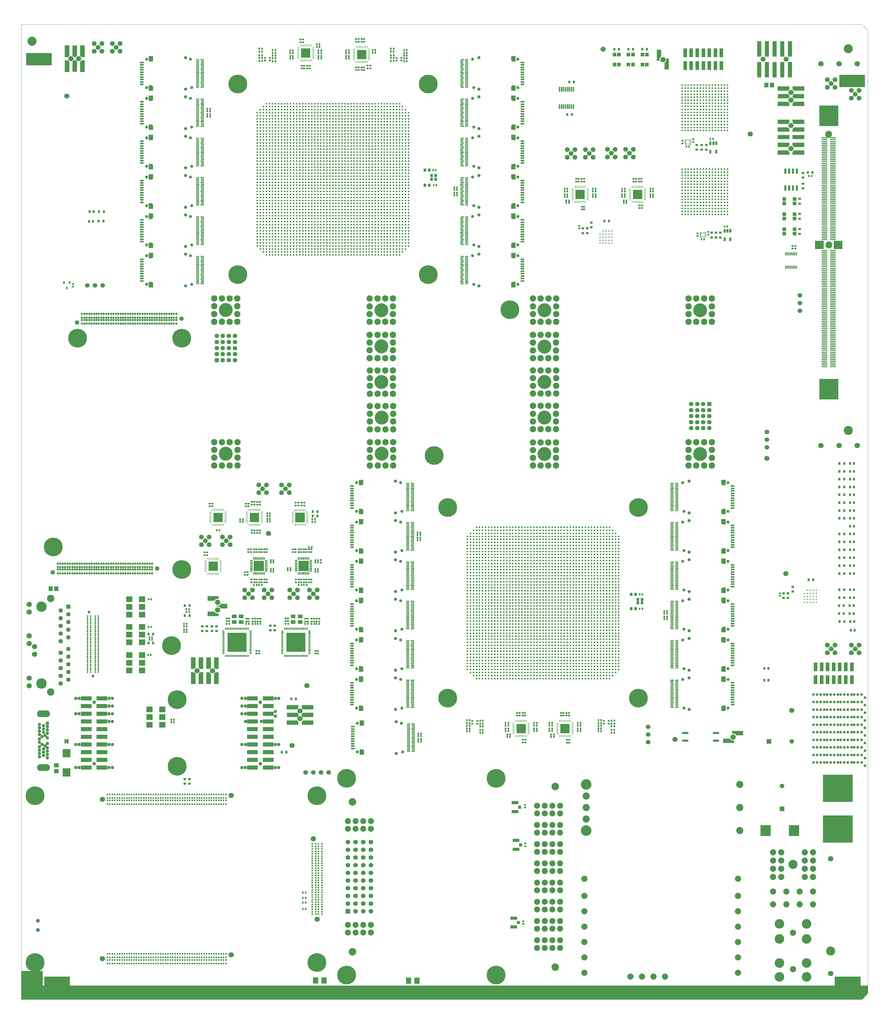
<source format=gbr>
G04 Created by GerbView*
%FSLAX35Y35*%
%MOMM*%
G75*
%ADD10C,0.0254*%
%ADD11C,0.5588*%
%ADD12R,0.2997X0.7976*%
%ADD13R,3.6297X1.4681*%
%ADD14R,0.4978X0.6985*%
%ADD15C,0.5994*%
%ADD16R,0.7620X0.8128*%
%ADD17C,1.4580*%
%ADD18R,1.2446X0.6096*%
%ADD19R,0.6985X0.8992*%
%ADD20C,0.5385*%
%ADD21R,0.8128X0.7620*%
%ADD22R,0.7976X1.1989*%
%ADD23R,0.6985X0.4978*%
%ADD24R,0.2286X0.8001*%
%ADD25R,0.9500X0.4496*%
%ADD26R,0.4496X0.9500*%
%ADD27R,0.8001X0.2286*%
%ADD28R,2.0980X1.8999*%
%ADD29R,0.6553X0.2540*%
%ADD30R,1.0008X0.4013*%
%ADD31C,0.7595*%
%ADD32C,0.5537*%
%ADD33C,0.4496*%
%ADD34R,1.1989X1.1989*%
%ADD35R,1.2014X0.4013*%
%ADD36R,0.7976X0.2997*%
%ADD37R,1.4986X1.1989*%
%ADD38C,1.5240*%
%ADD39R,1.1989X2.9489*%
%ADD40R,1.4453X1.4453*%
%ADD41C,1.4453*%
%ADD42C,2.4435*%
%ADD43R,1.3995X1.5977*%
%ADD44C,1.0998*%
%ADD45R,0.5588X0.8890*%
%ADD46R,0.2540X0.6553*%
%ADD47C,1.5291*%
%ADD48R,1.8491X0.3480*%
%ADD49C,1.1278*%
%ADD50C,1.7297*%
%ADD51R,1.5977X1.3995*%
%ADD52R,1.1278X1.1278*%
%ADD53R,2.0726X2.2733*%
%ADD54C,2.2733*%
%ADD55R,0.5182X0.2997*%
%ADD56R,2.4994X2.6975*%
%ADD57C,1.5977*%
%ADD58R,0.2489X0.5791*%
%ADD59C,2.0320*%
%ADD60C,1.9787*%
%ADD61R,0.6299X0.3480*%
%ADD62R,1.0490X0.9982*%
%ADD63R,0.2997X0.5791*%
%ADD64C,0.8890*%
%ADD65R,1.5291X1.5291*%
%ADD66R,0.5486X0.2997*%
%ADD67R,0.9144X1.0160*%
%ADD68R,1.3691X5.1791*%
%ADD69R,3.9294X1.4681*%
%ADD70C,1.7983*%
%ADD71C,2.9997*%
%ADD72C,2.3622*%
%ADD73R,1.4986X1.4986*%
%ADD74R,3.4976X3.6779*%
%ADD75R,9.7993X8.9992*%
%ADD76R,2.0320X0.7620*%
%ADD77C,1.4986*%
%ADD78R,1.4580X1.4580*%
%ADD79C,2.0980*%
%ADD80R,0.4039X1.0135*%
%ADD81C,3.1750*%
%ADD82R,1.7983X1.9990*%
%ADD83C,2.7991*%
%ADD84R,0.7620X1.6510*%
%ADD85C,3.4976*%
%ADD86C,1.6993*%
%ADD87R,3.2004X3.2004*%
%ADD88C,1.0414*%
%ADD89R,3.0988X3.0988*%
%ADD90R,3.4290X3.4290*%
%ADD91C,1.4122*%
%ADD92R,6.3500X6.3500*%
%ADD93R,2.1996X1.0490*%
%ADD94C,1.2979*%
%ADD95R,2.8981X2.7991*%
%ADD96R,6.2992X6.7996*%
%ADD97C,2.2987*%
%ADD98C,4.5999*%
%ADD99C,0.0991*%
%ADD100C,1.7780*%
%ADD101C,1.6739*%
%ADD102C,1.1887*%
%ADD103C,1.7475*%
%ADD104C,1.4478*%
%ADD105C,0.9881*%
%ADD106C,3.4493*%
%ADD107C,0.9500*%
%ADD108C,2.4892*%
%ADD109C,1.6281*%
%ADD110C,6.1976*%
%LNEXPORT*%
D02*
D10*
D11*
X22600000Y28962500D03*
D10*
D11*
X22400000Y29562500D03*
D10*
G36*
X25541500Y29113250D02*
X25199500D01*
X25153500Y29067250D01*
Y28966250D01*
X25541500D01*
Y29113250D01*
G37*
D11*
X22500000Y29662500D03*
D10*
G36*
X25535000Y29367250D02*
X25193000D01*
X25147000Y29321250D01*
Y29266250D01*
X25193000Y29220250D01*
X25535000D01*
Y29367250D01*
G37*
D11*
X22800000Y28962500D03*
D10*
G36*
X25541500Y29621250D02*
X25153500D01*
Y29520250D01*
X25199500Y29474250D01*
X25541500D01*
Y29621250D01*
G37*
D11*
X22900000Y28962500D03*
D10*
G36*
X25046500Y29067250D02*
X25000500Y29113250D01*
X24658500D01*
Y28966250D01*
X25046500D01*
Y29067250D01*
G37*
D11*
X22500000Y29262500D03*
D10*
G36*
X25053000Y29321250D02*
X25007000Y29367250D01*
X24665000D01*
Y29220250D01*
X25007000D01*
X25053000Y29266250D01*
Y29321250D01*
G37*
D11*
X22400000Y29662500D03*
D10*
G36*
X25046500Y29621250D02*
X24658500D01*
Y29474250D01*
X25000500D01*
X25046500Y29520250D01*
Y29621250D01*
G37*
D11*
X22300000Y29462500D03*
D10*
G36*
X5258000Y10259000D02*
Y9871000D01*
X5405000D01*
Y10203000D01*
X5349000Y10259000D01*
X5258000D01*
G37*
D12*
X8850000Y11700000D03*
D10*
G36*
X5258000Y10754000D02*
Y10366000D01*
X5349000D01*
X5405000Y10422000D01*
Y10754000D01*
X5258000D01*
G37*
D12*
X6900000Y11700000D03*
D10*
D13*
X1789500Y9139000D03*
D10*
D13*
X2310500Y7615000D03*
D10*
D13*
X1789500Y8631000D03*
D10*
D14*
X9045000Y2650000D03*
D10*
D13*
X1789500Y8377000D03*
D10*
D13*
X1789500Y8123000D03*
D10*
D15*
X9387510Y2663480D03*
D10*
D14*
X9045000Y2981250D03*
D10*
D13*
X7810500Y8377000D03*
D10*
D13*
X7810500Y8123000D03*
D10*
D15*
X9267370Y3063530D03*
D10*
D14*
X8955000Y2437500D03*
D10*
D13*
X2310500Y8377000D03*
D10*
D13*
X2310500Y8123000D03*
D10*
D15*
X9587410Y2423450D03*
D10*
D14*
X9045000Y2800000D03*
D10*
D13*
X7289500Y8377000D03*
D10*
D15*
X9587410Y2743490D03*
D10*
D13*
X7289500Y8123000D03*
D10*
D16*
X8260030Y7615000D03*
D10*
D13*
X7810500Y7615000D03*
D10*
D13*
X7810500Y9139000D03*
D10*
D16*
X8572530Y9375000D03*
D10*
D17*
X22197000Y18724000D03*
D10*
D17*
X21797000Y18724000D03*
D10*
D17*
X6306000Y20973000D03*
D10*
D17*
X6706000Y20973000D03*
D10*
D11*
X22400000Y29462500D03*
D10*
D18*
X23171000Y9510000D03*
D10*
D11*
X22500000Y29362500D03*
D10*
D11*
X22500000Y29562500D03*
D10*
D18*
X23171000Y10810000D03*
D10*
D11*
X22600000Y29462500D03*
D10*
D11*
X22500000Y29462500D03*
D10*
D11*
X22700000Y29662500D03*
D10*
D18*
X23171000Y12190000D03*
D10*
D19*
X24352500Y10000000D03*
D10*
D20*
X16400000Y10950000D03*
D10*
D19*
X24352500Y10387500D03*
D10*
D20*
X16500000Y11150000D03*
D10*
D16*
X2354710Y25168750D03*
D10*
D20*
X9450000Y24950000D03*
D10*
D16*
X2199770Y25168750D03*
D10*
D19*
X1885000Y25162500D03*
D10*
D16*
X2371220Y25481250D03*
D10*
D20*
X9550000Y25150000D03*
D10*
D16*
X2216280Y25481250D03*
D10*
D19*
X1903750Y25481250D03*
D10*
D11*
X21600000Y29062500D03*
D10*
D11*
X21800000Y29062500D03*
D10*
D11*
X22200000Y29662500D03*
D10*
D11*
X22300000Y29362500D03*
D10*
D11*
X22300000Y29562500D03*
D10*
D19*
X24222500Y10000000D03*
D10*
D19*
X24222500Y10387500D03*
D10*
D19*
X2015000Y25162500D03*
D10*
D19*
X2033750Y25481250D03*
D10*
D20*
X16400000Y10850000D03*
D10*
D19*
X27060000Y11938900D03*
D10*
D19*
X27041250Y12193750D03*
D10*
D19*
X27041250Y12456250D03*
D10*
D19*
X27053750Y12718750D03*
D10*
D19*
X27053750Y12981250D03*
D10*
D16*
X26864970Y11938900D03*
D10*
D19*
X27190000Y11938900D03*
D10*
D16*
X26846220Y12193750D03*
D10*
D19*
X27171250Y12193750D03*
D10*
D16*
X26846220Y12456250D03*
D10*
D19*
X27171250Y12456250D03*
D10*
D16*
X26858720Y12718750D03*
D10*
D19*
X27183750Y12718750D03*
D10*
D16*
X26858720Y12981250D03*
D10*
D19*
X27183750Y12981250D03*
D10*
D19*
X27053750Y17156250D03*
D10*
D19*
X27053750Y16900000D03*
D10*
D19*
X27053750Y16643750D03*
D10*
D19*
X27053750Y16125000D03*
D10*
D19*
X27053750Y15862500D03*
D10*
D19*
X27053750Y15600000D03*
D10*
D19*
X27183750Y17156250D03*
D10*
D16*
X26858720Y17156250D03*
D10*
D16*
X26858720Y16900000D03*
D10*
D19*
X27183750Y16900000D03*
D10*
D19*
X27183750Y16643750D03*
D10*
D19*
X27183750Y16125000D03*
D10*
D19*
X27183750Y15862500D03*
D10*
D19*
X27183750Y15600000D03*
D10*
D16*
X26858720Y16643750D03*
D10*
D16*
X26858720Y16125000D03*
D10*
D16*
X26858720Y15862500D03*
D10*
D16*
X26858720Y15600000D03*
D10*
D19*
X27053750Y15343750D03*
D10*
D19*
X27053750Y16381250D03*
D10*
D19*
X27053750Y13518750D03*
D10*
D19*
X27053750Y14306250D03*
D10*
D19*
X27053750Y14568750D03*
D10*
D19*
X27053750Y14831250D03*
D10*
D19*
X27053750Y14043750D03*
D10*
D19*
X27053750Y13781250D03*
D10*
D16*
X26858720Y15343750D03*
D10*
D19*
X27183750Y15343750D03*
D10*
D16*
X26858720Y16381250D03*
D10*
D19*
X27183750Y16381250D03*
D10*
D16*
X26858720Y13518750D03*
D10*
D19*
X27183750Y13518750D03*
D10*
D16*
X26858720Y14306250D03*
D10*
D19*
X27183750Y14306250D03*
D10*
D16*
X26858720Y14568750D03*
D10*
D19*
X27183750Y14568750D03*
D10*
D16*
X26858720Y14831250D03*
D10*
D19*
X27183750Y14831250D03*
D10*
D16*
X26858720Y14043750D03*
D10*
D19*
X27183750Y14043750D03*
D10*
D16*
X26858720Y13781250D03*
D10*
D19*
X27183750Y13781250D03*
D10*
D21*
X22618750Y24628780D03*
D10*
D22*
X22905000Y24566250D03*
D10*
D21*
X22762500Y24628780D03*
D10*
D21*
X22143750Y27528780D03*
D10*
D22*
X22436250Y27466250D03*
D10*
D21*
X22300000Y27528780D03*
D10*
D23*
X5875000Y15742500D03*
D10*
D24*
X6025000Y15625000D03*
D10*
D23*
X5956250Y15742500D03*
D10*
D25*
X8730000Y13750000D03*
D10*
D25*
X8730000Y13800000D03*
D10*
D25*
X7255000Y13750000D03*
D10*
D25*
X7255000Y13800000D03*
D10*
D21*
X22762500Y24783720D03*
D10*
D14*
X22995000Y24987500D03*
D10*
D22*
X23000000Y24846250D03*
D10*
D14*
X22526250Y27887500D03*
D10*
D22*
X22531250Y27746250D03*
D10*
D21*
X22300000Y27683720D03*
D10*
D23*
X8725000Y13320000D03*
D10*
D26*
X8850000Y13530000D03*
D10*
D14*
X17757500Y25775000D03*
D10*
D27*
X17875000Y25925000D03*
D10*
D14*
X17757500Y25850000D03*
D10*
D23*
X7250000Y13320000D03*
D10*
D26*
X7375000Y13530000D03*
D10*
D26*
X7375000Y14020000D03*
D10*
D23*
X7150000Y14230000D03*
D10*
D23*
X7231250Y14230000D03*
D10*
D26*
X8850000Y14020000D03*
D10*
D23*
X8625000Y14230000D03*
D10*
D23*
X8706250Y14230000D03*
D10*
D25*
X8730000Y13900000D03*
D10*
D25*
X8730000Y13650000D03*
D10*
D25*
X7255000Y13900000D03*
D10*
D25*
X7255000Y13650000D03*
D10*
D16*
X5053780Y12131250D03*
D10*
D14*
X5105000Y12250000D03*
D10*
D28*
X3635000Y12164750D03*
D10*
D14*
X4598750Y8606250D03*
D10*
D28*
X4303750Y8521000D03*
D10*
D24*
X7375000Y15125000D03*
D10*
D23*
X7350000Y14951250D03*
D10*
D27*
X18375000Y26075000D03*
D10*
D14*
X18548750Y26050000D03*
D10*
D24*
X10875000Y30925000D03*
D10*
D23*
X10900000Y31098750D03*
D10*
D24*
X7475000Y15125000D03*
D10*
D23*
X7531250Y14951250D03*
D10*
D27*
X18375000Y26175000D03*
D10*
D14*
X18548750Y26231250D03*
D10*
D24*
X10775000Y30925000D03*
D10*
D23*
X10718750Y31098750D03*
D10*
D27*
X7600000Y15350000D03*
D10*
D14*
X7773750Y15325000D03*
D10*
D24*
X18150000Y26300000D03*
D10*
D23*
X18175000Y26473750D03*
D10*
D27*
X10650000Y30700000D03*
D10*
D14*
X10476250Y30725000D03*
D10*
D27*
X7600000Y15450000D03*
D10*
D14*
X7773750Y15506250D03*
D10*
D24*
X18050000Y26300000D03*
D10*
D23*
X17993750Y26473750D03*
D10*
D27*
X10650000Y30600000D03*
D10*
D14*
X10476250Y30543750D03*
D10*
D24*
X7425000Y15625000D03*
D10*
D23*
X7450000Y15798750D03*
D10*
D27*
X17875000Y26125000D03*
D10*
D14*
X17701250Y26150000D03*
D10*
D24*
X10825000Y30425000D03*
D10*
D23*
X10800000Y30251250D03*
D10*
D24*
X7325000Y15625000D03*
D10*
D23*
X7268750Y15798750D03*
D10*
D27*
X17875000Y26025000D03*
D10*
D14*
X17701250Y25968750D03*
D10*
D24*
X10925000Y30425000D03*
D10*
D23*
X10981250Y30251250D03*
D10*
D14*
X5105000Y12337500D03*
D10*
D16*
X5053780Y12462500D03*
D10*
D28*
X3635000Y12418750D03*
D10*
D14*
X4598750Y8693750D03*
D10*
D28*
X4303750Y8775000D03*
D10*
D24*
X7325000Y15125000D03*
D10*
D23*
X7268750Y14951250D03*
D10*
D27*
X18375000Y26025000D03*
D10*
D14*
X18548750Y25968750D03*
D10*
D24*
X10925000Y30925000D03*
D10*
D23*
X10981250Y31098750D03*
D10*
D24*
X7425000Y15125000D03*
D10*
D23*
X7450000Y14951250D03*
D10*
D27*
X18375000Y26125000D03*
D10*
D14*
X18548750Y26150000D03*
D10*
D24*
X10825000Y30925000D03*
D10*
D23*
X10800000Y31098750D03*
D10*
D27*
X7600000Y15300000D03*
D10*
D14*
X7773750Y15243750D03*
D10*
D24*
X18200000Y26300000D03*
D10*
D23*
X18256250Y26473750D03*
D10*
D27*
X10650000Y30750000D03*
D10*
D14*
X10476250Y30806250D03*
D10*
D27*
X7600000Y15400000D03*
D10*
D14*
X7773750Y15425000D03*
D10*
D24*
X18100000Y26300000D03*
D10*
D23*
X18075000Y26473750D03*
D10*
D27*
X10650000Y30650000D03*
D10*
D14*
X10476250Y30625000D03*
D10*
D24*
X7475000Y15625000D03*
D10*
D23*
X7531250Y15798750D03*
D10*
D27*
X17875000Y26175000D03*
D10*
D14*
X17701250Y26231250D03*
D10*
D24*
X10775000Y30425000D03*
D10*
D23*
X10718750Y30251250D03*
D10*
D24*
X7375000Y15625000D03*
D10*
D23*
X7350000Y15798750D03*
D10*
D27*
X17875000Y26075000D03*
D10*
D14*
X17701250Y26050000D03*
D10*
D24*
X10875000Y30425000D03*
D10*
D23*
X10900000Y30251250D03*
D10*
D23*
X7418750Y13320000D03*
D10*
D26*
X7475000Y13530000D03*
D10*
D23*
X8893750Y13320000D03*
D10*
D26*
X8950000Y13530000D03*
D10*
D23*
X7343750Y13320000D03*
D10*
D26*
X7425000Y13530000D03*
D10*
D23*
X8818750Y13320000D03*
D10*
D26*
X8900000Y13530000D03*
D10*
D23*
X7587500Y13320000D03*
D10*
D26*
X7575000Y13530000D03*
D10*
D23*
X9062500Y13320000D03*
D10*
D26*
X9050000Y13530000D03*
D10*
D23*
X7512500Y13320000D03*
D10*
D26*
X7525000Y13530000D03*
D10*
D23*
X8987500Y13320000D03*
D10*
D26*
X9000000Y13530000D03*
D10*
D23*
X7756250Y13320000D03*
D10*
D26*
X7675000Y13530000D03*
D10*
D23*
X9231250Y13320000D03*
D10*
D26*
X9150000Y13530000D03*
D10*
D23*
X7681250Y13320000D03*
D10*
D26*
X7625000Y13530000D03*
D10*
D23*
X9156250Y13320000D03*
D10*
D26*
X9100000Y13530000D03*
D10*
D25*
X7745000Y13650000D03*
D10*
D14*
X7892500Y13662500D03*
D10*
D25*
X9220000Y13650000D03*
D10*
D14*
X9367500Y13662500D03*
D10*
D14*
X7892500Y13587500D03*
D10*
D25*
X7745000Y13600000D03*
D10*
D14*
X9367500Y13587500D03*
D10*
D25*
X9220000Y13600000D03*
D10*
D25*
X7745000Y13950000D03*
D10*
D14*
X7892500Y13962500D03*
D10*
D25*
X9220000Y13950000D03*
D10*
D14*
X9367500Y13962500D03*
D10*
D14*
X7892500Y13887500D03*
D10*
D25*
X7745000Y13900000D03*
D10*
D14*
X9367500Y13887500D03*
D10*
D25*
X9220000Y13900000D03*
D10*
D23*
X7681250Y14230000D03*
D10*
D26*
X7625000Y14020000D03*
D10*
D23*
X9156250Y14230000D03*
D10*
D26*
X9100000Y14020000D03*
D10*
D23*
X7756250Y14230000D03*
D10*
D26*
X7675000Y14020000D03*
D10*
D23*
X9231250Y14230000D03*
D10*
D26*
X9150000Y14020000D03*
D10*
D23*
X7512500Y14230000D03*
D10*
D26*
X7525000Y14020000D03*
D10*
D23*
X8987500Y14230000D03*
D10*
D26*
X9000000Y14020000D03*
D10*
D23*
X7587500Y14230000D03*
D10*
D26*
X7575000Y14020000D03*
D10*
D23*
X9062500Y14230000D03*
D10*
D26*
X9050000Y14020000D03*
D10*
D23*
X7343750Y14230000D03*
D10*
D26*
X7425000Y14020000D03*
D10*
D23*
X8818750Y14230000D03*
D10*
D26*
X8900000Y14020000D03*
D10*
D23*
X7418750Y14230000D03*
D10*
D26*
X7475000Y14020000D03*
D10*
D23*
X8893750Y14230000D03*
D10*
D26*
X8950000Y14020000D03*
D10*
D23*
X10718750Y31188750D03*
D10*
D23*
X10800000Y31188750D03*
D10*
D29*
X9099830Y15400000D03*
D10*
D16*
X9285030Y15425000D03*
D10*
D29*
X9099830Y15550000D03*
D10*
D16*
X9285030Y15568750D03*
D10*
D20*
X17300000Y14850000D03*
D10*
D20*
X10350000Y28850000D03*
D10*
D20*
X10250000Y28850000D03*
D10*
D20*
X17200000Y14850000D03*
D10*
D30*
X21325000Y11950000D03*
D10*
D20*
X18600000Y12550000D03*
D10*
D30*
X21165000Y11950000D03*
D10*
D20*
X18800000Y12450000D03*
D10*
D30*
X21325000Y11800000D03*
D10*
D20*
X18800000Y12250000D03*
D10*
D30*
X21165000Y11800000D03*
D10*
D20*
X18600000Y12350000D03*
D10*
D30*
X21325000Y11900000D03*
D10*
D20*
X18700000Y12550000D03*
D10*
D30*
X21165000Y11900000D03*
D10*
D20*
X18900000Y12450000D03*
D10*
D30*
X21325000Y11750000D03*
D10*
D20*
X18900000Y12250000D03*
D10*
D30*
X21165000Y11750000D03*
D10*
D20*
X18700000Y12350000D03*
D10*
D30*
X21165000Y12350000D03*
D10*
D20*
X19100000Y12350000D03*
D10*
D30*
X21325000Y12350000D03*
D10*
D20*
X19300000Y12250000D03*
D10*
D30*
X21165000Y12500000D03*
D10*
D20*
X19100000Y12550000D03*
D10*
D30*
X21325000Y12500000D03*
D10*
D20*
X19300000Y12450000D03*
D10*
D30*
X21165000Y12400000D03*
D10*
D20*
X19200000Y12350000D03*
D10*
D30*
X21325000Y12400000D03*
D10*
D20*
X19400000Y12250000D03*
D10*
D30*
X21165000Y12550000D03*
D10*
D20*
X19200000Y12550000D03*
D10*
D30*
X21325000Y12550000D03*
D10*
D20*
X19400000Y12450000D03*
D10*
D20*
X14900000Y13850000D03*
D10*
D30*
X12425000Y14950000D03*
D10*
D20*
X15100000Y13950000D03*
D10*
D30*
X12585000Y14950000D03*
D10*
D30*
X12425000Y15100000D03*
D10*
D20*
X14900000Y14050000D03*
D10*
D20*
X15100000Y14150000D03*
D10*
D30*
X12585000Y15100000D03*
D10*
D20*
X15000000Y13850000D03*
D10*
D30*
X12425000Y15000000D03*
D10*
D20*
X15200000Y13950000D03*
D10*
D30*
X12585000Y15000000D03*
D10*
D30*
X12425000Y15150000D03*
D10*
D20*
X15000000Y14050000D03*
D10*
D20*
X15200000Y14150000D03*
D10*
D30*
X12585000Y15150000D03*
D10*
D20*
X14500000Y14050000D03*
D10*
D30*
X12585000Y14550000D03*
D10*
D20*
X14700000Y14150000D03*
D10*
D30*
X12425000Y14550000D03*
D10*
D20*
X14700000Y13950000D03*
D10*
D30*
X12585000Y14400000D03*
D10*
D30*
X12425000Y14400000D03*
D10*
D20*
X14500000Y13850000D03*
D10*
D20*
X14400000Y14050000D03*
D10*
D30*
X12585000Y14500000D03*
D10*
D20*
X14600000Y14150000D03*
D10*
D30*
X12425000Y14500000D03*
D10*
D20*
X14600000Y13950000D03*
D10*
D30*
X12585000Y14350000D03*
D10*
D30*
X12425000Y14350000D03*
D10*
D20*
X14400000Y13850000D03*
D10*
D23*
X7075000Y15742500D03*
D10*
D24*
X7225000Y15625000D03*
D10*
D23*
X7156250Y15742500D03*
D10*
D11*
X22700000Y28962500D03*
D10*
D11*
X23000000Y28962500D03*
D10*
G36*
X17786750Y29026400D02*
Y28879600D01*
X17786730Y28879155D01*
X17786672Y28878714D01*
X17786576Y28878280D01*
X17786442Y28877855D01*
X17786272Y28877444D01*
X17786066Y28877050D01*
X17785827Y28876674D01*
X17785556Y28876321D01*
X17785256Y28875993D01*
X17784928Y28875693D01*
X17784575Y28875422D01*
X17784200Y28875183D01*
X17783805Y28874977D01*
X17783394Y28874807D01*
X17782969Y28874673D01*
X17782535Y28874577D01*
X17782094Y28874519D01*
X17781650Y28874500D01*
X17750850D01*
X17750405Y28874519D01*
X17749964Y28874577D01*
X17749530Y28874673D01*
X17749105Y28874807D01*
X17748694Y28874977D01*
X17748300Y28875183D01*
X17747924Y28875422D01*
X17747571Y28875693D01*
X17747243Y28875993D01*
X17746943Y28876321D01*
X17746672Y28876674D01*
X17746433Y28877050D01*
X17746227Y28877444D01*
X17746057Y28877855D01*
X17745923Y28878280D01*
X17745827Y28878714D01*
X17745769Y28879155D01*
X17745750Y28879600D01*
Y29026400D01*
X17745769Y29026844D01*
X17745827Y29027285D01*
X17745923Y29027719D01*
X17746057Y29028144D01*
X17746227Y29028555D01*
X17746433Y29028950D01*
X17746672Y29029325D01*
X17746943Y29029678D01*
X17747243Y29030006D01*
X17747571Y29030306D01*
X17747924Y29030577D01*
X17748300Y29030816D01*
X17748694Y29031022D01*
X17749105Y29031192D01*
X17749530Y29031326D01*
X17749964Y29031422D01*
X17750405Y29031480D01*
X17750850Y29031500D01*
X17781650D01*
X17782094Y29031480D01*
X17782535Y29031422D01*
X17782969Y29031326D01*
X17783394Y29031192D01*
X17783805Y29031022D01*
X17784200Y29030816D01*
X17784575Y29030577D01*
X17784928Y29030306D01*
X17785256Y29030006D01*
X17785556Y29029678D01*
X17785827Y29029325D01*
X17786066Y29028950D01*
X17786272Y29028555D01*
X17786442Y29028144D01*
X17786576Y29027719D01*
X17786672Y29027285D01*
X17786730Y29026844D01*
X17786750Y29026400D01*
G37*
D31*
X2130000Y13650000D03*
D10*
G36*
X17851750Y29026400D02*
Y28879600D01*
X17851730Y28879155D01*
X17851672Y28878714D01*
X17851576Y28878280D01*
X17851442Y28877855D01*
X17851272Y28877444D01*
X17851066Y28877050D01*
X17850827Y28876674D01*
X17850556Y28876321D01*
X17850256Y28875993D01*
X17849928Y28875693D01*
X17849575Y28875422D01*
X17849200Y28875183D01*
X17848805Y28874977D01*
X17848394Y28874807D01*
X17847969Y28874673D01*
X17847535Y28874577D01*
X17847094Y28874519D01*
X17846650Y28874500D01*
X17815850D01*
X17815405Y28874519D01*
X17814964Y28874577D01*
X17814530Y28874673D01*
X17814105Y28874807D01*
X17813694Y28874977D01*
X17813300Y28875183D01*
X17812924Y28875422D01*
X17812571Y28875693D01*
X17812243Y28875993D01*
X17811943Y28876321D01*
X17811672Y28876674D01*
X17811433Y28877050D01*
X17811227Y28877444D01*
X17811057Y28877855D01*
X17810923Y28878280D01*
X17810827Y28878714D01*
X17810769Y28879155D01*
X17810750Y28879600D01*
Y29026400D01*
X17810769Y29026844D01*
X17810827Y29027285D01*
X17810923Y29027719D01*
X17811057Y29028144D01*
X17811227Y29028555D01*
X17811433Y29028950D01*
X17811672Y29029325D01*
X17811943Y29029678D01*
X17812243Y29030006D01*
X17812571Y29030306D01*
X17812924Y29030577D01*
X17813300Y29030816D01*
X17813694Y29031022D01*
X17814105Y29031192D01*
X17814530Y29031326D01*
X17814964Y29031422D01*
X17815405Y29031480D01*
X17815850Y29031500D01*
X17846650D01*
X17847094Y29031480D01*
X17847535Y29031422D01*
X17847969Y29031326D01*
X17848394Y29031192D01*
X17848805Y29031022D01*
X17849200Y29030816D01*
X17849575Y29030577D01*
X17849928Y29030306D01*
X17850256Y29030006D01*
X17850556Y29029678D01*
X17850827Y29029325D01*
X17851066Y29028950D01*
X17851272Y29028555D01*
X17851442Y29028144D01*
X17851576Y29027719D01*
X17851672Y29027285D01*
X17851730Y29026844D01*
X17851750Y29026400D01*
G37*
D31*
X2050000Y13650000D03*
D10*
D20*
X15700000Y12450000D03*
D10*
D20*
X8750000Y26450000D03*
D10*
G36*
X17721750Y29026400D02*
Y28879600D01*
X17721730Y28879155D01*
X17721672Y28878714D01*
X17721576Y28878280D01*
X17721442Y28877855D01*
X17721272Y28877444D01*
X17721066Y28877050D01*
X17720827Y28876674D01*
X17720556Y28876321D01*
X17720256Y28875993D01*
X17719928Y28875693D01*
X17719575Y28875422D01*
X17719200Y28875183D01*
X17718805Y28874977D01*
X17718394Y28874807D01*
X17717969Y28874673D01*
X17717535Y28874577D01*
X17717094Y28874519D01*
X17716650Y28874500D01*
X17685850D01*
X17685405Y28874519D01*
X17684964Y28874577D01*
X17684530Y28874673D01*
X17684105Y28874807D01*
X17683694Y28874977D01*
X17683300Y28875183D01*
X17682924Y28875422D01*
X17682571Y28875693D01*
X17682243Y28875993D01*
X17681943Y28876321D01*
X17681672Y28876674D01*
X17681433Y28877050D01*
X17681227Y28877444D01*
X17681057Y28877855D01*
X17680923Y28878280D01*
X17680827Y28878714D01*
X17680769Y28879155D01*
X17680750Y28879600D01*
Y29026400D01*
X17680769Y29026844D01*
X17680827Y29027285D01*
X17680923Y29027719D01*
X17681057Y29028144D01*
X17681227Y29028555D01*
X17681433Y29028950D01*
X17681672Y29029325D01*
X17681943Y29029678D01*
X17682243Y29030006D01*
X17682571Y29030306D01*
X17682924Y29030577D01*
X17683300Y29030816D01*
X17683694Y29031022D01*
X17684105Y29031192D01*
X17684530Y29031326D01*
X17684964Y29031422D01*
X17685405Y29031480D01*
X17685850Y29031500D01*
X17716650D01*
X17717094Y29031480D01*
X17717535Y29031422D01*
X17717969Y29031326D01*
X17718394Y29031192D01*
X17718805Y29031022D01*
X17719200Y29030816D01*
X17719575Y29030577D01*
X17719928Y29030306D01*
X17720256Y29030006D01*
X17720556Y29029678D01*
X17720827Y29029325D01*
X17721066Y29028950D01*
X17721272Y29028555D01*
X17721442Y29028144D01*
X17721576Y29027719D01*
X17721672Y29027285D01*
X17721730Y29026844D01*
X17721750Y29026400D01*
G37*
D16*
X17701250Y28687500D03*
D10*
G36*
X17786750Y29600400D02*
Y29453600D01*
X17786730Y29453155D01*
X17786672Y29452714D01*
X17786576Y29452280D01*
X17786442Y29451855D01*
X17786272Y29451444D01*
X17786066Y29451050D01*
X17785827Y29450674D01*
X17785556Y29450321D01*
X17785256Y29449993D01*
X17784928Y29449693D01*
X17784575Y29449422D01*
X17784200Y29449183D01*
X17783805Y29448977D01*
X17783394Y29448807D01*
X17782969Y29448673D01*
X17782535Y29448577D01*
X17782094Y29448519D01*
X17781650Y29448500D01*
X17750850D01*
X17750405Y29448519D01*
X17749964Y29448577D01*
X17749530Y29448673D01*
X17749105Y29448807D01*
X17748694Y29448977D01*
X17748300Y29449183D01*
X17747924Y29449422D01*
X17747571Y29449693D01*
X17747243Y29449993D01*
X17746943Y29450321D01*
X17746672Y29450674D01*
X17746433Y29451050D01*
X17746227Y29451444D01*
X17746057Y29451855D01*
X17745923Y29452280D01*
X17745827Y29452714D01*
X17745769Y29453155D01*
X17745750Y29453600D01*
Y29600400D01*
X17745769Y29600844D01*
X17745827Y29601285D01*
X17745923Y29601719D01*
X17746057Y29602144D01*
X17746227Y29602555D01*
X17746433Y29602950D01*
X17746672Y29603325D01*
X17746943Y29603678D01*
X17747243Y29604006D01*
X17747571Y29604306D01*
X17747924Y29604577D01*
X17748300Y29604816D01*
X17748694Y29605022D01*
X17749105Y29605192D01*
X17749530Y29605326D01*
X17749964Y29605422D01*
X17750405Y29605480D01*
X17750850Y29605500D01*
X17781650D01*
X17782094Y29605480D01*
X17782535Y29605422D01*
X17782969Y29605326D01*
X17783394Y29605192D01*
X17783805Y29605022D01*
X17784200Y29604816D01*
X17784575Y29604577D01*
X17784928Y29604306D01*
X17785256Y29604006D01*
X17785556Y29603678D01*
X17785827Y29603325D01*
X17786066Y29602950D01*
X17786272Y29602555D01*
X17786442Y29602144D01*
X17786576Y29601719D01*
X17786672Y29601285D01*
X17786730Y29600844D01*
X17786750Y29600400D01*
G37*
D16*
X17766250Y29762500D03*
D10*
G36*
X17656750Y29026400D02*
Y28879600D01*
X17656730Y28879155D01*
X17656672Y28878714D01*
X17656576Y28878280D01*
X17656442Y28877855D01*
X17656272Y28877444D01*
X17656066Y28877050D01*
X17655827Y28876674D01*
X17655556Y28876321D01*
X17655256Y28875993D01*
X17654928Y28875693D01*
X17654575Y28875422D01*
X17654200Y28875183D01*
X17653805Y28874977D01*
X17653394Y28874807D01*
X17652969Y28874673D01*
X17652535Y28874577D01*
X17652094Y28874519D01*
X17651650Y28874500D01*
X17620850D01*
X17620405Y28874519D01*
X17619964Y28874577D01*
X17619530Y28874673D01*
X17619105Y28874807D01*
X17618694Y28874977D01*
X17618300Y28875183D01*
X17617924Y28875422D01*
X17617571Y28875693D01*
X17617243Y28875993D01*
X17616943Y28876321D01*
X17616672Y28876674D01*
X17616433Y28877050D01*
X17616227Y28877444D01*
X17616057Y28877855D01*
X17615923Y28878280D01*
X17615827Y28878714D01*
X17615769Y28879155D01*
X17615750Y28879600D01*
Y29026400D01*
X17615769Y29026844D01*
X17615827Y29027285D01*
X17615923Y29027719D01*
X17616057Y29028144D01*
X17616227Y29028555D01*
X17616433Y29028950D01*
X17616672Y29029325D01*
X17616943Y29029678D01*
X17617243Y29030006D01*
X17617571Y29030306D01*
X17617924Y29030577D01*
X17618300Y29030816D01*
X17618694Y29031022D01*
X17619105Y29031192D01*
X17619530Y29031326D01*
X17619964Y29031422D01*
X17620405Y29031480D01*
X17620850Y29031500D01*
X17651650D01*
X17652094Y29031480D01*
X17652535Y29031422D01*
X17652969Y29031326D01*
X17653394Y29031192D01*
X17653805Y29031022D01*
X17654200Y29030816D01*
X17654575Y29030577D01*
X17654928Y29030306D01*
X17655256Y29030006D01*
X17655556Y29029678D01*
X17655827Y29029325D01*
X17656066Y29028950D01*
X17656272Y29028555D01*
X17656442Y29028144D01*
X17656576Y29027719D01*
X17656672Y29027285D01*
X17656730Y29026844D01*
X17656750Y29026400D01*
G37*
D11*
X22000000Y28162500D03*
D10*
D11*
X22000000Y28562500D03*
D10*
G36*
X17591750Y29026400D02*
Y28879600D01*
X17591730Y28879155D01*
X17591672Y28878714D01*
X17591576Y28878280D01*
X17591442Y28877855D01*
X17591272Y28877444D01*
X17591066Y28877050D01*
X17590827Y28876674D01*
X17590556Y28876321D01*
X17590256Y28875993D01*
X17589928Y28875693D01*
X17589575Y28875422D01*
X17589200Y28875183D01*
X17588805Y28874977D01*
X17588394Y28874807D01*
X17587969Y28874673D01*
X17587535Y28874577D01*
X17587094Y28874519D01*
X17586650Y28874500D01*
X17555850D01*
X17555405Y28874519D01*
X17554964Y28874577D01*
X17554530Y28874673D01*
X17554105Y28874807D01*
X17553694Y28874977D01*
X17553300Y28875183D01*
X17552924Y28875422D01*
X17552571Y28875693D01*
X17552243Y28875993D01*
X17551943Y28876321D01*
X17551672Y28876674D01*
X17551433Y28877050D01*
X17551227Y28877444D01*
X17551057Y28877855D01*
X17550923Y28878280D01*
X17550827Y28878714D01*
X17550769Y28879155D01*
X17550750Y28879600D01*
Y29026400D01*
X17550769Y29026844D01*
X17550827Y29027285D01*
X17550923Y29027719D01*
X17551057Y29028144D01*
X17551227Y29028555D01*
X17551433Y29028950D01*
X17551672Y29029325D01*
X17551943Y29029678D01*
X17552243Y29030006D01*
X17552571Y29030306D01*
X17552924Y29030577D01*
X17553300Y29030816D01*
X17553694Y29031022D01*
X17554105Y29031192D01*
X17554530Y29031326D01*
X17554964Y29031422D01*
X17555405Y29031480D01*
X17555850Y29031500D01*
X17586650D01*
X17587094Y29031480D01*
X17587535Y29031422D01*
X17587969Y29031326D01*
X17588394Y29031192D01*
X17588805Y29031022D01*
X17589200Y29030816D01*
X17589575Y29030577D01*
X17589928Y29030306D01*
X17590256Y29030006D01*
X17590556Y29029678D01*
X17590827Y29029325D01*
X17591066Y29028950D01*
X17591272Y29028555D01*
X17591442Y29028144D01*
X17591576Y29027719D01*
X17591672Y29027285D01*
X17591730Y29026844D01*
X17591750Y29026400D01*
G37*
G36*
X17461750Y29026400D02*
Y28879600D01*
X17461730Y28879155D01*
X17461672Y28878714D01*
X17461576Y28878280D01*
X17461442Y28877855D01*
X17461272Y28877444D01*
X17461066Y28877050D01*
X17460827Y28876674D01*
X17460556Y28876321D01*
X17460256Y28875993D01*
X17459928Y28875693D01*
X17459575Y28875422D01*
X17459200Y28875183D01*
X17458805Y28874977D01*
X17458394Y28874807D01*
X17457969Y28874673D01*
X17457535Y28874577D01*
X17457094Y28874519D01*
X17456650Y28874500D01*
X17425850D01*
X17425405Y28874519D01*
X17424964Y28874577D01*
X17424530Y28874673D01*
X17424105Y28874807D01*
X17423694Y28874977D01*
X17423300Y28875183D01*
X17422924Y28875422D01*
X17422571Y28875693D01*
X17422243Y28875993D01*
X17421943Y28876321D01*
X17421672Y28876674D01*
X17421433Y28877050D01*
X17421227Y28877444D01*
X17421057Y28877855D01*
X17420923Y28878280D01*
X17420827Y28878714D01*
X17420769Y28879155D01*
X17420750Y28879600D01*
Y29026400D01*
X17420769Y29026844D01*
X17420827Y29027285D01*
X17420923Y29027719D01*
X17421057Y29028144D01*
X17421227Y29028555D01*
X17421433Y29028950D01*
X17421672Y29029325D01*
X17421943Y29029678D01*
X17422243Y29030006D01*
X17422571Y29030306D01*
X17422924Y29030577D01*
X17423300Y29030816D01*
X17423694Y29031022D01*
X17424105Y29031192D01*
X17424530Y29031326D01*
X17424964Y29031422D01*
X17425405Y29031480D01*
X17425850Y29031500D01*
X17456650D01*
X17457094Y29031480D01*
X17457535Y29031422D01*
X17457969Y29031326D01*
X17458394Y29031192D01*
X17458805Y29031022D01*
X17459200Y29030816D01*
X17459575Y29030577D01*
X17459928Y29030306D01*
X17460256Y29030006D01*
X17460556Y29029678D01*
X17460827Y29029325D01*
X17461066Y29028950D01*
X17461272Y29028555D01*
X17461442Y29028144D01*
X17461576Y29027719D01*
X17461672Y29027285D01*
X17461730Y29026844D01*
X17461750Y29026400D01*
G37*
D11*
X22100000Y28262500D03*
D10*
G36*
X17526750Y29026400D02*
Y28879600D01*
X17526730Y28879155D01*
X17526672Y28878714D01*
X17526576Y28878280D01*
X17526442Y28877855D01*
X17526272Y28877444D01*
X17526066Y28877050D01*
X17525827Y28876674D01*
X17525556Y28876321D01*
X17525256Y28875993D01*
X17524928Y28875693D01*
X17524575Y28875422D01*
X17524200Y28875183D01*
X17523805Y28874977D01*
X17523394Y28874807D01*
X17522969Y28874673D01*
X17522535Y28874577D01*
X17522094Y28874519D01*
X17521650Y28874500D01*
X17490850D01*
X17490405Y28874519D01*
X17489964Y28874577D01*
X17489530Y28874673D01*
X17489105Y28874807D01*
X17488694Y28874977D01*
X17488300Y28875183D01*
X17487924Y28875422D01*
X17487571Y28875693D01*
X17487243Y28875993D01*
X17486943Y28876321D01*
X17486672Y28876674D01*
X17486433Y28877050D01*
X17486227Y28877444D01*
X17486057Y28877855D01*
X17485923Y28878280D01*
X17485827Y28878714D01*
X17485769Y28879155D01*
X17485750Y28879600D01*
Y29026400D01*
X17485769Y29026844D01*
X17485827Y29027285D01*
X17485923Y29027719D01*
X17486057Y29028144D01*
X17486227Y29028555D01*
X17486433Y29028950D01*
X17486672Y29029325D01*
X17486943Y29029678D01*
X17487243Y29030006D01*
X17487571Y29030306D01*
X17487924Y29030577D01*
X17488300Y29030816D01*
X17488694Y29031022D01*
X17489105Y29031192D01*
X17489530Y29031326D01*
X17489964Y29031422D01*
X17490405Y29031480D01*
X17490850Y29031500D01*
X17521650D01*
X17522094Y29031480D01*
X17522535Y29031422D01*
X17522969Y29031326D01*
X17523394Y29031192D01*
X17523805Y29031022D01*
X17524200Y29030816D01*
X17524575Y29030577D01*
X17524928Y29030306D01*
X17525256Y29030006D01*
X17525556Y29029678D01*
X17525827Y29029325D01*
X17526066Y29028950D01*
X17526272Y29028555D01*
X17526442Y29028144D01*
X17526576Y29027719D01*
X17526672Y29027285D01*
X17526730Y29026844D01*
X17526750Y29026400D01*
G37*
D11*
X21900000Y29062500D03*
D10*
D11*
X21900000Y29162500D03*
D10*
G36*
X17526750Y29600400D02*
Y29453600D01*
X17526730Y29453155D01*
X17526672Y29452714D01*
X17526576Y29452280D01*
X17526442Y29451855D01*
X17526272Y29451444D01*
X17526066Y29451050D01*
X17525827Y29450674D01*
X17525556Y29450321D01*
X17525256Y29449993D01*
X17524928Y29449693D01*
X17524575Y29449422D01*
X17524200Y29449183D01*
X17523805Y29448977D01*
X17523394Y29448807D01*
X17522969Y29448673D01*
X17522535Y29448577D01*
X17522094Y29448519D01*
X17521650Y29448500D01*
X17490850D01*
X17490405Y29448519D01*
X17489964Y29448577D01*
X17489530Y29448673D01*
X17489105Y29448807D01*
X17488694Y29448977D01*
X17488300Y29449183D01*
X17487924Y29449422D01*
X17487571Y29449693D01*
X17487243Y29449993D01*
X17486943Y29450321D01*
X17486672Y29450674D01*
X17486433Y29451050D01*
X17486227Y29451444D01*
X17486057Y29451855D01*
X17485923Y29452280D01*
X17485827Y29452714D01*
X17485769Y29453155D01*
X17485750Y29453600D01*
Y29600400D01*
X17485769Y29600844D01*
X17485827Y29601285D01*
X17485923Y29601719D01*
X17486057Y29602144D01*
X17486227Y29602555D01*
X17486433Y29602950D01*
X17486672Y29603325D01*
X17486943Y29603678D01*
X17487243Y29604006D01*
X17487571Y29604306D01*
X17487924Y29604577D01*
X17488300Y29604816D01*
X17488694Y29605022D01*
X17489105Y29605192D01*
X17489530Y29605326D01*
X17489964Y29605422D01*
X17490405Y29605480D01*
X17490850Y29605500D01*
X17521650D01*
X17522094Y29605480D01*
X17522535Y29605422D01*
X17522969Y29605326D01*
X17523394Y29605192D01*
X17523805Y29605022D01*
X17524200Y29604816D01*
X17524575Y29604577D01*
X17524928Y29604306D01*
X17525256Y29604006D01*
X17525556Y29603678D01*
X17525827Y29603325D01*
X17526066Y29602950D01*
X17526272Y29602555D01*
X17526442Y29602144D01*
X17526576Y29601719D01*
X17526672Y29601285D01*
X17526730Y29600844D01*
X17526750Y29600400D01*
G37*
D11*
X21500000Y28862500D03*
D10*
G36*
X17591750Y29600400D02*
Y29453600D01*
X17591730Y29453155D01*
X17591672Y29452714D01*
X17591576Y29452280D01*
X17591442Y29451855D01*
X17591272Y29451444D01*
X17591066Y29451050D01*
X17590827Y29450674D01*
X17590556Y29450321D01*
X17590256Y29449993D01*
X17589928Y29449693D01*
X17589575Y29449422D01*
X17589200Y29449183D01*
X17588805Y29448977D01*
X17588394Y29448807D01*
X17587969Y29448673D01*
X17587535Y29448577D01*
X17587094Y29448519D01*
X17586650Y29448500D01*
X17555850D01*
X17555405Y29448519D01*
X17554964Y29448577D01*
X17554530Y29448673D01*
X17554105Y29448807D01*
X17553694Y29448977D01*
X17553300Y29449183D01*
X17552924Y29449422D01*
X17552571Y29449693D01*
X17552243Y29449993D01*
X17551943Y29450321D01*
X17551672Y29450674D01*
X17551433Y29451050D01*
X17551227Y29451444D01*
X17551057Y29451855D01*
X17550923Y29452280D01*
X17550827Y29452714D01*
X17550769Y29453155D01*
X17550750Y29453600D01*
Y29600400D01*
X17550769Y29600844D01*
X17550827Y29601285D01*
X17550923Y29601719D01*
X17551057Y29602144D01*
X17551227Y29602555D01*
X17551433Y29602950D01*
X17551672Y29603325D01*
X17551943Y29603678D01*
X17552243Y29604006D01*
X17552571Y29604306D01*
X17552924Y29604577D01*
X17553300Y29604816D01*
X17553694Y29605022D01*
X17554105Y29605192D01*
X17554530Y29605326D01*
X17554964Y29605422D01*
X17555405Y29605480D01*
X17555850Y29605500D01*
X17586650D01*
X17587094Y29605480D01*
X17587535Y29605422D01*
X17587969Y29605326D01*
X17588394Y29605192D01*
X17588805Y29605022D01*
X17589200Y29604816D01*
X17589575Y29604577D01*
X17589928Y29604306D01*
X17590256Y29604006D01*
X17590556Y29603678D01*
X17590827Y29603325D01*
X17591066Y29602950D01*
X17591272Y29602555D01*
X17591442Y29602144D01*
X17591576Y29601719D01*
X17591672Y29601285D01*
X17591730Y29600844D01*
X17591750Y29600400D01*
G37*
D11*
X21700000Y28862500D03*
D10*
G36*
X17656750Y29600400D02*
Y29453600D01*
X17656730Y29453155D01*
X17656672Y29452714D01*
X17656576Y29452280D01*
X17656442Y29451855D01*
X17656272Y29451444D01*
X17656066Y29451050D01*
X17655827Y29450674D01*
X17655556Y29450321D01*
X17655256Y29449993D01*
X17654928Y29449693D01*
X17654575Y29449422D01*
X17654200Y29449183D01*
X17653805Y29448977D01*
X17653394Y29448807D01*
X17652969Y29448673D01*
X17652535Y29448577D01*
X17652094Y29448519D01*
X17651650Y29448500D01*
X17620850D01*
X17620405Y29448519D01*
X17619964Y29448577D01*
X17619530Y29448673D01*
X17619105Y29448807D01*
X17618694Y29448977D01*
X17618300Y29449183D01*
X17617924Y29449422D01*
X17617571Y29449693D01*
X17617243Y29449993D01*
X17616943Y29450321D01*
X17616672Y29450674D01*
X17616433Y29451050D01*
X17616227Y29451444D01*
X17616057Y29451855D01*
X17615923Y29452280D01*
X17615827Y29452714D01*
X17615769Y29453155D01*
X17615750Y29453600D01*
Y29600400D01*
X17615769Y29600844D01*
X17615827Y29601285D01*
X17615923Y29601719D01*
X17616057Y29602144D01*
X17616227Y29602555D01*
X17616433Y29602950D01*
X17616672Y29603325D01*
X17616943Y29603678D01*
X17617243Y29604006D01*
X17617571Y29604306D01*
X17617924Y29604577D01*
X17618300Y29604816D01*
X17618694Y29605022D01*
X17619105Y29605192D01*
X17619530Y29605326D01*
X17619964Y29605422D01*
X17620405Y29605480D01*
X17620850Y29605500D01*
X17651650D01*
X17652094Y29605480D01*
X17652535Y29605422D01*
X17652969Y29605326D01*
X17653394Y29605192D01*
X17653805Y29605022D01*
X17654200Y29604816D01*
X17654575Y29604577D01*
X17654928Y29604306D01*
X17655256Y29604006D01*
X17655556Y29603678D01*
X17655827Y29603325D01*
X17656066Y29602950D01*
X17656272Y29602555D01*
X17656442Y29602144D01*
X17656576Y29601719D01*
X17656672Y29601285D01*
X17656730Y29600844D01*
X17656750Y29600400D01*
G37*
G36*
X17721750Y29600400D02*
Y29453600D01*
X17721730Y29453155D01*
X17721672Y29452714D01*
X17721576Y29452280D01*
X17721442Y29451855D01*
X17721272Y29451444D01*
X17721066Y29451050D01*
X17720827Y29450674D01*
X17720556Y29450321D01*
X17720256Y29449993D01*
X17719928Y29449693D01*
X17719575Y29449422D01*
X17719200Y29449183D01*
X17718805Y29448977D01*
X17718394Y29448807D01*
X17717969Y29448673D01*
X17717535Y29448577D01*
X17717094Y29448519D01*
X17716650Y29448500D01*
X17685850D01*
X17685405Y29448519D01*
X17684964Y29448577D01*
X17684530Y29448673D01*
X17684105Y29448807D01*
X17683694Y29448977D01*
X17683300Y29449183D01*
X17682924Y29449422D01*
X17682571Y29449693D01*
X17682243Y29449993D01*
X17681943Y29450321D01*
X17681672Y29450674D01*
X17681433Y29451050D01*
X17681227Y29451444D01*
X17681057Y29451855D01*
X17680923Y29452280D01*
X17680827Y29452714D01*
X17680769Y29453155D01*
X17680750Y29453600D01*
Y29600400D01*
X17680769Y29600844D01*
X17680827Y29601285D01*
X17680923Y29601719D01*
X17681057Y29602144D01*
X17681227Y29602555D01*
X17681433Y29602950D01*
X17681672Y29603325D01*
X17681943Y29603678D01*
X17682243Y29604006D01*
X17682571Y29604306D01*
X17682924Y29604577D01*
X17683300Y29604816D01*
X17683694Y29605022D01*
X17684105Y29605192D01*
X17684530Y29605326D01*
X17684964Y29605422D01*
X17685405Y29605480D01*
X17685850Y29605500D01*
X17716650D01*
X17717094Y29605480D01*
X17717535Y29605422D01*
X17717969Y29605326D01*
X17718394Y29605192D01*
X17718805Y29605022D01*
X17719200Y29604816D01*
X17719575Y29604577D01*
X17719928Y29604306D01*
X17720256Y29604006D01*
X17720556Y29603678D01*
X17720827Y29603325D01*
X17721066Y29602950D01*
X17721272Y29602555D01*
X17721442Y29602144D01*
X17721576Y29601719D01*
X17721672Y29601285D01*
X17721730Y29600844D01*
X17721750Y29600400D01*
G37*
D11*
X21600000Y28862500D03*
D10*
D23*
X10900000Y31188750D03*
D10*
D23*
X10981250Y31188750D03*
D10*
D12*
X8550000Y11700000D03*
D10*
D12*
X6600000Y11700000D03*
D10*
D24*
X5862500Y14012500D03*
D10*
D23*
X5700000Y14130000D03*
D10*
D23*
X5787500Y14130000D03*
D10*
D23*
X11187500Y30307500D03*
D10*
D24*
X11025000Y30425000D03*
D10*
D23*
X11100000Y30307500D03*
D10*
D14*
X15807500Y8125000D03*
D10*
D27*
X15925000Y8275000D03*
D10*
D14*
X15807500Y8200000D03*
D10*
D14*
X9417500Y31012500D03*
D10*
D27*
X9300000Y30850000D03*
D10*
D14*
X9417500Y30925000D03*
D10*
D23*
X5700000Y14220000D03*
D10*
D27*
X16425000Y8425000D03*
D10*
D14*
X16598750Y8400000D03*
D10*
D27*
X8800000Y30700000D03*
D10*
D14*
X8626250Y30725000D03*
D10*
D27*
X16425000Y8525000D03*
D10*
D14*
X16598750Y8581250D03*
D10*
D27*
X8800000Y30600000D03*
D10*
D14*
X8626250Y30543750D03*
D10*
D24*
X16200000Y8650000D03*
D10*
D23*
X16225000Y8823750D03*
D10*
D24*
X9025000Y30475000D03*
D10*
D23*
X9000000Y30301250D03*
D10*
D24*
X16100000Y8650000D03*
D10*
D23*
X16043750Y8823750D03*
D10*
D24*
X9125000Y30475000D03*
D10*
D23*
X9181250Y30301250D03*
D10*
D27*
X15925000Y8475000D03*
D10*
D14*
X15751250Y8500000D03*
D10*
D27*
X9300000Y30650000D03*
D10*
D14*
X9473750Y30625000D03*
D10*
D27*
X15925000Y8375000D03*
D10*
D14*
X15751250Y8318750D03*
D10*
D27*
X9300000Y30750000D03*
D10*
D14*
X9473750Y30806250D03*
D10*
D27*
X16425000Y8375000D03*
D10*
D14*
X16598750Y8318750D03*
D10*
D27*
X8800000Y30750000D03*
D10*
D14*
X8626250Y30806250D03*
D10*
D27*
X16425000Y8475000D03*
D10*
D14*
X16598750Y8500000D03*
D10*
D27*
X8800000Y30650000D03*
D10*
D14*
X8626250Y30625000D03*
D10*
D24*
X16250000Y8650000D03*
D10*
D23*
X16306250Y8823750D03*
D10*
D24*
X8975000Y30475000D03*
D10*
D23*
X8918750Y30301250D03*
D10*
D24*
X16150000Y8650000D03*
D10*
D23*
X16125000Y8823750D03*
D10*
D24*
X9075000Y30475000D03*
D10*
D23*
X9100000Y30301250D03*
D10*
D27*
X15925000Y8525000D03*
D10*
D14*
X15751250Y8581250D03*
D10*
D27*
X9300000Y30600000D03*
D10*
D14*
X9473750Y30543750D03*
D10*
D27*
X15925000Y8425000D03*
D10*
D14*
X15751250Y8400000D03*
D10*
D27*
X9300000Y30700000D03*
D10*
D14*
X9473750Y30725000D03*
D10*
D27*
X5737500Y13937500D03*
D10*
D27*
X5737500Y13787500D03*
D10*
D11*
X21800000Y28262500D03*
D10*
D11*
X22900000Y28562500D03*
D10*
D11*
X22500000Y28162500D03*
D10*
D11*
X22400000Y28362500D03*
D10*
D13*
X2310500Y7361000D03*
D10*
D32*
X1836000Y10842000D03*
D10*
D33*
X25837500Y12968750D03*
D10*
D16*
X25839970Y13318750D03*
D10*
D33*
X19081250Y24837500D03*
D10*
D16*
X19083720Y25168750D03*
D10*
D34*
X24882510Y24752510D03*
D10*
D11*
X22700000Y26085000D03*
D10*
D21*
X25387500Y24747530D03*
D10*
D34*
X25217590Y24752510D03*
D10*
D34*
X24882510Y25252510D03*
D10*
D11*
X22900000Y26085000D03*
D10*
D21*
X25387500Y25247530D03*
D10*
D34*
X25217590Y25252510D03*
D10*
D34*
X24882510Y25752510D03*
D10*
D11*
X22600000Y25985000D03*
D10*
D21*
X25387500Y25747530D03*
D10*
D34*
X25217590Y25752510D03*
D10*
D34*
X19409990Y30338760D03*
D10*
D16*
X19409990Y30850000D03*
D10*
D34*
X19409990Y30673840D03*
D10*
D11*
X22200000Y28462500D03*
D10*
D34*
X19872490Y30338760D03*
D10*
D16*
X19877470Y30850000D03*
D10*
D34*
X19872490Y30673840D03*
D10*
D11*
X22200000Y28262500D03*
D10*
D11*
X22100000Y28562500D03*
D10*
D34*
X20334990Y30338760D03*
D10*
D16*
X20334990Y30850000D03*
D10*
D34*
X20334990Y30673840D03*
D10*
D31*
X3250000Y13850000D03*
D10*
D11*
X22500000Y26485000D03*
D10*
D31*
X3330000Y13850000D03*
D10*
D11*
X22800000Y26885000D03*
D10*
D35*
X14225000Y26150000D03*
D10*
D35*
X5625000Y28750000D03*
D10*
D35*
X21175000Y12150000D03*
D10*
D35*
X12575000Y14750000D03*
D10*
D35*
X12600000Y8100000D03*
D10*
D18*
X23171000Y15110000D03*
D10*
D18*
X10579000Y10490000D03*
D10*
D18*
X16221000Y29110000D03*
D10*
D18*
X3629000Y24490000D03*
D10*
D18*
X10579000Y15110000D03*
D10*
D18*
X23171000Y11790000D03*
D10*
D18*
X10604000Y8460000D03*
D10*
D18*
X3629000Y29110000D03*
D10*
D18*
X16221000Y25790000D03*
D10*
D18*
X10579000Y14390000D03*
D10*
D18*
X23171000Y12510000D03*
D10*
D18*
X10604000Y7740000D03*
D10*
D18*
X3629000Y28390000D03*
D10*
D18*
X16221000Y26510000D03*
D10*
D18*
X10579000Y16410000D03*
D10*
D18*
X10579000Y13810000D03*
D10*
D18*
X10579000Y12510000D03*
D10*
D18*
X10579000Y9910000D03*
D10*
D18*
X23171000Y15690000D03*
D10*
D18*
X23171000Y13090000D03*
D10*
D18*
X23171000Y10490000D03*
D10*
D18*
X23171000Y9190000D03*
D10*
D18*
X3629000Y30410000D03*
D10*
D18*
X3629000Y27810000D03*
D10*
D18*
X3629000Y26510000D03*
D10*
D18*
X3629000Y23910000D03*
D10*
D18*
X16221000Y29690000D03*
D10*
D18*
X16221000Y27090000D03*
D10*
D18*
X16221000Y24490000D03*
D10*
D18*
X16221000Y23190000D03*
D10*
D18*
X10579000Y15690000D03*
D10*
D18*
X10579000Y13090000D03*
D10*
D18*
X10579000Y11790000D03*
D10*
D18*
X10579000Y9190000D03*
D10*
D18*
X23171000Y16410000D03*
D10*
D18*
X23171000Y13810000D03*
D10*
D18*
X23171000Y11210000D03*
D10*
D18*
X23171000Y9910000D03*
D10*
D18*
X3629000Y29690000D03*
D10*
D18*
X3629000Y27090000D03*
D10*
D18*
X3629000Y25790000D03*
D10*
D18*
X3629000Y23190000D03*
D10*
D18*
X16221000Y30410000D03*
D10*
D18*
X16221000Y27810000D03*
D10*
D18*
X16221000Y25210000D03*
D10*
D18*
X16221000Y23910000D03*
D10*
D20*
X18300000Y12950000D03*
D10*
D20*
X15500000Y12950000D03*
D10*
D20*
X15500000Y12150000D03*
D10*
D20*
X18300000Y12150000D03*
D10*
D20*
X11350000Y26950000D03*
D10*
D20*
X8550000Y26950000D03*
D10*
D12*
X8500000Y10800000D03*
D10*
D12*
X8350000Y10800000D03*
D10*
D36*
X8275000Y11025000D03*
D10*
D36*
X8275000Y11175000D03*
D10*
D36*
X8275000Y11375000D03*
D10*
D12*
X8500000Y11700000D03*
D10*
D23*
X9375000Y10873750D03*
D10*
D23*
X9456250Y10873750D03*
D10*
D37*
X8865000Y12102500D03*
D10*
D12*
X8750000Y11700000D03*
D10*
D37*
X8635000Y11922500D03*
D10*
D12*
X8700000Y11700000D03*
D10*
D37*
X8635000Y12102500D03*
D10*
D12*
X8650000Y11700000D03*
D10*
D37*
X8865000Y11922500D03*
D10*
D12*
X8800000Y11700000D03*
D10*
D14*
X4688750Y8606250D03*
D10*
D23*
X8462500Y12038750D03*
D10*
D14*
X4688750Y8693750D03*
D10*
D23*
X8387500Y12038750D03*
D10*
D21*
X7875000Y11647530D03*
D10*
D36*
X8275000Y11525000D03*
D10*
D36*
X8275000Y11625000D03*
D10*
D21*
X8025000Y11647530D03*
D10*
D36*
X9175000Y11475000D03*
D10*
D14*
X9495000Y11856250D03*
D10*
D23*
X9495000Y11936250D03*
D10*
D36*
X9175000Y11525000D03*
D10*
D23*
X9412500Y11936250D03*
D10*
D14*
X9405000Y11856250D03*
D10*
D14*
X8470000Y11862500D03*
D10*
D23*
X8462500Y11948750D03*
D10*
D12*
X8450000Y11700000D03*
D10*
D14*
X8380000Y11862500D03*
D10*
D23*
X8387500Y11948750D03*
D10*
D12*
X8400000Y11700000D03*
D10*
D14*
X9120000Y11856250D03*
D10*
D23*
X9112500Y11936250D03*
D10*
D12*
X9100000Y11700000D03*
D10*
D14*
X9030000Y11856250D03*
D10*
D23*
X9037500Y11936250D03*
D10*
D12*
X9050000Y11700000D03*
D10*
D14*
X9331000Y11858000D03*
D10*
D23*
X9325000Y11936250D03*
D10*
D36*
X9175000Y11575000D03*
D10*
D14*
X9241000Y11858000D03*
D10*
D23*
X9243750Y11936250D03*
D10*
D36*
X9175000Y11625000D03*
D10*
D23*
X9495000Y12026250D03*
D10*
D36*
X9175000Y11375000D03*
D10*
D23*
X9412500Y12026250D03*
D10*
D36*
X9175000Y11325000D03*
D10*
D12*
X9050000Y10800000D03*
D10*
D12*
X8600000Y10800000D03*
D10*
D12*
X8550000Y10800000D03*
D10*
D12*
X8450000Y10800000D03*
D10*
D12*
X8400000Y10800000D03*
D10*
D36*
X8275000Y10925000D03*
D10*
D36*
X8275000Y10975000D03*
D10*
D36*
X8275000Y11075000D03*
D10*
D36*
X8275000Y11125000D03*
D10*
D36*
X8275000Y11275000D03*
D10*
D36*
X8275000Y11325000D03*
D10*
D23*
X9112500Y12026250D03*
D10*
D23*
X9037500Y12026250D03*
D10*
D12*
X9000000Y10800000D03*
D10*
D36*
X8275000Y10875000D03*
D10*
D36*
X9175000Y11425000D03*
D10*
D23*
X9375000Y10963750D03*
D10*
D23*
X9456250Y10963750D03*
D10*
D12*
X6550000Y11700000D03*
D10*
D23*
X7425000Y10873750D03*
D10*
D23*
X7506250Y10873750D03*
D10*
D37*
X6915000Y12102500D03*
D10*
D12*
X6800000Y11700000D03*
D10*
D37*
X6685000Y11922500D03*
D10*
D12*
X6750000Y11700000D03*
D10*
D37*
X6685000Y12102500D03*
D10*
D12*
X6700000Y11700000D03*
D10*
D37*
X6915000Y11922500D03*
D10*
D12*
X6850000Y11700000D03*
D10*
D14*
X5195000Y12250000D03*
D10*
D23*
X6512500Y12038750D03*
D10*
D14*
X5195000Y12337500D03*
D10*
D23*
X6437500Y12038750D03*
D10*
D36*
X6325000Y11625000D03*
D10*
D21*
X6100000Y11622530D03*
D10*
D21*
X5950000Y11622530D03*
D10*
D36*
X6325000Y11525000D03*
D10*
D36*
X7225000Y11475000D03*
D10*
D14*
X7545000Y11856250D03*
D10*
D23*
X7545000Y11936250D03*
D10*
D36*
X7225000Y11525000D03*
D10*
D23*
X7462500Y11936250D03*
D10*
D14*
X7455000Y11856250D03*
D10*
D14*
X6520000Y11862500D03*
D10*
D23*
X6512500Y11948750D03*
D10*
D12*
X6500000Y11700000D03*
D10*
D14*
X6430000Y11862500D03*
D10*
D23*
X6437500Y11948750D03*
D10*
D12*
X6450000Y11700000D03*
D10*
D14*
X7170000Y11856250D03*
D10*
D23*
X7162500Y11936250D03*
D10*
D12*
X7150000Y11700000D03*
D10*
D14*
X7080000Y11856250D03*
D10*
D23*
X7087500Y11936250D03*
D10*
D12*
X7100000Y11700000D03*
D10*
D14*
X7381000Y11858000D03*
D10*
D23*
X7375000Y11936250D03*
D10*
D36*
X7225000Y11575000D03*
D10*
D14*
X7291000Y11858000D03*
D10*
D23*
X7293750Y11936250D03*
D10*
D36*
X7225000Y11625000D03*
D10*
D12*
X7100000Y10800000D03*
D10*
D23*
X7545000Y12026250D03*
D10*
D23*
X7462500Y12026250D03*
D10*
D23*
X7162500Y12026250D03*
D10*
D23*
X7087500Y12026250D03*
D10*
D12*
X7050000Y10800000D03*
D10*
D36*
X6325000Y10875000D03*
D10*
D36*
X7225000Y11425000D03*
D10*
D23*
X7425000Y10963750D03*
D10*
D23*
X7506250Y10963750D03*
D10*
D24*
X17950000Y25800000D03*
D10*
D36*
X9175000Y11125000D03*
D10*
D24*
X18100000Y25800000D03*
D10*
D36*
X9175000Y11075000D03*
D10*
D27*
X5900000Y15550000D03*
D10*
D12*
X8950000Y10800000D03*
D10*
D27*
X5900000Y15400000D03*
D10*
D12*
X8900000Y10800000D03*
D10*
D15*
X6413170Y631480D03*
D10*
D38*
X9046000Y6950000D03*
D10*
D31*
X1410000Y13650000D03*
D10*
D11*
X22500000Y26785000D03*
D10*
D31*
X1330000Y13650000D03*
D10*
D11*
X22600000Y26785000D03*
D10*
D31*
X1250000Y13650000D03*
D10*
D11*
X23000000Y26385000D03*
D10*
D31*
X1250000Y13730000D03*
D10*
D11*
X22800000Y26285000D03*
D10*
D31*
X1170000Y13650000D03*
D10*
D11*
X22900000Y26385000D03*
D10*
D31*
X1090000Y13650000D03*
D10*
D11*
X22700000Y26285000D03*
D10*
D31*
X1010000Y13650000D03*
D10*
D11*
X22600000Y26385000D03*
D10*
D31*
X1010000Y13730000D03*
D10*
D11*
X23000000Y26485000D03*
D10*
D31*
X930000Y13650000D03*
D10*
D11*
X22700000Y26385000D03*
D10*
D31*
X1490000Y13650000D03*
D10*
D11*
X22800000Y26785000D03*
D10*
D31*
X1490000Y13730000D03*
D10*
D11*
X22500000Y26585000D03*
D10*
D31*
X850000Y13650000D03*
D10*
D11*
X23000000Y26585000D03*
D10*
G36*
X5766000Y10259000D02*
Y9871000D01*
X5913000D01*
Y10203000D01*
X5857000Y10259000D01*
X5766000D01*
G37*
D31*
X4370000Y21900000D03*
D10*
G36*
X5766000Y10754000D02*
Y10366000D01*
X5857000D01*
X5913000Y10422000D01*
Y10754000D01*
X5766000D01*
G37*
D11*
X22500000Y28262500D03*
D10*
G36*
X6105750Y12441150D02*
Y12446350D01*
X6110550Y12445450D01*
X6115750Y12444650D01*
X6121050Y12444150D01*
X6126250Y12443750D01*
X6131550Y12443650D01*
X6136850Y12443750D01*
X6142150Y12444150D01*
X6147450Y12444650D01*
X6152650Y12445450D01*
X6157850Y12446450D01*
X6163050Y12447650D01*
X6168150Y12449050D01*
X6173150Y12450750D01*
X6178050Y12452550D01*
X6182950Y12454550D01*
X6187750Y12456850D01*
X6192450Y12459350D01*
X6197050Y12461950D01*
X6201550Y12464750D01*
X6205850Y12467850D01*
X6210050Y12471050D01*
X6214150Y12474350D01*
X6218050Y12477950D01*
X6221850Y12481650D01*
X6225450Y12485450D01*
X6228950Y12489450D01*
X6232250Y12493650D01*
X6235350Y12497950D01*
X6238250Y12502350D01*
X6241250Y12507250D01*
X6448750D01*
Y12380250D01*
X6241250D01*
X6238250Y12385150D01*
X6235350Y12389550D01*
X6232250Y12393850D01*
X6228950Y12398050D01*
X6225450Y12402050D01*
X6221850Y12405850D01*
X6218050Y12409550D01*
X6214150Y12413150D01*
X6210050Y12416450D01*
X6205850Y12419650D01*
X6201550Y12422750D01*
X6197050Y12425550D01*
X6192450Y12428150D01*
X6187750Y12430650D01*
X6182950Y12432950D01*
X6178050Y12434950D01*
X6173150Y12436750D01*
X6168150Y12438450D01*
X6163050Y12439850D01*
X6157850Y12441050D01*
X6152650Y12442050D01*
X6147450Y12442850D01*
X6142150Y12443350D01*
X6121050D01*
X6115750Y12442850D01*
X6110550Y12442050D01*
X6105750Y12441150D01*
G37*
G36*
X6076000Y10259000D02*
X6020000Y10203000D01*
Y9871000D01*
X6167000D01*
Y10259000D01*
X6076000D01*
G37*
D21*
X7875000Y11802470D03*
D10*
D21*
X5775000Y11622530D03*
D10*
D21*
X5625000Y11622530D03*
D10*
D27*
X7100000Y15200000D03*
D10*
D14*
X6970000Y15225000D03*
D10*
D27*
X7100000Y15350000D03*
D10*
D14*
X6970000Y15306250D03*
D10*
D23*
X18262500Y25645000D03*
D10*
D24*
X18300000Y25800000D03*
D10*
D23*
X18187500Y25645000D03*
D10*
D24*
X18150000Y25800000D03*
D10*
D27*
X19775000Y25925000D03*
D10*
D14*
X19657500Y25775000D03*
D10*
D14*
X19657500Y25850000D03*
D10*
D27*
X17375000Y8275000D03*
D10*
D14*
X17257500Y8125000D03*
D10*
D14*
X17257500Y8200000D03*
D10*
D24*
X17800000Y8150000D03*
D10*
D23*
X17768750Y8020000D03*
D10*
D24*
X17650000Y8150000D03*
D10*
D23*
X17687500Y8020000D03*
D10*
D24*
X20200000Y25800000D03*
D10*
D23*
X20168750Y25688750D03*
D10*
D24*
X20050000Y25800000D03*
D10*
D23*
X20087500Y25688750D03*
D10*
D14*
X5024000Y11774000D03*
D10*
D14*
X3970000Y11331250D03*
D10*
D14*
X5024000Y11855000D03*
D10*
D14*
X3970000Y11412500D03*
D10*
D14*
X5114000Y11587500D03*
D10*
D14*
X5114000Y11774000D03*
D10*
D25*
X7255000Y13950000D03*
D10*
D14*
X5024000Y11587500D03*
D10*
D28*
X3635000Y10321000D03*
D10*
D14*
X5114000Y11662500D03*
D10*
D14*
X5114000Y11855000D03*
D10*
D25*
X7255000Y13850000D03*
D10*
D14*
X5024000Y11662500D03*
D10*
D28*
X3635000Y10575000D03*
D10*
D27*
X20275000Y26075000D03*
D10*
D14*
X20448750Y26050000D03*
D10*
D27*
X17875000Y8425000D03*
D10*
D14*
X18048750Y8400000D03*
D10*
D27*
X20275000Y26175000D03*
D10*
D14*
X20448750Y26231250D03*
D10*
D27*
X17875000Y8525000D03*
D10*
D14*
X18048750Y8581250D03*
D10*
D24*
X20050000Y26300000D03*
D10*
D23*
X20075000Y26473750D03*
D10*
D24*
X17650000Y8650000D03*
D10*
D23*
X17675000Y8823750D03*
D10*
D24*
X19950000Y26300000D03*
D10*
D23*
X19893750Y26473750D03*
D10*
D24*
X17550000Y8650000D03*
D10*
D23*
X17493750Y8823750D03*
D10*
D27*
X19775000Y26125000D03*
D10*
D14*
X19601250Y26150000D03*
D10*
D27*
X17375000Y8475000D03*
D10*
D14*
X17201250Y8500000D03*
D10*
D27*
X19775000Y26025000D03*
D10*
D14*
X19601250Y25968750D03*
D10*
D27*
X17375000Y8375000D03*
D10*
D14*
X17201250Y8318750D03*
D10*
D27*
X20275000Y26025000D03*
D10*
D14*
X20448750Y25968750D03*
D10*
D27*
X17875000Y8375000D03*
D10*
D14*
X18048750Y8318750D03*
D10*
D14*
X20448750Y26150000D03*
D10*
D27*
X20275000Y26125000D03*
D10*
D27*
X17875000Y8475000D03*
D10*
D14*
X18048750Y8500000D03*
D10*
D24*
X20100000Y26300000D03*
D10*
D23*
X20156250Y26473750D03*
D10*
D24*
X17700000Y8650000D03*
D10*
D23*
X17756250Y8823750D03*
D10*
D24*
X20000000Y26300000D03*
D10*
D23*
X19975000Y26473750D03*
D10*
D24*
X17600000Y8650000D03*
D10*
D23*
X17575000Y8823750D03*
D10*
D27*
X19775000Y26175000D03*
D10*
D14*
X19601250Y26231250D03*
D10*
D27*
X17375000Y8525000D03*
D10*
D14*
X17201250Y8581250D03*
D10*
D27*
X19775000Y26075000D03*
D10*
D14*
X19601250Y26050000D03*
D10*
D27*
X17375000Y8425000D03*
D10*
D14*
X17201250Y8400000D03*
D10*
D13*
X7289500Y7615000D03*
D10*
D32*
X1932000Y11985000D03*
D10*
G36*
X20738100Y30480750D02*
X20672000D01*
Y30823750D01*
X20799000D01*
Y30616250D01*
X20794100Y30613250D01*
X20789700Y30610350D01*
X20785400Y30607250D01*
X20781200Y30603950D01*
X20777200Y30600450D01*
X20773400Y30596850D01*
X20769700Y30593050D01*
X20766100Y30589150D01*
X20762800Y30585050D01*
X20759600Y30580850D01*
X20756500Y30576550D01*
X20753700Y30572050D01*
X20751100Y30567450D01*
X20748600Y30562750D01*
X20746300Y30557950D01*
X20744300Y30553050D01*
X20742500Y30548150D01*
X20740800Y30543150D01*
X20739400Y30538050D01*
X20738200Y30532850D01*
X20737200Y30527650D01*
X20736400Y30522450D01*
X20735900Y30517150D01*
X20735500Y30511850D01*
X20735400Y30506550D01*
X20735500Y30501250D01*
X20735900Y30496050D01*
X20736400Y30490750D01*
X20737200Y30485550D01*
X20738100Y30480750D01*
G37*
D31*
X4130000Y21980000D03*
D10*
D39*
X22200000Y30305750D03*
D10*
D15*
X5693080Y5901980D03*
D10*
D11*
X22700000Y26885000D03*
D10*
D15*
X5773090Y5901980D03*
D10*
D11*
X23000000Y26185000D03*
D10*
D15*
X5773090Y6022120D03*
D10*
D11*
X22600000Y26185000D03*
D10*
D15*
X5853100Y6022120D03*
D10*
D11*
X22900000Y26185000D03*
D10*
D15*
X5693080Y6102130D03*
D10*
D11*
X22800000Y26185000D03*
D10*
D15*
X5773090Y6102130D03*
D10*
D11*
X23000000Y26285000D03*
D10*
D15*
X5773090Y6222020D03*
D10*
D11*
X22700000Y26185000D03*
D10*
D15*
X5853100Y6222020D03*
D10*
D11*
X22900000Y26285000D03*
D10*
D15*
X6013120Y6022120D03*
D10*
D11*
X22600000Y26285000D03*
D10*
D15*
X6093130Y6022120D03*
D10*
D11*
X22500000Y26685000D03*
D10*
D40*
X1195000Y12423000D03*
D10*
D41*
X1195000Y11026000D03*
D10*
D42*
X611000Y9606500D03*
D10*
D43*
X611000Y13018750D03*
D10*
D42*
X611000Y12699500D03*
D10*
D15*
X5933110Y5901980D03*
D10*
D31*
X3410000Y13730000D03*
D10*
D15*
X6013120Y5901980D03*
D10*
D31*
X3170000Y13730000D03*
D10*
D15*
X5053000Y6222020D03*
D10*
D21*
X5053000Y6572530D03*
D10*
D11*
X22500000Y26885000D03*
D10*
D15*
X5133010Y6222020D03*
D10*
D21*
X5200000Y6572530D03*
D10*
D11*
X22400000Y26485000D03*
D10*
D31*
X3570000Y21980000D03*
D10*
D32*
X2090000Y10397500D03*
D10*
D31*
X3330000Y21980000D03*
D10*
D32*
X2090000Y10334000D03*
D10*
D15*
X2733220Y951520D03*
D10*
D31*
X3650000Y21900000D03*
D10*
D32*
X2186000Y10969000D03*
D10*
D15*
X6413170Y751620D03*
D10*
D38*
X9300000Y6950000D03*
D10*
D15*
X6333160Y751620D03*
D10*
D38*
X9554000Y6950000D03*
D10*
D31*
X3410000Y21900000D03*
D10*
D17*
X6306000Y21373000D03*
D10*
D17*
X6706000Y21173000D03*
D10*
D13*
X7289500Y7361000D03*
D10*
D32*
X1836000Y10651500D03*
D10*
D13*
X1789500Y7361000D03*
D10*
D32*
X1836000Y10524500D03*
D10*
D13*
X2310500Y7107000D03*
D10*
D13*
X1789500Y7107000D03*
D10*
D44*
X2657400Y7107000D03*
D10*
D44*
X2544700Y7107000D03*
D10*
D44*
X1442600Y7107000D03*
D10*
D44*
X1555300Y7107000D03*
D10*
D15*
X3053000Y631480D03*
D10*
D15*
X2812970Y631480D03*
D10*
D15*
X2573200Y631480D03*
D10*
D15*
X2493190Y631480D03*
D10*
D15*
X2493190Y831630D03*
D10*
D15*
X2972990Y751620D03*
D10*
D15*
X2733220Y751620D03*
D10*
D15*
X2493190Y751620D03*
D10*
D16*
X26703780Y12981250D03*
D10*
D32*
X2186000Y11032500D03*
D10*
D38*
X1827250Y23043980D03*
D10*
D23*
X1350000Y23088980D03*
D10*
D45*
X1243980Y23132880D03*
D10*
D31*
X1650000Y21980000D03*
D10*
D32*
X2090000Y10461000D03*
D10*
D31*
X3170000Y21900000D03*
D10*
D32*
X1932000Y10334000D03*
D10*
D11*
X22400000Y28162500D03*
D10*
D31*
X2370000Y21900000D03*
D10*
D31*
X1890000Y21980000D03*
D10*
D11*
X22300000Y28462500D03*
D10*
D31*
X2370000Y21980000D03*
D10*
D11*
X22400000Y28262500D03*
D10*
D31*
X2290000Y21900000D03*
D10*
D11*
X22400000Y28562500D03*
D10*
D31*
X2850000Y21980000D03*
D10*
D11*
X22800000Y28662500D03*
D10*
D31*
X3090000Y21980000D03*
D10*
D11*
X23000000Y28362500D03*
D10*
D31*
X2450000Y21900000D03*
D10*
D11*
X22600000Y28662500D03*
D10*
D31*
X3090000Y21900000D03*
D10*
D11*
X22900000Y28362500D03*
D10*
D31*
X2610000Y21980000D03*
D10*
D11*
X22700000Y28662500D03*
D10*
D31*
X2450000Y21780000D03*
D10*
D11*
X22300000Y28262500D03*
D10*
D31*
X2130000Y21980000D03*
D10*
D11*
X22300000Y28362500D03*
D10*
D31*
X3010000Y21900000D03*
D10*
D11*
X22900000Y28662500D03*
D10*
D11*
X22900000Y28262500D03*
D10*
D14*
X17167500Y8125000D03*
D10*
D11*
X22800000Y28462500D03*
D10*
D11*
X22500000Y28362500D03*
D10*
D11*
X22600000Y28462500D03*
D10*
D11*
X22800000Y28162500D03*
D10*
D46*
X8737500Y15137670D03*
D10*
D11*
X22700000Y28262500D03*
D10*
D29*
X8625170Y15250000D03*
D10*
D12*
X8950000Y11700000D03*
D10*
D11*
X22700000Y28462500D03*
D10*
D11*
X22900000Y28162500D03*
D10*
D12*
X9000000Y11700000D03*
D10*
D11*
X22700000Y28362500D03*
D10*
D12*
X7000000Y11700000D03*
D10*
D23*
X7231250Y14320000D03*
D10*
D11*
X22400000Y28462500D03*
D10*
D23*
X8706250Y14320000D03*
D10*
D11*
X22500000Y28562500D03*
D10*
D14*
X15717500Y8125000D03*
D10*
D11*
X22600000Y28162500D03*
D10*
D11*
X22500000Y28462500D03*
D10*
D11*
X22700000Y28162500D03*
D10*
D14*
X9507500Y31012500D03*
D10*
D11*
X22600000Y28562500D03*
D10*
D23*
X11187500Y30217500D03*
D10*
D23*
X5875000Y15832500D03*
D10*
D11*
X22900000Y28462500D03*
D10*
D11*
X22700000Y28562500D03*
D10*
D23*
X7075000Y15832500D03*
D10*
D11*
X23000000Y28262500D03*
D10*
D14*
X17667500Y25775000D03*
D10*
D11*
X23000000Y28162500D03*
D10*
D14*
X19567500Y25775000D03*
D10*
D11*
X22800000Y28262500D03*
D10*
D12*
X7050000Y11700000D03*
D10*
D11*
X21900000Y29262500D03*
D10*
D11*
X22000000Y29262500D03*
D10*
D11*
X21600000Y28962500D03*
D10*
D11*
X21700000Y28962500D03*
D10*
D11*
X21700000Y29062500D03*
D10*
D11*
X22400000Y26685000D03*
D10*
D11*
X22600000Y26885000D03*
D10*
D15*
X6013120Y6222020D03*
D10*
D31*
X2770000Y13650000D03*
D10*
D15*
X6093130Y6222020D03*
D10*
D31*
X2850000Y13650000D03*
D10*
D15*
X6173140Y5901980D03*
D10*
D31*
X2690000Y13650000D03*
D10*
D15*
X6253150Y5901980D03*
D10*
D31*
X2690000Y13730000D03*
D10*
D15*
X6253150Y6022120D03*
D10*
D31*
X2610000Y13650000D03*
D10*
D15*
X6333160Y6022120D03*
D10*
D31*
X2530000Y13650000D03*
D10*
D15*
X6173140Y6102130D03*
D10*
D31*
X2450000Y13650000D03*
D10*
D15*
X6253150Y6102130D03*
D10*
D31*
X2450000Y13730000D03*
D10*
D15*
X6253150Y6222020D03*
D10*
D31*
X2370000Y13650000D03*
D10*
D15*
X5933110Y6102130D03*
D10*
D31*
X2930000Y13650000D03*
D10*
D15*
X6013120Y6102130D03*
D10*
D31*
X2930000Y13730000D03*
D10*
D15*
X6333160Y6222020D03*
D10*
D31*
X2290000Y13650000D03*
D10*
D11*
X22300000Y29662500D03*
D10*
D31*
X1650000Y13650000D03*
D10*
D11*
X22400000Y29262500D03*
D10*
D31*
X1970000Y13650000D03*
D10*
D11*
X22300000Y29262500D03*
D10*
D31*
X1970000Y13730000D03*
D10*
D11*
X22200000Y29562500D03*
D10*
D31*
X1730000Y13730000D03*
D10*
D11*
X22200000Y29462500D03*
D10*
D31*
X1810000Y13650000D03*
D10*
D11*
X22100000Y29662500D03*
D10*
D31*
X1570000Y13650000D03*
D10*
D11*
X22200000Y29362500D03*
D10*
D31*
X1890000Y13650000D03*
D10*
D31*
X1730000Y13650000D03*
D10*
D11*
X22100000Y29562500D03*
D10*
D31*
X2210000Y13730000D03*
D10*
D11*
X21800000Y28962500D03*
D10*
D31*
X2210000Y13650000D03*
D10*
D11*
X21500000Y28962500D03*
D10*
D31*
X2850000Y13530000D03*
D10*
D11*
X22300000Y25685000D03*
D10*
D31*
X2530000Y13530000D03*
D10*
D11*
X22400000Y25385000D03*
D10*
D31*
X3010000Y13650000D03*
D10*
D11*
X22200000Y25785000D03*
D10*
D11*
X22400000Y25485000D03*
D10*
D31*
X2610000Y13530000D03*
D10*
D31*
X2690000Y13530000D03*
D10*
D11*
X22400000Y25685000D03*
D10*
D31*
X3010000Y13530000D03*
D10*
D11*
X22800000Y25985000D03*
D10*
D31*
X2930000Y13530000D03*
D10*
D11*
X23000000Y25785000D03*
D10*
D31*
X3090000Y13530000D03*
D10*
D11*
X22700000Y25985000D03*
D10*
D31*
X2770000Y13530000D03*
D10*
D11*
X23000000Y25685000D03*
D10*
D31*
X3090000Y13650000D03*
D10*
D11*
X22800000Y25885000D03*
D10*
D15*
X4733210Y6102130D03*
D10*
D31*
X1570000Y13850000D03*
D10*
D32*
X2090000Y12048500D03*
D10*
D32*
X2090000Y11985000D03*
D10*
D32*
X1932000Y10397500D03*
D10*
D13*
X7810500Y8631000D03*
D10*
D15*
X6093130Y5901980D03*
D10*
D15*
X5853100Y5901980D03*
D10*
D32*
X2186000Y10334000D03*
D10*
D44*
X7580000Y8631000D03*
D10*
D32*
X1836000Y11350000D03*
D10*
D47*
X10949000Y3372500D03*
D10*
D47*
X10949000Y2610500D03*
D10*
D47*
X11203000Y2610500D03*
D10*
D47*
X10441000Y3118500D03*
D10*
D47*
X10695000Y3118500D03*
D10*
D47*
X10949000Y3118500D03*
D10*
D47*
X11203000Y3118500D03*
D10*
D47*
X10441000Y3880500D03*
D10*
D47*
X10695000Y3880500D03*
D10*
D32*
X1836000Y10969000D03*
D10*
D47*
X10949000Y3626500D03*
D10*
D32*
X1836000Y11032500D03*
D10*
D47*
X11203000Y3626500D03*
D10*
D47*
X11203000Y3372500D03*
D10*
D32*
X1836000Y11413500D03*
D10*
D13*
X7289500Y8631000D03*
D10*
D44*
X7055300Y8631000D03*
D10*
D15*
X9387510Y2983520D03*
D10*
D13*
X1789500Y9393000D03*
D10*
D16*
X26691280Y12456250D03*
D10*
D15*
X9467520Y2503460D03*
D10*
D15*
X9467520Y2663480D03*
D10*
D44*
X1555300Y9393000D03*
D10*
D44*
X1442600Y9393000D03*
D10*
D32*
X2186000Y10397500D03*
D10*
D13*
X7810500Y9393000D03*
D10*
D32*
X2186000Y10715000D03*
D10*
D15*
X9467520Y2263430D03*
D10*
D15*
X9467520Y2343440D03*
D10*
D15*
X9587410Y2263430D03*
D10*
D44*
X8157400Y9393000D03*
D10*
D44*
X8044700Y9393000D03*
D10*
D16*
X26703780Y12718750D03*
D10*
D13*
X2310500Y9393000D03*
D10*
D13*
X2310500Y9139000D03*
D10*
D44*
X2657400Y9139000D03*
D10*
D44*
X2544700Y9139000D03*
D10*
D44*
X2544700Y9393000D03*
D10*
D44*
X2657400Y9393000D03*
D10*
D15*
X6413170Y5901980D03*
D10*
D15*
X6333160Y5901980D03*
D10*
D15*
X6173140Y6022120D03*
D10*
D15*
X5933110Y6022120D03*
D10*
D15*
X5693080Y6022120D03*
D10*
D15*
X5453050Y6022120D03*
D10*
D32*
X2186000Y10524500D03*
D10*
D16*
X26710030Y11938900D03*
D10*
D13*
X7289500Y9393000D03*
D10*
D13*
X7289500Y9139000D03*
D10*
D32*
X2186000Y10651500D03*
D10*
D44*
X7055300Y9139000D03*
D10*
D44*
X6942600Y9139000D03*
D10*
D44*
X7055300Y9393000D03*
D10*
D44*
X6942600Y9393000D03*
D10*
D15*
X6413170Y6102130D03*
D10*
D15*
X6333160Y6102130D03*
D10*
D15*
X6173140Y6222020D03*
D10*
D15*
X5933110Y6222020D03*
D10*
D15*
X5693080Y6222020D03*
D10*
D15*
X5453050Y6222020D03*
D10*
D16*
X26691280Y12193750D03*
D10*
D13*
X1789500Y7615000D03*
D10*
D32*
X1932000Y12048500D03*
D10*
D13*
X7810500Y7361000D03*
D10*
D32*
X1836000Y10715000D03*
D10*
D17*
X21997000Y18324000D03*
D10*
D17*
X22197000Y18324000D03*
D10*
D17*
X21797000Y18524000D03*
D10*
D17*
X21797000Y19124000D03*
D10*
D17*
X22197000Y19124000D03*
D10*
D17*
X6506000Y21373000D03*
D10*
D17*
X6706000Y20573000D03*
D10*
D17*
X6306000Y20573000D03*
D10*
D48*
X26212000Y25457500D03*
D10*
D48*
X26212000Y25517500D03*
D10*
D48*
X26488000Y25457500D03*
D10*
D48*
X26488000Y25517500D03*
D10*
D20*
X9450000Y25150000D03*
D10*
D20*
X9450000Y25250000D03*
D10*
D20*
X16400000Y11150000D03*
D10*
D20*
X16400000Y11250000D03*
D10*
D15*
X5213020Y5901980D03*
D10*
D11*
X22600000Y26485000D03*
D10*
D15*
X5293030Y5901980D03*
D10*
D11*
X22700000Y26785000D03*
D10*
D15*
X5293030Y6022120D03*
D10*
D11*
X22600000Y26585000D03*
D10*
D15*
X5373040Y6022120D03*
D10*
D11*
X22900000Y26885000D03*
D10*
D15*
X5213020Y6102130D03*
D10*
D11*
X23000000Y26885000D03*
D10*
D15*
X5293030Y6102130D03*
D10*
D11*
X22900000Y26785000D03*
D10*
D15*
X5293030Y6222020D03*
D10*
D11*
X22700000Y26685000D03*
D10*
D15*
X5373040Y6222020D03*
D10*
D11*
X22800000Y26385000D03*
D10*
D15*
X9587410Y2983520D03*
D10*
D31*
X2450000Y13530000D03*
D10*
D15*
X9467520Y3063530D03*
D10*
D31*
X2370000Y13530000D03*
D10*
D15*
X9267370Y2823500D03*
D10*
D31*
X2290000Y13530000D03*
D10*
D15*
X9387510Y2823500D03*
D10*
D31*
X2210000Y13530000D03*
D10*
D15*
X9267370Y2903510D03*
D10*
D31*
X2130000Y13530000D03*
D10*
D15*
X9387510Y2903510D03*
D10*
D31*
X2050000Y13530000D03*
D10*
D31*
X1970000Y13530000D03*
D10*
D15*
X9267370Y2983520D03*
D10*
D15*
X6413170Y831630D03*
D10*
D31*
X1890000Y21900000D03*
D10*
D15*
X6333160Y951520D03*
D10*
D31*
X1810000Y21780000D03*
D10*
D15*
X6333160Y831630D03*
D10*
D31*
X1810000Y21900000D03*
D10*
D15*
X6413170Y951520D03*
D10*
D31*
X1890000Y21780000D03*
D10*
D15*
X2812970Y831630D03*
D10*
D31*
X2290000Y21780000D03*
D10*
D15*
X6333160Y631480D03*
D10*
D31*
X2370000Y21780000D03*
D10*
D15*
X5133010Y6022120D03*
D10*
D31*
X1730000Y21900000D03*
D10*
D15*
X5053000Y5901980D03*
D10*
D31*
X1650000Y21780000D03*
D10*
D15*
X4972990Y5901980D03*
D10*
D31*
X1650000Y21900000D03*
D10*
D15*
X5053000Y6022120D03*
D10*
D31*
X1730000Y21780000D03*
D10*
D15*
X4333160Y6102130D03*
D10*
D12*
X7000000Y10800000D03*
D10*
D15*
X4253150Y6102130D03*
D10*
D12*
X6950000Y10800000D03*
D10*
D12*
X6850000Y10800000D03*
D10*
D15*
X2653210Y5901980D03*
D10*
D15*
X2573200Y5901980D03*
D10*
D12*
X6800000Y10800000D03*
D10*
D15*
X9587410Y3703360D03*
D10*
D12*
X6650000Y10800000D03*
D10*
D15*
X9587410Y3623350D03*
D10*
D12*
X6600000Y10800000D03*
D10*
D15*
X9387510Y3703360D03*
D10*
D12*
X6500000Y10800000D03*
D10*
D15*
X9387510Y3623350D03*
D10*
D12*
X6450000Y10800000D03*
D10*
D20*
X8150000Y24750000D03*
D10*
D20*
X8250000Y24750000D03*
D10*
D20*
X7650000Y24750000D03*
D10*
D20*
X7750000Y24750000D03*
D10*
D24*
X16350000Y8150000D03*
D10*
D23*
X16318750Y8032500D03*
D10*
D24*
X16200000Y8150000D03*
D10*
D23*
X16231250Y8032500D03*
D10*
D27*
X11150000Y30700000D03*
D10*
D14*
X11261250Y30743750D03*
D10*
D27*
X11150000Y30850000D03*
D10*
D14*
X11261250Y30825000D03*
D10*
D24*
X8875000Y30975000D03*
D10*
D23*
X8875000Y31080000D03*
D10*
D24*
X9025000Y30975000D03*
D10*
D23*
X8962500Y31080000D03*
D10*
D20*
X14700000Y10750000D03*
D10*
D20*
X14600000Y10750000D03*
D10*
D20*
X15200000Y10750000D03*
D10*
D20*
X15100000Y10750000D03*
D10*
D30*
X12610000Y8150000D03*
D10*
D14*
X12772500Y8150000D03*
D10*
D30*
X12610000Y8200000D03*
D10*
D14*
X12772500Y8226000D03*
D10*
D14*
X12772500Y7975000D03*
D10*
D30*
X12610000Y8000000D03*
D10*
D30*
X12610000Y8050000D03*
D10*
D14*
X12772500Y8050000D03*
D10*
D30*
X12450000Y8100000D03*
D10*
D30*
X12450000Y8200000D03*
D10*
D30*
X12450000Y8150000D03*
D10*
D30*
X12450000Y8000000D03*
D10*
D30*
X12450000Y8050000D03*
D10*
D18*
X10604000Y8220000D03*
D10*
D11*
X22900000Y29162500D03*
D10*
D11*
X22100000Y25385000D03*
D10*
D49*
X322500Y7870000D03*
D10*
D49*
X427500Y8167500D03*
D10*
D39*
X22000000Y30305750D03*
D10*
D11*
X22000000Y26785000D03*
D10*
D50*
X77000Y10848000D03*
D10*
D50*
X-00099999Y10060000D03*
D10*
D51*
X800000Y7181250D03*
D10*
D52*
X507500Y8572500D03*
D10*
D49*
X507500Y7427500D03*
D10*
D49*
X242500Y7465000D03*
D10*
D49*
X242500Y8535000D03*
D10*
D53*
X375000Y7110000D03*
D10*
D54*
X271250Y7110000D03*
D10*
D54*
X478750Y7110000D03*
D10*
D53*
X375000Y8890000D03*
D10*
D54*
X271250Y8890000D03*
D10*
D54*
X478750Y8890000D03*
D10*
D55*
X1174500Y8031250D03*
D10*
D56*
X1137500Y7587500D03*
D10*
D49*
X507500Y8242500D03*
D10*
D49*
X507500Y7757500D03*
D10*
D49*
X242500Y8205000D03*
D10*
D49*
X242500Y7795000D03*
D10*
D23*
X8918750Y15773750D03*
D10*
D46*
X8887500Y15612330D03*
D10*
D23*
X8718750Y15773750D03*
D10*
D46*
X8687500Y15612330D03*
D10*
D14*
X9267500Y15318750D03*
D10*
D29*
X9099830Y15350000D03*
D10*
D23*
X9006250Y15773750D03*
D10*
D46*
X9037500Y15612330D03*
D10*
D23*
X8806250Y15773750D03*
D10*
D46*
X8837500Y15612330D03*
D10*
D14*
X9267500Y15231250D03*
D10*
D29*
X9099830Y15200000D03*
D10*
D25*
X7255000Y13600000D03*
D10*
D23*
X7125000Y13570000D03*
D10*
D23*
X7043750Y13570000D03*
D10*
D25*
X7255000Y13700000D03*
D10*
D25*
X8730000Y13700000D03*
D10*
D14*
X8545000Y13700000D03*
D10*
D25*
X8730000Y13600000D03*
D10*
D14*
X8545000Y13625000D03*
D10*
D15*
X3613070Y951520D03*
D10*
D20*
X16300000Y11050000D03*
D10*
D15*
X3693080Y831630D03*
D10*
D20*
X16300000Y11150000D03*
D10*
D15*
X3933110Y751620D03*
D10*
D20*
X16400000Y11350000D03*
D10*
D15*
X3853100Y751620D03*
D10*
D20*
X16500000Y11350000D03*
D10*
D15*
X3853100Y951520D03*
D10*
D20*
X16200000Y11550000D03*
D10*
D15*
X4013120Y631480D03*
D10*
D20*
X16300000Y11550000D03*
D10*
D15*
X3933110Y831630D03*
D10*
D20*
X16300000Y11450000D03*
D10*
D15*
X3933110Y631480D03*
D10*
D20*
X16400000Y11450000D03*
D10*
D15*
X4013120Y831630D03*
D10*
D20*
X16100000Y11550000D03*
D10*
D15*
X3533060Y951520D03*
D10*
D20*
X16200000Y10950000D03*
D10*
D15*
X3613070Y831630D03*
D10*
D20*
X16300000Y10950000D03*
D10*
D15*
X3933110Y951520D03*
D10*
D20*
X16100000Y11650000D03*
D10*
D31*
X2850000Y21780000D03*
D10*
D20*
X15900000Y10950000D03*
D10*
D11*
X21600000Y25885000D03*
D10*
D20*
X15900000Y11150000D03*
D10*
D11*
X21800000Y25985000D03*
D10*
D20*
X15900000Y11250000D03*
D10*
D11*
X22000000Y25385000D03*
D10*
D20*
X16000000Y11350000D03*
D10*
D20*
X16000000Y11450000D03*
D10*
D11*
X22000000Y25685000D03*
D10*
D20*
X15800000Y11050000D03*
D10*
D11*
X22000000Y25485000D03*
D10*
D20*
X15800000Y11150000D03*
D10*
D11*
X21900000Y25385000D03*
D10*
D20*
X15800000Y11250000D03*
D10*
D11*
X22000000Y25585000D03*
D10*
D11*
X21800000Y25385000D03*
D10*
D20*
X15900000Y11350000D03*
D10*
D20*
X16100000Y10850000D03*
D10*
D11*
X21800000Y25785000D03*
D10*
D11*
X21500000Y25785000D03*
D10*
D20*
X16200000Y11250000D03*
D10*
D11*
X21700000Y25985000D03*
D10*
D20*
X16300000Y11250000D03*
D10*
D11*
X21700000Y25385000D03*
D10*
D20*
X16200000Y10850000D03*
D10*
D20*
X9350000Y25050000D03*
D10*
D15*
X5613070Y951520D03*
D10*
D20*
X9350000Y25150000D03*
D10*
D15*
X5613070Y831630D03*
D10*
D15*
X5613070Y631480D03*
D10*
D20*
X9450000Y25350000D03*
D10*
D15*
X5533060Y951520D03*
D10*
D20*
X9550000Y25350000D03*
D10*
D15*
X5213020Y951520D03*
D10*
D20*
X9250000Y25550000D03*
D10*
D15*
X5293030Y951520D03*
D10*
D20*
X9350000Y25550000D03*
D10*
D15*
X5373040Y831630D03*
D10*
D20*
X9350000Y25450000D03*
D10*
D15*
X5373040Y631480D03*
D10*
D20*
X9450000Y25450000D03*
D10*
D15*
X5293030Y831630D03*
D10*
D20*
X9150000Y25550000D03*
D10*
D20*
X9250000Y24950000D03*
D10*
D15*
X5693080Y831630D03*
D10*
D20*
X9350000Y24950000D03*
D10*
D15*
X5693080Y631480D03*
D10*
D15*
X5293030Y631480D03*
D10*
D20*
X9150000Y25650000D03*
D10*
D20*
X8950000Y24950000D03*
D10*
D31*
X2850000Y21900000D03*
D10*
D20*
X8950000Y25150000D03*
D10*
D11*
X22100000Y26685000D03*
D10*
D20*
X8950000Y25250000D03*
D10*
D11*
X21900000Y26885000D03*
D10*
D20*
X9050000Y25350000D03*
D10*
D11*
X22100000Y26585000D03*
D10*
D11*
X21700000Y26285000D03*
D10*
D20*
X9050000Y25450000D03*
D10*
D11*
X21500000Y26485000D03*
D10*
D20*
X8850000Y25050000D03*
D10*
D11*
X21900000Y26485000D03*
D10*
D20*
X8850000Y25150000D03*
D10*
D20*
X8850000Y25250000D03*
D10*
D11*
X21800000Y26385000D03*
D10*
D20*
X8950000Y25350000D03*
D10*
D11*
X21600000Y26385000D03*
D10*
D20*
X9150000Y24850000D03*
D10*
D11*
X21700000Y26485000D03*
D10*
D11*
X22100000Y26785000D03*
D10*
D20*
X9250000Y25250000D03*
D10*
D20*
X9350000Y25250000D03*
D10*
D11*
X22000000Y26885000D03*
D10*
D20*
X9250000Y24850000D03*
D10*
D11*
X21700000Y26385000D03*
D10*
D15*
X9267370Y2343440D03*
D10*
D31*
X1090000Y13530000D03*
D10*
D15*
X9267370Y2503460D03*
D10*
D31*
X930000Y13530000D03*
D10*
D15*
X9387510Y2743490D03*
D10*
D31*
X850000Y13530000D03*
D10*
D15*
X9467520Y4183420D03*
D10*
D31*
X2530000Y13850000D03*
D10*
D15*
X9467520Y4103410D03*
D10*
D31*
X2610000Y13850000D03*
D10*
D15*
X9587410Y4023400D03*
D10*
D31*
X3010000Y13850000D03*
D10*
D15*
X9587410Y3943390D03*
D10*
D31*
X3090000Y13850000D03*
D10*
D15*
X9387510Y2263430D03*
D10*
D31*
X1170000Y13530000D03*
D10*
D15*
X9387510Y2423450D03*
D10*
D31*
X1010000Y13530000D03*
D10*
D15*
X9267370Y4503460D03*
D10*
D31*
X2450000Y22100000D03*
D10*
D15*
X9267370Y4423450D03*
D10*
D31*
X2530000Y22100000D03*
D10*
D15*
X9387510Y4343440D03*
D10*
D31*
X1970000Y22100000D03*
D10*
D15*
X9387510Y4263430D03*
D10*
D31*
X2050000Y22100000D03*
D10*
D15*
X4653200Y6022120D03*
D10*
D31*
X2690000Y22100000D03*
D10*
D15*
X4573190Y6022120D03*
D10*
D31*
X2770000Y22100000D03*
D10*
D15*
X4573190Y5901980D03*
D10*
D31*
X2930000Y22100000D03*
D10*
D15*
X4493180Y5901980D03*
D10*
D31*
X3010000Y22100000D03*
D10*
D15*
X9467520Y4503460D03*
D10*
D31*
X2210000Y22100000D03*
D10*
D15*
X9467520Y4423450D03*
D10*
D31*
X2290000Y22100000D03*
D10*
D15*
X9587410Y4343440D03*
D10*
D31*
X1730000Y22100000D03*
D10*
D15*
X9587410Y4263430D03*
D10*
D31*
X1810000Y22100000D03*
D10*
D15*
X4653200Y6222020D03*
D10*
D31*
X3410000Y22100000D03*
D10*
D15*
X4573190Y6222020D03*
D10*
D31*
X3490000Y22100000D03*
D10*
D15*
X4573190Y6102130D03*
D10*
D31*
X3170000Y22100000D03*
D10*
D15*
X4493180Y6102130D03*
D10*
D31*
X3250000Y22100000D03*
D10*
D15*
X9387510Y3223550D03*
D10*
D15*
X9387510Y3063530D03*
D10*
D46*
X8937500Y15137670D03*
D10*
D23*
X9325000Y12026250D03*
D10*
D46*
X8887500Y15137670D03*
D10*
D23*
X9243750Y12026250D03*
D10*
D29*
X8625170Y15400000D03*
D10*
D23*
X7375000Y12026250D03*
D10*
D29*
X8625170Y15450000D03*
D10*
D23*
X7293750Y12026250D03*
D10*
D18*
X10604000Y8300000D03*
D10*
D16*
X3847530Y11225000D03*
D10*
D14*
X3880000Y11331250D03*
D10*
D28*
X3635000Y11246000D03*
D10*
D16*
X3847530Y11518750D03*
D10*
D14*
X3880000Y11412500D03*
D10*
D28*
X3635000Y11500000D03*
D10*
D31*
X2610000Y21900000D03*
D10*
D38*
X24300000Y17950000D03*
D10*
D16*
X8414970Y7615000D03*
D10*
D16*
X8727470Y9375000D03*
D10*
D31*
X2530000Y21900000D03*
D10*
D38*
X24300000Y17696000D03*
D10*
G36*
X5512000Y10754000D02*
Y10422000D01*
X5568000Y10366000D01*
X5659000D01*
Y10754000D01*
X5512000D01*
G37*
D36*
X8275000Y11575000D03*
D10*
D21*
X5625000Y11777470D03*
D10*
D31*
X3010000Y21780000D03*
D10*
D36*
X6325000Y11575000D03*
D10*
D12*
X8350000Y11700000D03*
D10*
D21*
X5775000Y11777470D03*
D10*
D31*
X3090000Y21780000D03*
D10*
D12*
X6400000Y11700000D03*
D10*
G36*
X5568000Y10259000D02*
X5512000Y10203000D01*
Y9871000D01*
X5659000D01*
Y10259000D01*
X5568000D01*
G37*
D15*
X9587410Y2903510D03*
D10*
D31*
X2610000Y21780000D03*
D10*
D15*
X9467520Y2983520D03*
D10*
D31*
X2530000Y21780000D03*
D10*
D15*
X9387510Y2503460D03*
D10*
D31*
X1170000Y13850000D03*
D10*
D15*
X9267370Y2583470D03*
D10*
D31*
X1090000Y13850000D03*
D10*
D15*
X9387510Y2583470D03*
D10*
D31*
X930000Y13850000D03*
D10*
D15*
X9267370Y2663480D03*
D10*
D31*
X850000Y13850000D03*
D10*
D23*
X9181250Y30211250D03*
D10*
D20*
X8450000Y27050000D03*
D10*
D14*
X9563750Y30625000D03*
D10*
D20*
X8650000Y25750000D03*
D10*
D14*
X9563750Y30806250D03*
D10*
D20*
X8650000Y24950000D03*
D10*
D57*
X2181250Y30912500D03*
D10*
D14*
X8536250Y30725000D03*
D10*
D14*
X8536250Y30543750D03*
D10*
D14*
X10386250Y30725000D03*
D10*
D20*
X11250000Y24950000D03*
D10*
D14*
X10386250Y30543750D03*
D10*
D20*
X11250000Y25750000D03*
D10*
D23*
X10800000Y30161250D03*
D10*
D20*
X11450000Y27050000D03*
D10*
D23*
X16225000Y8913750D03*
D10*
D20*
X15400000Y13850000D03*
D10*
D20*
X15400000Y13050000D03*
D10*
D23*
X16043750Y8913750D03*
D10*
D20*
X15600000Y11750000D03*
D10*
D14*
X15661250Y8500000D03*
D10*
D23*
X10981250Y30161250D03*
D10*
D20*
X11450000Y27850000D03*
D10*
D14*
X15661250Y8318750D03*
D10*
D20*
X15600000Y10950000D03*
D10*
D14*
X16688750Y8400000D03*
D10*
D14*
X16688750Y8581250D03*
D10*
D20*
X18400000Y13850000D03*
D10*
D20*
X18200000Y10950000D03*
D10*
D20*
X18200000Y11750000D03*
D10*
D20*
X18400000Y13050000D03*
D10*
D20*
X8450000Y27850000D03*
D10*
D23*
X9000000Y30211250D03*
D10*
D20*
X8350000Y27050000D03*
D10*
D23*
X9100000Y30211250D03*
D10*
D14*
X9563750Y30543750D03*
D10*
D20*
X8550000Y25750000D03*
D10*
D14*
X9563750Y30725000D03*
D10*
D20*
X8550000Y24950000D03*
D10*
D57*
X2781250Y30912500D03*
D10*
D14*
X8536250Y30806250D03*
D10*
D14*
X8536250Y30625000D03*
D10*
D14*
X10386250Y30806250D03*
D10*
D20*
X11350000Y24950000D03*
D10*
D14*
X10386250Y30625000D03*
D10*
D20*
X11350000Y25750000D03*
D10*
D23*
X10718750Y30161250D03*
D10*
D20*
X11550000Y27050000D03*
D10*
D23*
X16306250Y8913750D03*
D10*
D20*
X15300000Y13850000D03*
D10*
D20*
X15300000Y13050000D03*
D10*
D23*
X16125000Y8913750D03*
D10*
D20*
X15500000Y11750000D03*
D10*
D14*
X15661250Y8581250D03*
D10*
D23*
X10900000Y30161250D03*
D10*
D20*
X11550000Y27850000D03*
D10*
D14*
X15661250Y8400000D03*
D10*
D20*
X15500000Y10950000D03*
D10*
D14*
X16688750Y8318750D03*
D10*
D14*
X16688750Y8500000D03*
D10*
D20*
X18500000Y13850000D03*
D10*
D20*
X18300000Y10950000D03*
D10*
D20*
X18300000Y11750000D03*
D10*
D20*
X18500000Y13050000D03*
D10*
D20*
X8350000Y27850000D03*
D10*
D23*
X8918750Y30211250D03*
D10*
D57*
X6425000Y14600000D03*
D10*
D14*
X6195000Y14950000D03*
D10*
D24*
X6175000Y15125000D03*
D10*
D24*
X6275000Y15125000D03*
D10*
D24*
X16000000Y8150000D03*
D10*
D27*
X6400000Y15350000D03*
D10*
D27*
X6400000Y15450000D03*
D10*
D24*
X6225000Y15625000D03*
D10*
D24*
X9225000Y30975000D03*
D10*
D24*
X6125000Y15625000D03*
D10*
D27*
X11150000Y30500000D03*
D10*
D57*
X5725000Y14600000D03*
D10*
D14*
X6105000Y14950000D03*
D10*
D24*
X6125000Y15125000D03*
D10*
D24*
X6225000Y15125000D03*
D10*
D24*
X16150000Y8150000D03*
D10*
D27*
X6400000Y15300000D03*
D10*
D27*
X6400000Y15400000D03*
D10*
D24*
X6275000Y15625000D03*
D10*
D24*
X9075000Y30975000D03*
D10*
D24*
X6175000Y15625000D03*
D10*
D27*
X11150000Y30650000D03*
D10*
D36*
X6325000Y11275000D03*
D10*
D27*
X5900000Y15350000D03*
D10*
D36*
X6325000Y11325000D03*
D10*
D27*
X5900000Y15200000D03*
D10*
D36*
X9175000Y10975000D03*
D10*
D27*
X7100000Y15550000D03*
D10*
D36*
X9175000Y10925000D03*
D10*
D27*
X7100000Y15400000D03*
D10*
D24*
X19850000Y25800000D03*
D10*
D36*
X7225000Y10975000D03*
D10*
D36*
X7225000Y10925000D03*
D10*
D24*
X20000000Y25800000D03*
D10*
D27*
X5737500Y13737500D03*
D10*
D36*
X6325000Y11075000D03*
D10*
D27*
X5737500Y13587500D03*
D10*
D36*
X6325000Y11125000D03*
D10*
D24*
X6012500Y13512500D03*
D10*
D24*
X17450000Y8150000D03*
D10*
D24*
X6112500Y13512500D03*
D10*
D15*
X3933110Y6022120D03*
D10*
D27*
X6237500Y13737500D03*
D10*
D27*
X6237500Y13837500D03*
D10*
D24*
X6062500Y14012500D03*
D10*
D15*
X3133010Y6102130D03*
D10*
D24*
X5962500Y14012500D03*
D10*
D24*
X5962500Y13512500D03*
D10*
D24*
X17600000Y8150000D03*
D10*
D24*
X6062500Y13512500D03*
D10*
D15*
X3853100Y6022120D03*
D10*
D27*
X6237500Y13687500D03*
D10*
D27*
X6237500Y13787500D03*
D10*
D24*
X6112500Y14012500D03*
D10*
D15*
X3053000Y6102130D03*
D10*
D24*
X6012500Y14012500D03*
D10*
D11*
X22800000Y25685000D03*
D10*
D48*
X26212000Y25337500D03*
D10*
D48*
X26212000Y25277500D03*
D10*
D11*
X22400000Y25785000D03*
D10*
D48*
X26488000Y25337500D03*
D10*
D11*
X22800000Y25385000D03*
D10*
D48*
X26488000Y25277500D03*
D10*
D11*
X22600000Y25585000D03*
D10*
D48*
X26212000Y25157500D03*
D10*
D11*
X22900000Y25385000D03*
D10*
D48*
X26212000Y25097500D03*
D10*
D11*
X22700000Y25585000D03*
D10*
D48*
X26488000Y25157500D03*
D10*
D11*
X22700000Y25485000D03*
D10*
D48*
X26488000Y25097500D03*
D10*
D11*
X22800000Y25485000D03*
D10*
D15*
X5453050Y5901980D03*
D10*
D11*
X22700000Y26485000D03*
D10*
D15*
X5533060Y5901980D03*
D10*
D11*
X23000000Y26685000D03*
D10*
D15*
X5533060Y6022120D03*
D10*
D11*
X22900000Y26585000D03*
D10*
D15*
X5613070Y6022120D03*
D10*
D11*
X22700000Y26585000D03*
D10*
D15*
X5453050Y6102130D03*
D10*
D11*
X23000000Y26785000D03*
D10*
D15*
X5533060Y6102130D03*
D10*
D11*
X22800000Y26585000D03*
D10*
D15*
X5533060Y6222020D03*
D10*
D11*
X22900000Y26685000D03*
D10*
D15*
X5613070Y6222020D03*
D10*
D11*
X22600000Y26685000D03*
D10*
D11*
X22700000Y25385000D03*
D10*
D48*
X26488000Y23717500D03*
D10*
D48*
X26488000Y23897500D03*
D10*
D11*
X23000000Y25485000D03*
D10*
D15*
X3853100Y6102130D03*
D10*
D20*
X18800000Y13850000D03*
D10*
D15*
X4093130Y6102130D03*
D10*
D20*
X18600000Y13950000D03*
D10*
D15*
X4093130Y5901980D03*
D10*
D20*
X18800000Y14050000D03*
D10*
D15*
X4333160Y5901980D03*
D10*
D20*
X18600000Y14150000D03*
D10*
D15*
X3773090Y6102130D03*
D10*
D20*
X18900000Y13850000D03*
D10*
D15*
X4013120Y6102130D03*
D10*
D20*
X18700000Y13950000D03*
D10*
D15*
X4013120Y5901980D03*
D10*
D20*
X18900000Y14050000D03*
D10*
D15*
X4253150Y5901980D03*
D10*
D20*
X18700000Y14150000D03*
D10*
D15*
X3373040Y5901980D03*
D10*
D20*
X11850000Y27850000D03*
D10*
D15*
X3613070Y5901980D03*
D10*
D20*
X11650000Y27950000D03*
D10*
D15*
X3373040Y6102130D03*
D10*
D20*
X11850000Y28050000D03*
D10*
D15*
X3613070Y6102130D03*
D10*
D20*
X11650000Y28150000D03*
D10*
D15*
X3293030Y5901980D03*
D10*
D20*
X11950000Y27850000D03*
D10*
D15*
X3533060Y5901980D03*
D10*
D20*
X11750000Y27950000D03*
D10*
D15*
X3293030Y6102130D03*
D10*
D20*
X11950000Y28050000D03*
D10*
D15*
X3533060Y6102130D03*
D10*
D20*
X11750000Y28150000D03*
D10*
D15*
X4413170Y6022120D03*
D10*
D20*
X19300000Y13850000D03*
D10*
D15*
X4173140Y6022120D03*
D10*
D20*
X19100000Y13950000D03*
D10*
D15*
X3933110Y6222020D03*
D10*
D20*
X19300000Y14050000D03*
D10*
D15*
X4173140Y6222020D03*
D10*
D20*
X19100000Y14150000D03*
D10*
D15*
X4333160Y6022120D03*
D10*
D20*
X19400000Y13850000D03*
D10*
D15*
X4093130Y6022120D03*
D10*
D20*
X19200000Y13950000D03*
D10*
D15*
X3853100Y6222020D03*
D10*
D20*
X19400000Y14050000D03*
D10*
D15*
X4093130Y6222020D03*
D10*
D20*
X19200000Y14150000D03*
D10*
D15*
X3453050Y6022120D03*
D10*
D20*
X12350000Y27850000D03*
D10*
D15*
X3693080Y6022120D03*
D10*
D20*
X12150000Y27950000D03*
D10*
D15*
X3453050Y6222020D03*
D10*
D20*
X12350000Y28050000D03*
D10*
D15*
X3693080Y6222020D03*
D10*
D20*
X12150000Y28150000D03*
D10*
D15*
X3373040Y6022120D03*
D10*
D20*
X12450000Y27850000D03*
D10*
D15*
X3613070Y6022120D03*
D10*
D20*
X12250000Y27950000D03*
D10*
D15*
X3373040Y6222020D03*
D10*
D20*
X12450000Y28050000D03*
D10*
D15*
X3613070Y6222020D03*
D10*
D20*
X12250000Y28150000D03*
D10*
D20*
X15000000Y10650000D03*
D10*
D20*
X8050000Y24650000D03*
D10*
D20*
X14900000Y10650000D03*
D10*
D20*
X7950000Y24650000D03*
D10*
D20*
X14500000Y10650000D03*
D10*
D20*
X7550000Y24650000D03*
D10*
D20*
X14400000Y10650000D03*
D10*
D20*
X7450000Y24650000D03*
D10*
D49*
X507500Y7537500D03*
D10*
D49*
X507500Y7647500D03*
D10*
D49*
X242500Y8425000D03*
D10*
D49*
X242500Y8315000D03*
D10*
D11*
X22600000Y28362500D03*
D10*
D58*
X21662500Y27844750D03*
D10*
D58*
X22162500Y24782250D03*
D10*
D11*
X22800000Y26485000D03*
D10*
D23*
X7343750Y13230000D03*
D10*
D14*
X7336250Y13150000D03*
D10*
D23*
X7512500Y13230000D03*
D10*
D14*
X7505000Y13150000D03*
D10*
D57*
X7162500Y12850000D03*
D10*
D23*
X7681250Y13230000D03*
D10*
D31*
X3330000Y13530000D03*
D10*
D14*
X7982500Y13587500D03*
D10*
D20*
X16100000Y11150000D03*
D10*
D14*
X7982500Y13887500D03*
D10*
D23*
X7756250Y14320000D03*
D10*
D20*
X9150000Y25150000D03*
D10*
D23*
X7587500Y14320000D03*
D10*
D58*
X21712500Y27717750D03*
D10*
D14*
X21732500Y27631250D03*
D10*
D23*
X7418750Y14320000D03*
D10*
D58*
X22212500Y24655250D03*
D10*
D14*
X22232500Y24568750D03*
D10*
D25*
X8730000Y13950000D03*
D10*
D12*
X8800000Y10800000D03*
D10*
D25*
X8730000Y13850000D03*
D10*
D12*
X8750000Y10800000D03*
D10*
D41*
X1195000Y11407000D03*
D10*
D48*
X26212000Y23777500D03*
D10*
D48*
X26212000Y23837500D03*
D10*
D41*
X941000Y11534000D03*
D10*
D41*
X941000Y11788000D03*
D10*
D48*
X26212000Y23597500D03*
D10*
D48*
X26212000Y23657500D03*
D10*
D41*
X1195000Y11915000D03*
D10*
D11*
X22700000Y28862500D03*
D10*
D18*
X10604000Y8140000D03*
D10*
D11*
X23000000Y28762500D03*
D10*
D11*
X22900000Y28862500D03*
D10*
D18*
X10604000Y8060000D03*
D10*
D15*
X2972990Y6022120D03*
D10*
D30*
X12450000Y8300000D03*
D10*
D15*
X3213020Y6022120D03*
D10*
D30*
X12610000Y8300000D03*
D10*
D15*
X2733220Y6222020D03*
D10*
D30*
X12450000Y8450000D03*
D10*
D15*
X2972990Y6222020D03*
D10*
D30*
X12610000Y8450000D03*
D10*
D15*
X2892980Y6022120D03*
D10*
D30*
X12450000Y8350000D03*
D10*
D15*
X3133010Y6022120D03*
D10*
D30*
X12610000Y8350000D03*
D10*
D15*
X2653210Y6222020D03*
D10*
D30*
X12450000Y8500000D03*
D10*
D15*
X2892980Y6222020D03*
D10*
D30*
X12610000Y8500000D03*
D10*
D15*
X3133010Y5901980D03*
D10*
D30*
X12610000Y7900000D03*
D10*
D15*
X2892980Y5901980D03*
D10*
D30*
X12450000Y7900000D03*
D10*
D15*
X2653210Y6102130D03*
D10*
D30*
X12610000Y7750000D03*
D10*
D15*
X2892980Y6102130D03*
D10*
D30*
X12450000Y7750000D03*
D10*
D15*
X3053000Y5901980D03*
D10*
D30*
X12610000Y7850000D03*
D10*
D15*
X2812970Y5901980D03*
D10*
D30*
X12450000Y7850000D03*
D10*
D15*
X2573200Y6102130D03*
D10*
D30*
X12610000Y7700000D03*
D10*
D15*
X2812970Y6102130D03*
D10*
D30*
X12450000Y7700000D03*
D10*
D36*
X7225000Y11125000D03*
D10*
D36*
X7225000Y11075000D03*
D10*
D36*
X7225000Y11375000D03*
D10*
D36*
X7225000Y11325000D03*
D10*
D15*
X9267370Y4183420D03*
D10*
D31*
X2290000Y13850000D03*
D10*
D15*
X9267370Y4103410D03*
D10*
D31*
X2370000Y13850000D03*
D10*
D15*
X9387510Y4023400D03*
D10*
D31*
X2770000Y13850000D03*
D10*
D15*
X9387510Y3943390D03*
D10*
D31*
X2850000Y13850000D03*
D10*
D15*
X9267370Y3863380D03*
D10*
D31*
X3490000Y21780000D03*
D10*
D15*
X9267370Y3783370D03*
D10*
D31*
X3570000Y21780000D03*
D10*
D15*
X9467520Y3863380D03*
D10*
D31*
X3250000Y21780000D03*
D10*
D15*
X9467520Y3783370D03*
D10*
D31*
X3330000Y21780000D03*
D10*
D15*
X4413170Y6222020D03*
D10*
D31*
X3650000Y22100000D03*
D10*
D15*
X4333160Y6222020D03*
D10*
D31*
X3730000Y22100000D03*
D10*
D36*
X6325000Y10925000D03*
D10*
D31*
X3730000Y13850000D03*
D10*
D36*
X6325000Y10975000D03*
D10*
D31*
X3810000Y13850000D03*
D10*
D11*
X21900000Y28362500D03*
D10*
D11*
X22900000Y25785000D03*
D10*
D11*
X23000000Y25585000D03*
D10*
D11*
X21700000Y28362500D03*
D10*
D11*
X21800000Y28362500D03*
D10*
D11*
X22700000Y25785000D03*
D10*
D11*
X21900000Y28762500D03*
D10*
D11*
X22500000Y25385000D03*
D10*
D11*
X21500000Y28362500D03*
D10*
D11*
X22400000Y25585000D03*
D10*
D11*
X21700000Y28562500D03*
D10*
D11*
X22500000Y25485000D03*
D10*
D11*
X21500000Y28262500D03*
D10*
D11*
X22300000Y25785000D03*
D10*
D11*
X21700000Y28462500D03*
D10*
D11*
X22600000Y25385000D03*
D10*
D11*
X21600000Y28462500D03*
D10*
D11*
X22500000Y25685000D03*
D10*
D11*
X22500000Y25785000D03*
D10*
D11*
X21800000Y28462500D03*
D10*
D11*
X22900000Y25885000D03*
D10*
D11*
X21600000Y28262500D03*
D10*
D11*
X21600000Y28362500D03*
D10*
D11*
X22600000Y25485000D03*
D10*
D15*
X5613070Y751620D03*
D10*
D14*
X9357500Y15231250D03*
D10*
D15*
X5533060Y751620D03*
D10*
D14*
X9357500Y15318750D03*
D10*
D15*
X4892980Y6022120D03*
D10*
D31*
X2130000Y13850000D03*
D10*
D15*
X4813220Y6022120D03*
D10*
D31*
X2050000Y13850000D03*
D10*
D15*
X4813220Y5901980D03*
D10*
D31*
X1410000Y13850000D03*
D10*
D15*
X4733210Y5901980D03*
D10*
D31*
X1330000Y13850000D03*
D10*
D15*
X4892980Y6222020D03*
D10*
D31*
X1890000Y13850000D03*
D10*
D15*
X4813220Y6222020D03*
D10*
D31*
X1810000Y13850000D03*
D10*
D15*
X4813220Y6102130D03*
D10*
D31*
X1650000Y13850000D03*
D10*
D48*
X26212000Y27677500D03*
D10*
D59*
X25826000Y3765000D03*
D10*
D11*
X22600000Y25785000D03*
D10*
D48*
X26488000Y27677500D03*
D10*
D59*
X25556000Y3765000D03*
D10*
D11*
X22900000Y25585000D03*
D10*
D48*
X26212000Y27617500D03*
D10*
D59*
X24776000Y3765000D03*
D10*
D11*
X22900000Y25685000D03*
D10*
D48*
X26488000Y27617500D03*
D10*
D59*
X24506000Y3765000D03*
D10*
D11*
X23000000Y25385000D03*
D10*
D48*
X26212000Y27557500D03*
D10*
D59*
X25826000Y4035000D03*
D10*
D11*
X22700000Y25685000D03*
D10*
D48*
X26488000Y27557500D03*
D10*
D59*
X25556000Y4035000D03*
D10*
D11*
X22900000Y25485000D03*
D10*
D48*
X26212000Y27497500D03*
D10*
D59*
X24776000Y4035000D03*
D10*
D11*
X22800000Y25785000D03*
D10*
D11*
X22800000Y25585000D03*
D10*
D48*
X26488000Y27497500D03*
D10*
D59*
X24506000Y4035000D03*
D10*
D60*
X17462000Y3309000D03*
D10*
D16*
X26703780Y14043750D03*
D10*
D60*
X17462000Y3055000D03*
D10*
D60*
X17208000Y3309000D03*
D10*
D60*
X17208000Y3055000D03*
D10*
D60*
X16954000Y3309000D03*
D10*
D60*
X16700000Y3309000D03*
D10*
D60*
X16954000Y3055000D03*
D10*
D60*
X16700000Y3055000D03*
D10*
D31*
X4290000Y22100000D03*
D10*
D32*
X2186000Y11350000D03*
D10*
D50*
X77000Y11102000D03*
D10*
D50*
X-00099999Y9806000D03*
D10*
D32*
X2186000Y11540500D03*
D10*
G36*
X6156750Y12761250D02*
Y12695150D01*
X6151950Y12696050D01*
X6146750Y12696850D01*
X6141450Y12697350D01*
X6136250Y12697750D01*
X6130950Y12697850D01*
X6125650Y12697750D01*
X6120350Y12697350D01*
X6115050Y12696850D01*
X6109850Y12696050D01*
X6104650Y12695050D01*
X6099450Y12693850D01*
X6094350Y12692450D01*
X6089350Y12690750D01*
X6084450Y12688950D01*
X6079550Y12686950D01*
X6074750Y12684650D01*
X6070050Y12682150D01*
X6065450Y12679550D01*
X6060950Y12676750D01*
X6056650Y12673650D01*
X6052450Y12670450D01*
X6048350Y12667150D01*
X6044450Y12663550D01*
X6040650Y12659850D01*
X6037050Y12656050D01*
X6033550Y12652050D01*
X6030250Y12647850D01*
X6027150Y12643550D01*
X6024250Y12639150D01*
X6021250Y12634250D01*
X5813750D01*
Y12761250D01*
X6156750D01*
G37*
D23*
X16300000Y5876250D03*
D10*
D22*
X23095000Y24566250D03*
D10*
D11*
X22500000Y29062500D03*
D10*
D11*
X22500000Y28962500D03*
D10*
D11*
X22500000Y26285000D03*
D10*
D11*
X22500000Y26185000D03*
D10*
D11*
X22300000Y29162500D03*
D10*
D11*
X22400000Y29162500D03*
D10*
D11*
X22200000Y29162500D03*
D10*
D11*
X22400000Y26385000D03*
D10*
D11*
X22300000Y26385000D03*
D10*
D11*
X22000000Y28962500D03*
D10*
D11*
X22000000Y29062500D03*
D10*
D61*
X22101500Y24718750D03*
D10*
D23*
X22012500Y24763750D03*
D10*
D16*
X26703780Y14831250D03*
D10*
D60*
X17462000Y5849000D03*
D10*
D60*
X17462000Y5595000D03*
D10*
D60*
X17208000Y5849000D03*
D10*
D60*
X17208000Y5595000D03*
D10*
D60*
X16954000Y5849000D03*
D10*
D60*
X16700000Y5849000D03*
D10*
D60*
X16954000Y5595000D03*
D10*
D60*
X16700000Y5595000D03*
D10*
D15*
X9267370Y3223550D03*
D10*
D31*
X4530000Y21780000D03*
D10*
D31*
X4610000Y21780000D03*
D10*
D31*
X4690000Y21780000D03*
D10*
D31*
X3810000Y13530000D03*
D10*
D31*
X3890000Y13530000D03*
D10*
D31*
X3730000Y13530000D03*
D10*
D15*
X3053000Y831630D03*
D10*
D15*
X2812970Y951520D03*
D10*
D15*
X2892980Y831630D03*
D10*
D15*
X2892980Y951520D03*
D10*
D15*
X2972990Y831630D03*
D10*
D15*
X2972990Y951520D03*
D10*
D38*
X2335250Y23043980D03*
D10*
D23*
X1350000Y22998980D03*
D10*
D45*
X1053480Y23132880D03*
D10*
D62*
X16121250Y5800000D03*
D10*
D62*
X16158750Y4556250D03*
D10*
D11*
X22500000Y28862500D03*
D10*
D11*
X22500000Y28762500D03*
D10*
D22*
X22626250Y27466250D03*
D10*
D11*
X22300000Y28662500D03*
D10*
D11*
X22400000Y28662500D03*
D10*
D23*
X22362500Y24723750D03*
D10*
D61*
X22273500Y24718750D03*
D10*
D23*
X21512500Y27826250D03*
D10*
D61*
X21601500Y27781250D03*
D10*
D61*
X21773500Y27781250D03*
D10*
D23*
X21862500Y27786250D03*
D10*
D27*
X20275000Y26225000D03*
D10*
D24*
X20150000Y26300000D03*
D10*
D27*
X20275000Y25975000D03*
D10*
D27*
X19775000Y26225000D03*
D10*
D24*
X19900000Y26300000D03*
D10*
D27*
X19775000Y25975000D03*
D10*
D14*
X19567500Y25850000D03*
D10*
D23*
X19075000Y8650000D03*
D10*
D14*
X19167500Y8662500D03*
D10*
D14*
X19257500Y8475000D03*
D10*
D14*
X19257500Y8560000D03*
D10*
D14*
X19257500Y8350000D03*
D10*
D14*
X19257500Y8262500D03*
D10*
D23*
X18912500Y8650000D03*
D10*
D14*
X18820000Y8675000D03*
D10*
D14*
X18730000Y8487500D03*
D10*
D14*
X18730000Y8575000D03*
D10*
D14*
X18730000Y8400000D03*
D10*
D14*
X18730000Y8312500D03*
D10*
D27*
X18375000Y26225000D03*
D10*
D27*
X18375000Y25975000D03*
D10*
D24*
X18250000Y26300000D03*
D10*
D24*
X18000000Y26300000D03*
D10*
D27*
X17875000Y26225000D03*
D10*
D27*
X17875000Y25975000D03*
D10*
D14*
X17667500Y25850000D03*
D10*
D24*
X17750000Y8650000D03*
D10*
D27*
X17875000Y8575000D03*
D10*
D27*
X17875000Y8325000D03*
D10*
D24*
X17500000Y8650000D03*
D10*
D27*
X17375000Y8575000D03*
D10*
D27*
X17375000Y8325000D03*
D10*
D14*
X17167500Y8200000D03*
D10*
D16*
X26703780Y14568750D03*
D10*
D60*
X17462000Y4579000D03*
D10*
D60*
X17462000Y4325000D03*
D10*
D60*
X17208000Y4579000D03*
D10*
D60*
X17208000Y4325000D03*
D10*
D60*
X16954000Y4579000D03*
D10*
D60*
X16700000Y4579000D03*
D10*
D60*
X16954000Y4325000D03*
D10*
D60*
X16700000Y4325000D03*
D10*
D24*
X16300000Y8650000D03*
D10*
D27*
X16425000Y8575000D03*
D10*
D27*
X16425000Y8325000D03*
D10*
D23*
X16312500Y4601250D03*
D10*
D24*
X16050000Y8650000D03*
D10*
D27*
X15925000Y8575000D03*
D10*
D27*
X15925000Y8325000D03*
D10*
D14*
X15717500Y8200000D03*
D10*
D14*
X14907500Y8475000D03*
D10*
D14*
X14907500Y8560000D03*
D10*
D14*
X14907500Y8350000D03*
D10*
D14*
X14907500Y8262500D03*
D10*
D23*
X14562500Y8650000D03*
D10*
D14*
X14470000Y8675000D03*
D10*
D23*
X14725000Y8650000D03*
D10*
D14*
X14817500Y8662500D03*
D10*
D14*
X14380000Y8487500D03*
D10*
D14*
X14380000Y8575000D03*
D10*
D14*
X14380000Y8400000D03*
D10*
D14*
X14380000Y8312500D03*
D10*
D14*
X12395000Y30637500D03*
D10*
D14*
X12395000Y30550000D03*
D10*
D14*
X12395000Y30725000D03*
D10*
D14*
X12395000Y30812500D03*
D10*
D23*
X12212500Y30475000D03*
D10*
D14*
X12305000Y30450000D03*
D10*
D14*
X11867500Y30775000D03*
D10*
D14*
X11867500Y30862500D03*
D10*
D14*
X11867500Y30650000D03*
D10*
D14*
X11867500Y30565000D03*
D10*
D23*
X12050000Y30475000D03*
D10*
D14*
X11957500Y30462500D03*
D10*
D24*
X10725000Y30925000D03*
D10*
D24*
X10975000Y30925000D03*
D10*
D24*
X10975000Y30425000D03*
D10*
D23*
X11100000Y30217500D03*
D10*
D24*
X10725000Y30425000D03*
D10*
D27*
X10650000Y30800000D03*
D10*
D27*
X10650000Y30550000D03*
D10*
D27*
X9300000Y30800000D03*
D10*
D14*
X9507500Y30925000D03*
D10*
D27*
X9300000Y30550000D03*
D10*
D16*
X9439970Y15425000D03*
D10*
D25*
X9220000Y13700000D03*
D10*
D25*
X9220000Y13850000D03*
D10*
D24*
X9175000Y30475000D03*
D10*
D46*
X8987500Y15137670D03*
D10*
D36*
X9175000Y11275000D03*
D10*
D36*
X9175000Y11025000D03*
D10*
D36*
X9175000Y10875000D03*
D10*
D27*
X8800000Y30550000D03*
D10*
D27*
X8800000Y30800000D03*
D10*
D24*
X8925000Y30475000D03*
D10*
D46*
X8837500Y15137670D03*
D10*
D46*
X8687500Y15137670D03*
D10*
D23*
X8625000Y14320000D03*
D10*
D26*
X8800000Y14020000D03*
D10*
D26*
X8800000Y13530000D03*
D10*
D23*
X8725000Y13230000D03*
D10*
D12*
X8700000Y10800000D03*
D10*
D12*
X8850000Y10800000D03*
D10*
D29*
X8625170Y15350000D03*
D10*
D29*
X8625170Y15500000D03*
D10*
D29*
X8625170Y15200000D03*
D10*
D14*
X8045000Y30637500D03*
D10*
D14*
X8045000Y30550000D03*
D10*
D14*
X8045000Y30725000D03*
D10*
D14*
X8045000Y30812500D03*
D10*
D23*
X7862500Y30475000D03*
D10*
D14*
X7955000Y30450000D03*
D10*
D23*
X7700000Y30475000D03*
D10*
D14*
X7607500Y30462500D03*
D10*
D27*
X7600000Y15500000D03*
D10*
D27*
X7600000Y15250000D03*
D10*
D25*
X7745000Y13700000D03*
D10*
D25*
X7745000Y13850000D03*
D10*
D14*
X7517500Y30775000D03*
D10*
D14*
X7517500Y30862500D03*
D10*
D14*
X7517500Y30650000D03*
D10*
D14*
X7517500Y30565000D03*
D10*
D23*
X7156250Y15832500D03*
D10*
D24*
X7275000Y15625000D03*
D10*
D24*
X7525000Y15625000D03*
D10*
D24*
X7525000Y15125000D03*
D10*
D24*
X7275000Y15125000D03*
D10*
D26*
X7325000Y14020000D03*
D10*
D26*
X7325000Y13530000D03*
D10*
D23*
X7250000Y13230000D03*
D10*
D36*
X7225000Y10875000D03*
D10*
D23*
X7150000Y14320000D03*
D10*
D12*
X6900000Y10800000D03*
D10*
D12*
X6750000Y10800000D03*
D10*
D12*
X6550000Y10800000D03*
D10*
D24*
X6325000Y15625000D03*
D10*
D27*
X6400000Y15500000D03*
D10*
D24*
X6325000Y15125000D03*
D10*
D27*
X6400000Y15250000D03*
D10*
D24*
X6162500Y14012500D03*
D10*
D27*
X6237500Y13887500D03*
D10*
D27*
X6237500Y13637500D03*
D10*
D24*
X6162500Y13512500D03*
D10*
D36*
X6325000Y11375000D03*
D10*
D36*
X6325000Y11175000D03*
D10*
D36*
X6325000Y11025000D03*
D10*
D12*
X6400000Y10800000D03*
D10*
D23*
X5956250Y15832500D03*
D10*
D24*
X6075000Y15625000D03*
D10*
D24*
X6075000Y15125000D03*
D10*
D24*
X5912500Y14012500D03*
D10*
D23*
X5787500Y14220000D03*
D10*
D24*
X5912500Y13512500D03*
D10*
D31*
X4530000Y21900000D03*
D10*
D31*
X4610000Y21900000D03*
D10*
D31*
X4690000Y21900000D03*
D10*
D28*
X4303750Y9029000D03*
D10*
D31*
X3890000Y13650000D03*
D10*
D31*
X3810000Y13650000D03*
D10*
D14*
X3855000Y12668750D03*
D10*
D28*
X3635000Y12672750D03*
D10*
D32*
X2186000Y11477000D03*
D10*
D14*
X3848750Y11756250D03*
D10*
D28*
X3635000Y11754000D03*
D10*
D31*
X3730000Y13650000D03*
D10*
D14*
X3836250Y10831250D03*
D10*
D28*
X3635000Y10829000D03*
D10*
D18*
X10604000Y7820000D03*
D10*
D36*
X7225000Y11025000D03*
D10*
D36*
X7225000Y11275000D03*
D10*
D13*
X2310500Y8631000D03*
D10*
D44*
X2657400Y8631000D03*
D10*
D44*
X2544700Y8631000D03*
D10*
D23*
X16243750Y2032500D03*
D10*
D31*
X4690000Y21980000D03*
D10*
D31*
X4610000Y21980000D03*
D10*
D31*
X4530000Y21980000D03*
D10*
D31*
X3410000Y13650000D03*
D10*
D31*
X3490000Y13530000D03*
D10*
D31*
X3170000Y13650000D03*
D10*
D60*
X17462000Y2039000D03*
D10*
D60*
X17462000Y1785000D03*
D10*
D60*
X17208000Y2039000D03*
D10*
D60*
X17208000Y1785000D03*
D10*
D60*
X16954000Y2039000D03*
D10*
D60*
X16700000Y2039000D03*
D10*
D60*
X16954000Y1785000D03*
D10*
D60*
X16700000Y1785000D03*
D10*
D32*
X2186000Y11413500D03*
D10*
D16*
X26703780Y14306250D03*
D10*
D62*
X16083750Y1987500D03*
D10*
D11*
X22600000Y28262500D03*
D10*
D21*
X21981250Y27683720D03*
D10*
D21*
X22143750Y27683720D03*
D10*
D11*
X22900000Y26485000D03*
D10*
D21*
X22475000Y24783720D03*
D10*
D21*
X22618750Y24783720D03*
D10*
D28*
X3215000Y12418750D03*
D10*
D28*
X3215000Y12672750D03*
D10*
D28*
X3883750Y8775000D03*
D10*
D28*
X3883750Y9029000D03*
D10*
D63*
X22112500Y24782250D03*
D10*
D63*
X22262500Y24782250D03*
D10*
D63*
X22262500Y24655250D03*
D10*
D20*
X16200000Y12350000D03*
D10*
D20*
X8650000Y26850000D03*
D10*
D20*
X9250000Y26350000D03*
D10*
D23*
X24737500Y12870000D03*
D10*
D21*
X25162500Y12922530D03*
D10*
D33*
X25637500Y12768750D03*
D10*
D20*
X15700000Y11950000D03*
D10*
D11*
X21600000Y25685000D03*
D10*
D23*
X18100000Y25011280D03*
D10*
D33*
X18881250Y24637500D03*
D10*
D21*
X18493750Y24966280D03*
D10*
D20*
X8750000Y25950000D03*
D10*
D11*
X21600000Y26885000D03*
D10*
D17*
X21797000Y18924000D03*
D10*
D17*
X22197000Y18924000D03*
D10*
D17*
X6706000Y20773000D03*
D10*
D17*
X6306000Y20773000D03*
D10*
D20*
X8750000Y26150000D03*
D10*
D11*
X22000000Y26685000D03*
D10*
D33*
X18881250Y24737500D03*
D10*
D11*
X21500000Y26585000D03*
D10*
D47*
X10441000Y2610500D03*
D10*
D47*
X10695000Y2610500D03*
D10*
D15*
X9587410Y3223550D03*
D10*
D41*
X1195000Y10010000D03*
D10*
D15*
X9587410Y3143540D03*
D10*
D41*
X941000Y10137000D03*
D10*
D15*
X9467520Y3303560D03*
D10*
D41*
X941000Y10391000D03*
D10*
D15*
X9467520Y3223550D03*
D10*
D41*
X1195000Y10518000D03*
D10*
D15*
X9587410Y3463580D03*
D10*
D41*
X1195000Y10264000D03*
D10*
D15*
X9587410Y3383570D03*
D10*
D41*
X941000Y10645000D03*
D10*
D15*
X9467520Y3543590D03*
D10*
D41*
X1195000Y10772000D03*
D10*
D15*
X9467520Y3463580D03*
D10*
D41*
X941000Y10899000D03*
D10*
D15*
X9587410Y2343440D03*
D10*
D31*
X1890000Y13530000D03*
D10*
D15*
X9467520Y2423450D03*
D10*
D31*
X1810000Y13530000D03*
D10*
D15*
X9587410Y2503460D03*
D10*
D31*
X1730000Y13530000D03*
D10*
D15*
X9467520Y2583470D03*
D10*
D31*
X1650000Y13530000D03*
D10*
D15*
X9587410Y2663480D03*
D10*
D31*
X1570000Y13530000D03*
D10*
D15*
X9467520Y2743490D03*
D10*
D31*
X1490000Y13530000D03*
D10*
D15*
X9587410Y2823500D03*
D10*
D31*
X1410000Y13530000D03*
D10*
D15*
X9467520Y2903510D03*
D10*
D31*
X1330000Y13530000D03*
D10*
D64*
X27313000Y8275000D03*
D10*
D64*
X27433000Y8275000D03*
D10*
D64*
X26863000Y8275000D03*
D10*
D64*
X26983000Y8275000D03*
D10*
D17*
X22397000Y18724000D03*
D10*
D17*
X6106000Y20973000D03*
D10*
D17*
X21997000Y18924000D03*
D10*
D17*
X6506000Y20773000D03*
D10*
D65*
X10441000Y2356500D03*
D10*
D47*
X10695000Y2356500D03*
D10*
D47*
X10949000Y2356500D03*
D10*
D47*
X11203000Y2356500D03*
D10*
D47*
X10949000Y2864500D03*
D10*
D47*
X11203000Y2864500D03*
D10*
D47*
X10441000Y2864500D03*
D10*
D47*
X10695000Y2864500D03*
D10*
D17*
X22397000Y18924000D03*
D10*
D17*
X21997000Y18724000D03*
D10*
D17*
X6506000Y20973000D03*
D10*
D20*
X10350000Y28350000D03*
D10*
D20*
X10250000Y28250000D03*
D10*
D20*
X10450000Y28250000D03*
D10*
D20*
X10450000Y28150000D03*
D10*
D20*
X10350000Y28250000D03*
D10*
D20*
X10350000Y28150000D03*
D10*
D20*
X17300000Y14350000D03*
D10*
D20*
X17200000Y14250000D03*
D10*
D20*
X17400000Y14250000D03*
D10*
D20*
X17400000Y14150000D03*
D10*
D20*
X17300000Y14250000D03*
D10*
D20*
X17300000Y14150000D03*
D10*
D31*
X2210000Y21900000D03*
D10*
D20*
X15700000Y12650000D03*
D10*
D31*
X2130000Y21780000D03*
D10*
D20*
X15600000Y12550000D03*
D10*
D31*
X2210000Y21780000D03*
D10*
D20*
X8750000Y26650000D03*
D10*
D31*
X2050000Y21900000D03*
D10*
D20*
X8650000Y26350000D03*
D10*
D31*
X1970000Y21900000D03*
D10*
D20*
X8650000Y26550000D03*
D10*
D31*
X2050000Y21780000D03*
D10*
D15*
X4333160Y631480D03*
D10*
D20*
X17200000Y14350000D03*
D10*
D15*
X4253150Y631480D03*
D10*
D20*
X17200000Y14450000D03*
D10*
D15*
X6093130Y751620D03*
D10*
D20*
X10250000Y28350000D03*
D10*
D15*
X6013120Y751620D03*
D10*
D20*
X10250000Y28450000D03*
D10*
D15*
X4253150Y751620D03*
D10*
D20*
X17300000Y14450000D03*
D10*
D15*
X4173140Y751620D03*
D10*
D20*
X17300000Y14550000D03*
D10*
D15*
X6093130Y951520D03*
D10*
D20*
X10350000Y28450000D03*
D10*
D15*
X6013120Y951520D03*
D10*
D20*
X10350000Y28550000D03*
D10*
D15*
X4333160Y831630D03*
D10*
D20*
X17100000Y14550000D03*
D10*
D15*
X4253150Y831630D03*
D10*
D20*
X17200000Y14550000D03*
D10*
D15*
X5933110Y831630D03*
D10*
D20*
X10150000Y28550000D03*
D10*
D15*
X5853100Y831630D03*
D10*
D20*
X10250000Y28550000D03*
D10*
D15*
X4253150Y951520D03*
D10*
D20*
X17100000Y14750000D03*
D10*
D15*
X4173140Y951520D03*
D10*
D20*
X17200000Y14750000D03*
D10*
D15*
X5853100Y951520D03*
D10*
D20*
X10150000Y28750000D03*
D10*
D15*
X5773090Y951520D03*
D10*
D20*
X10250000Y28750000D03*
D10*
D15*
X4573190Y631480D03*
D10*
D20*
X17300000Y14650000D03*
D10*
D15*
X4493180Y631480D03*
D10*
D20*
X17300000Y14750000D03*
D10*
D15*
X6173140Y831630D03*
D10*
D20*
X10350000Y28650000D03*
D10*
D15*
X6093130Y831630D03*
D10*
D20*
X10350000Y28750000D03*
D10*
D15*
X4493180Y751620D03*
D10*
D20*
X17100000Y14850000D03*
D10*
D15*
X4413170Y751620D03*
D10*
D20*
X17200000Y14950000D03*
D10*
D15*
X5853100Y751620D03*
D10*
D20*
X10150000Y28850000D03*
D10*
D15*
X5773090Y751620D03*
D10*
D20*
X10250000Y28950000D03*
D10*
D15*
X4573190Y831630D03*
D10*
D20*
X17300000Y14950000D03*
D10*
D15*
X4493180Y831630D03*
D10*
D20*
X17300000Y15050000D03*
D10*
D15*
X6173140Y631480D03*
D10*
D20*
X10350000Y28950000D03*
D10*
D15*
X6093130Y631480D03*
D10*
D20*
X10350000Y29050000D03*
D10*
D15*
X4493180Y951520D03*
D10*
D20*
X17100000Y15050000D03*
D10*
D15*
X4413170Y951520D03*
D10*
D20*
X17200000Y15050000D03*
D10*
D15*
X5933110Y631480D03*
D10*
D20*
X10150000Y29050000D03*
D10*
D15*
X5853100Y631480D03*
D10*
D20*
X10250000Y29050000D03*
D10*
D20*
X15900000Y10850000D03*
D10*
D31*
X2930000Y21780000D03*
D10*
D20*
X8950000Y24850000D03*
D10*
D31*
X2930000Y21900000D03*
D10*
D18*
X10604000Y7980000D03*
D10*
G36*
X8809000Y8623500D02*
X8763000Y8669500D01*
X8421000D01*
Y8522500D01*
X8809000D01*
Y8623500D01*
G37*
D31*
X2770000Y21780000D03*
D10*
G36*
X1635610Y30484000D02*
X1589610Y30438000D01*
Y30096000D01*
X1736610D01*
Y30484000D01*
X1635610D01*
G37*
D18*
X10604000Y7900000D03*
D10*
G36*
X8815500Y8877500D02*
X8769500Y8923500D01*
X8427500D01*
Y8776500D01*
X8769500D01*
X8815500Y8822500D01*
Y8877500D01*
G37*
D31*
X2690000Y21780000D03*
D10*
G36*
X1381610Y30490500D02*
X1335610Y30444500D01*
Y30102500D01*
X1482610D01*
Y30444500D01*
X1436610Y30490500D01*
X1381610D01*
G37*
D16*
X26703780Y13518750D03*
D10*
D47*
X10949000Y4388500D03*
D10*
D47*
X10695000Y4388500D03*
D10*
D32*
X2186000Y10778500D03*
D10*
D31*
X4210000Y22100000D03*
D10*
D31*
X4130000Y22100000D03*
D10*
D11*
X22800000Y28362500D03*
D10*
D11*
X22800000Y26685000D03*
D10*
D11*
X22600000Y25685000D03*
D10*
D11*
X22400000Y29362500D03*
D10*
D11*
X21800000Y29262500D03*
D10*
D11*
X21800000Y28562500D03*
D10*
D11*
X21800000Y26285000D03*
D10*
D11*
X21900000Y25685000D03*
D10*
D16*
X26703780Y13781250D03*
D10*
D47*
X10695000Y4642500D03*
D10*
D47*
X10441000Y4642500D03*
D10*
D32*
X2186000Y10842000D03*
D10*
D23*
X8806250Y15863750D03*
D10*
D20*
X16200000Y11450000D03*
D10*
D23*
X8718750Y15863750D03*
D10*
D20*
X16200000Y11350000D03*
D10*
D23*
X9006250Y15863750D03*
D10*
D20*
X9250000Y25450000D03*
D10*
D23*
X8918750Y15863750D03*
D10*
D20*
X9250000Y25350000D03*
D10*
D23*
X7418750Y13230000D03*
D10*
D14*
X7426250Y13150000D03*
D10*
D23*
X7587500Y13230000D03*
D10*
D14*
X7595000Y13150000D03*
D10*
D57*
X7800000Y12850000D03*
D10*
D23*
X7756250Y13230000D03*
D10*
D31*
X3250000Y13530000D03*
D10*
D14*
X7982500Y13662500D03*
D10*
D20*
X16100000Y11250000D03*
D10*
D14*
X7982500Y13962500D03*
D10*
D20*
X9150000Y25250000D03*
D10*
D23*
X7681250Y14320000D03*
D10*
D23*
X7512500Y14320000D03*
D10*
D58*
X21662500Y27717750D03*
D10*
D14*
X21642500Y27631250D03*
D10*
D23*
X7343750Y14320000D03*
D10*
D58*
X22162500Y24655250D03*
D10*
D14*
X22142500Y24568750D03*
D10*
D14*
X8908750Y13150000D03*
D10*
D23*
X8893750Y13230000D03*
D10*
D14*
X9077500Y13150000D03*
D10*
D23*
X9062500Y13230000D03*
D10*
D57*
X9300000Y12850000D03*
D10*
D23*
X9231250Y13230000D03*
D10*
D15*
X5293030Y751620D03*
D10*
D14*
X9457500Y13662500D03*
D10*
D23*
X9543750Y13970000D03*
D10*
D14*
X9457500Y13962500D03*
D10*
D23*
X9156250Y14320000D03*
D10*
D14*
X9156250Y14393750D03*
D10*
D20*
X16000000Y11150000D03*
D10*
D23*
X8987500Y14320000D03*
D10*
D20*
X9050000Y25150000D03*
D10*
D23*
X8818750Y14320000D03*
D10*
D14*
X8818750Y13150000D03*
D10*
D23*
X8818750Y13230000D03*
D10*
D14*
X8987500Y13150000D03*
D10*
D23*
X8987500Y13230000D03*
D10*
D57*
X8650000Y12850000D03*
D10*
D23*
X9156250Y13230000D03*
D10*
D15*
X5213020Y751620D03*
D10*
D14*
X9457500Y13587500D03*
D10*
D23*
X9543750Y13880000D03*
D10*
D14*
X9457500Y13887500D03*
D10*
D23*
X9231250Y14320000D03*
D10*
D14*
X9246250Y14393750D03*
D10*
D20*
X16000000Y11050000D03*
D10*
D23*
X9062500Y14320000D03*
D10*
D20*
X9050000Y25050000D03*
D10*
D23*
X8893750Y14320000D03*
D10*
D64*
X26983000Y8775000D03*
D10*
D64*
X26863000Y8775000D03*
D10*
D64*
X26863000Y9275000D03*
D10*
D64*
X26983000Y9275000D03*
D10*
D64*
X25963000Y8775000D03*
D10*
D64*
X26083000Y8775000D03*
D10*
D64*
X25963000Y9275000D03*
D10*
D64*
X26083000Y9275000D03*
D10*
D55*
X1100500Y7981250D03*
D10*
D49*
X242500Y8055000D03*
D10*
D49*
X507500Y7907500D03*
D10*
D31*
X3570000Y13850000D03*
D10*
D66*
X1102000Y8031250D03*
D10*
D49*
X242500Y7945000D03*
D10*
D49*
X507500Y8092500D03*
D10*
D31*
X3490000Y13850000D03*
D10*
D20*
X15600000Y12250000D03*
D10*
D11*
X21700000Y25885000D03*
D10*
D49*
X242500Y7575000D03*
D10*
D49*
X242500Y7685000D03*
D10*
D49*
X507500Y8462500D03*
D10*
D49*
X507500Y8352500D03*
D10*
D11*
X22200000Y25885000D03*
D10*
D11*
X22000000Y26085000D03*
D10*
D11*
X22100000Y25885000D03*
D10*
D16*
X26703780Y15343750D03*
D10*
D16*
X25685030Y13318750D03*
D10*
D33*
X25837500Y12868750D03*
D10*
D21*
X25000000Y12864970D03*
D10*
D21*
X25162500Y13077470D03*
D10*
D21*
X24850000Y12864970D03*
D10*
D23*
X24737500Y12780000D03*
D10*
D20*
X16200000Y11650000D03*
D10*
D67*
X20176100Y12550000D03*
D10*
D67*
X20176100Y12662500D03*
D10*
D14*
X20188750Y12362500D03*
D10*
D14*
X20182500Y12831250D03*
D10*
D47*
X11203000Y4134500D03*
D10*
D47*
X10949000Y4134500D03*
D10*
D20*
X18000000Y14250000D03*
D10*
D20*
X18000000Y11250000D03*
D10*
D20*
X17700000Y14150000D03*
D10*
D20*
X17800000Y13850000D03*
D10*
D20*
X17900000Y13550000D03*
D10*
D20*
X17900000Y11550000D03*
D10*
D20*
X17700000Y11150000D03*
D10*
D20*
X17800000Y10850000D03*
D10*
D20*
X17400000Y14050000D03*
D10*
D20*
X17500000Y13750000D03*
D10*
D20*
X17600000Y13450000D03*
D10*
D20*
X17300000Y11350000D03*
D10*
D20*
X17600000Y11450000D03*
D10*
D20*
X17400000Y11050000D03*
D10*
D20*
X17500000Y10750000D03*
D10*
D20*
X17300000Y10350000D03*
D10*
D20*
X17100000Y14950000D03*
D10*
D20*
X17200000Y14650000D03*
D10*
D20*
X17000000Y14250000D03*
D10*
D20*
X17100000Y13950000D03*
D10*
D20*
X17200000Y13650000D03*
D10*
D20*
X17000000Y11250000D03*
D10*
D20*
X17100000Y10950000D03*
D10*
D20*
X17200000Y10650000D03*
D10*
D20*
X17000000Y10250000D03*
D10*
D20*
X16800000Y14850000D03*
D10*
D20*
X16600000Y14450000D03*
D10*
D20*
X16900000Y14550000D03*
D10*
D20*
X16700000Y14150000D03*
D10*
D20*
X16800000Y13850000D03*
D10*
D20*
X16900000Y13550000D03*
D10*
D20*
X16700000Y11150000D03*
D10*
D20*
X16800000Y10850000D03*
D10*
D20*
X16900000Y10550000D03*
D10*
D20*
X16600000Y10450000D03*
D10*
D20*
X16700000Y10150000D03*
D10*
D20*
X16500000Y14750000D03*
D10*
D20*
X16400000Y14050000D03*
D10*
D20*
X16500000Y13750000D03*
D10*
D20*
X16300000Y13350000D03*
D10*
D20*
X16300000Y11350000D03*
D10*
D20*
X16400000Y11050000D03*
D10*
D20*
X16500000Y10750000D03*
D10*
D20*
X16000000Y14250000D03*
D10*
D20*
X16100000Y13950000D03*
D10*
D20*
X16200000Y13650000D03*
D10*
D20*
X15900000Y13550000D03*
D10*
D20*
X15900000Y11550000D03*
D10*
D20*
X16000000Y11250000D03*
D10*
D20*
X16100000Y10950000D03*
D10*
D20*
X15800000Y13850000D03*
D10*
D20*
X15600000Y12650000D03*
D10*
D20*
X15600000Y12450000D03*
D10*
D20*
X15800000Y10850000D03*
D10*
D31*
X3890000Y21900000D03*
D10*
D32*
X2186000Y11223000D03*
D10*
D16*
X26703780Y16381250D03*
D10*
D31*
X4130000Y21900000D03*
D10*
D11*
X22200000Y26385000D03*
D10*
D47*
X10441000Y4134500D03*
D10*
D47*
X11203000Y3880500D03*
D10*
D11*
X22000000Y26285000D03*
D10*
D11*
X22000000Y26185000D03*
D10*
D11*
X22100000Y26385000D03*
D10*
D33*
X19081250Y24737500D03*
D10*
D16*
X18928780Y25168750D03*
D10*
D21*
X18356250Y24927470D03*
D10*
D21*
X18493750Y25121220D03*
D10*
D23*
X18100000Y24921280D03*
D10*
D21*
X18218750Y24927470D03*
D10*
D14*
X13351250Y26850000D03*
D10*
D67*
X13351100Y26675000D03*
D10*
D67*
X13351100Y26550000D03*
D10*
D20*
X11050000Y28250000D03*
D10*
D20*
X11050000Y25250000D03*
D10*
D20*
X10750000Y28150000D03*
D10*
D20*
X10850000Y27850000D03*
D10*
D20*
X10950000Y27550000D03*
D10*
D20*
X10950000Y25550000D03*
D10*
D20*
X10750000Y25150000D03*
D10*
D20*
X10850000Y24850000D03*
D10*
D20*
X10450000Y28050000D03*
D10*
D20*
X10650000Y27450000D03*
D10*
D20*
X10550000Y27750000D03*
D10*
D20*
X10350000Y25350000D03*
D10*
D20*
X10650000Y25450000D03*
D10*
D20*
X10450000Y25050000D03*
D10*
D20*
X10550000Y24750000D03*
D10*
D20*
X10350000Y24350000D03*
D10*
D20*
X10150000Y28950000D03*
D10*
D20*
X10250000Y28650000D03*
D10*
D20*
X10050000Y28250000D03*
D10*
D20*
X10150000Y27950000D03*
D10*
D20*
X10250000Y27650000D03*
D10*
D20*
X10050000Y25250000D03*
D10*
D20*
X10150000Y24950000D03*
D10*
D20*
X10250000Y24650000D03*
D10*
D20*
X10050000Y24250000D03*
D10*
D20*
X9850000Y28850000D03*
D10*
D20*
X9950000Y28550000D03*
D10*
D20*
X9750000Y28150000D03*
D10*
D20*
X9650000Y28450000D03*
D10*
D20*
X9850000Y27850000D03*
D10*
D20*
X9950000Y27550000D03*
D10*
D20*
X9750000Y25150000D03*
D10*
D20*
X9850000Y24850000D03*
D10*
D20*
X9650000Y24450000D03*
D10*
D20*
X9950000Y24550000D03*
D10*
D20*
X9750000Y24150000D03*
D10*
D20*
X9550000Y28750000D03*
D10*
D20*
X9450000Y28050000D03*
D10*
D20*
X9550000Y27750000D03*
D10*
D20*
X9350000Y27350000D03*
D10*
D20*
X9350000Y25350000D03*
D10*
D20*
X9450000Y25050000D03*
D10*
D20*
X9550000Y24750000D03*
D10*
D20*
X9050000Y28250000D03*
D10*
D20*
X9150000Y27950000D03*
D10*
D20*
X8950000Y27550000D03*
D10*
D20*
X9250000Y27650000D03*
D10*
D20*
X8950000Y25550000D03*
D10*
D20*
X9250000Y25650000D03*
D10*
D20*
X9050000Y25250000D03*
D10*
D20*
X9150000Y24950000D03*
D10*
D20*
X8850000Y27850000D03*
D10*
D20*
X8650000Y26450000D03*
D10*
D20*
X8850000Y24850000D03*
D10*
D20*
X8650000Y26650000D03*
D10*
D14*
X13376250Y26350000D03*
D10*
D32*
X2186000Y11159500D03*
D10*
D33*
X19181250Y24437500D03*
D10*
D33*
X19081250Y24437500D03*
D10*
D33*
X18981250Y24437500D03*
D10*
D33*
X18881250Y24437500D03*
D10*
D33*
X18781250Y24437500D03*
D10*
D33*
X19181250Y24537500D03*
D10*
D33*
X18781250Y24537500D03*
D10*
D33*
X19181250Y24637500D03*
D10*
D33*
X18981250Y24637500D03*
D10*
D33*
X18781250Y24637500D03*
D10*
D33*
X19181250Y24737500D03*
D10*
D33*
X18781250Y24737500D03*
D10*
D33*
X19181250Y24837500D03*
D10*
D33*
X18981250Y24837500D03*
D10*
D33*
X18881250Y24837500D03*
D10*
D33*
X25937500Y12568750D03*
D10*
D33*
X25837500Y12568750D03*
D10*
D33*
X25737500Y12568750D03*
D10*
D33*
X25637500Y12568750D03*
D10*
D33*
X25537500Y12568750D03*
D10*
D33*
X25937500Y12668750D03*
D10*
D33*
X25537500Y12668750D03*
D10*
D33*
X25937500Y12768750D03*
D10*
D33*
X25737500Y12768750D03*
D10*
D33*
X25537500Y12768750D03*
D10*
D33*
X25937500Y12868750D03*
D10*
D33*
X25537500Y12868750D03*
D10*
D33*
X25937500Y12968750D03*
D10*
D33*
X25737500Y12968750D03*
D10*
D33*
X25637500Y12968750D03*
D10*
D28*
X3215000Y11500000D03*
D10*
D28*
X3215000Y11754000D03*
D10*
D20*
X15600000Y13750000D03*
D10*
D20*
X15500000Y13750000D03*
D10*
D20*
X15400000Y12650000D03*
D10*
D20*
X15300000Y12650000D03*
D10*
D20*
X15400000Y11250000D03*
D10*
D20*
X15300000Y11250000D03*
D10*
D20*
X18200000Y14150000D03*
D10*
D20*
X18300000Y14150000D03*
D10*
D20*
X18200000Y13750000D03*
D10*
D20*
X18300000Y13750000D03*
D10*
D20*
X17500000Y14050000D03*
D10*
D20*
X17900000Y13750000D03*
D10*
D20*
X17700000Y13550000D03*
D10*
D20*
X17800000Y13550000D03*
D10*
D20*
X17300000Y11250000D03*
D10*
D20*
X17300000Y10950000D03*
D10*
D20*
X17300000Y10550000D03*
D10*
D20*
X17200000Y10050000D03*
D10*
D20*
X16800000Y11150000D03*
D10*
D20*
X16700000Y10950000D03*
D10*
D20*
X16800000Y10650000D03*
D10*
D20*
X16500000Y10350000D03*
D10*
D20*
X10550000Y28050000D03*
D10*
D20*
X10950000Y27750000D03*
D10*
D20*
X10750000Y27550000D03*
D10*
D20*
X10850000Y27550000D03*
D10*
D20*
X10350000Y25250000D03*
D10*
D20*
X10350000Y24950000D03*
D10*
D20*
X10350000Y24550000D03*
D10*
D20*
X10250000Y24050000D03*
D10*
D20*
X9850000Y25150000D03*
D10*
D20*
X9750000Y24950000D03*
D10*
D20*
X9850000Y24650000D03*
D10*
D20*
X9550000Y24350000D03*
D10*
D20*
X15900000Y11650000D03*
D10*
D20*
X8950000Y25650000D03*
D10*
D20*
X16000000Y11650000D03*
D10*
D20*
X9050000Y25650000D03*
D10*
D20*
X10050000Y28350000D03*
D10*
D20*
X9450000Y27350000D03*
D10*
D20*
X9350000Y28250000D03*
D10*
D20*
X9350000Y27950000D03*
D10*
D20*
X10450000Y24750000D03*
D10*
D20*
X17400000Y10750000D03*
D10*
D20*
X17000000Y14350000D03*
D10*
D20*
X16400000Y13350000D03*
D10*
D20*
X16300000Y14250000D03*
D10*
D20*
X16300000Y13950000D03*
D10*
D20*
X9450000Y27750000D03*
D10*
D20*
X9650000Y27850000D03*
D10*
D20*
X9750000Y28250000D03*
D10*
D20*
X9750000Y28750000D03*
D10*
D20*
X16400000Y13750000D03*
D10*
D20*
X16600000Y13850000D03*
D10*
D20*
X16700000Y14250000D03*
D10*
D20*
X16700000Y14750000D03*
D10*
D20*
X18300000Y13350000D03*
D10*
D20*
X18200000Y13350000D03*
D10*
D20*
X16200000Y10750000D03*
D10*
D20*
X9250000Y24750000D03*
D10*
D20*
X16300000Y10750000D03*
D10*
D20*
X9350000Y24750000D03*
D10*
D20*
X15900000Y11450000D03*
D10*
D20*
X8950000Y25450000D03*
D10*
D20*
X16000000Y11550000D03*
D10*
D20*
X9050000Y25550000D03*
D10*
D20*
X17400000Y11150000D03*
D10*
D20*
X9750000Y25050000D03*
D10*
D20*
X9550000Y24550000D03*
D10*
D20*
X17100000Y10650000D03*
D10*
D20*
X9650000Y24650000D03*
D10*
D20*
X17200000Y10750000D03*
D10*
D20*
X10050000Y25050000D03*
D10*
D20*
X17000000Y10650000D03*
D10*
D20*
X17100000Y10550000D03*
D10*
D20*
X9750000Y24750000D03*
D10*
D20*
X9750000Y24250000D03*
D10*
D20*
X17000000Y10350000D03*
D10*
D20*
X17200000Y10350000D03*
D10*
D20*
X9850000Y24450000D03*
D10*
D20*
X17300000Y10450000D03*
D10*
D20*
X9550000Y24450000D03*
D10*
D20*
X17000000Y10450000D03*
D10*
D20*
X9750000Y24550000D03*
D10*
D20*
X16900000Y10150000D03*
D10*
D20*
X10050000Y25350000D03*
D10*
D20*
X17300000Y10050000D03*
D10*
D20*
X9550000Y24050000D03*
D10*
D20*
X17200000Y11250000D03*
D10*
D20*
X9850000Y24950000D03*
D10*
D20*
X9650000Y24050000D03*
D10*
D20*
X17100000Y10150000D03*
D10*
D20*
X9650000Y24250000D03*
D10*
D20*
X17300000Y10250000D03*
D10*
D20*
X17100000Y10050000D03*
D10*
D20*
X9850000Y24150000D03*
D10*
D20*
X9750000Y24350000D03*
D10*
D20*
X17100000Y10250000D03*
D10*
D20*
X17400000Y11350000D03*
D10*
D20*
X9750000Y25250000D03*
D10*
D20*
X9650000Y25050000D03*
D10*
D20*
X17300000Y11050000D03*
D10*
D20*
X9950000Y25250000D03*
D10*
D20*
X17100000Y11150000D03*
D10*
D20*
X9650000Y25250000D03*
D10*
D20*
X17200000Y11050000D03*
D10*
D20*
X9650000Y24850000D03*
D10*
D20*
X17200000Y10850000D03*
D10*
D20*
X17400000Y10850000D03*
D10*
D20*
X9550000Y24850000D03*
D10*
D20*
X9950000Y24850000D03*
D10*
D20*
X17000000Y10850000D03*
D10*
D20*
X9350000Y24650000D03*
D10*
D20*
X17300000Y10650000D03*
D10*
D20*
X17400000Y11250000D03*
D10*
D20*
X9850000Y25050000D03*
D10*
D20*
X9550000Y24650000D03*
D10*
D20*
X17100000Y10750000D03*
D10*
D20*
X9650000Y24750000D03*
D10*
D20*
X17100000Y10850000D03*
D10*
D20*
X16900000Y10650000D03*
D10*
D20*
X10050000Y25150000D03*
D10*
D20*
X17000000Y10550000D03*
D10*
D20*
X9850000Y24750000D03*
D10*
D20*
X9850000Y24250000D03*
D10*
D20*
X16900000Y10350000D03*
D10*
D20*
X17200000Y10450000D03*
D10*
D20*
X9750000Y24450000D03*
D10*
D20*
X17200000Y10550000D03*
D10*
D20*
X9650000Y24550000D03*
D10*
D20*
X16900000Y10450000D03*
D10*
D20*
X9850000Y24550000D03*
D10*
D20*
X16900000Y10250000D03*
D10*
D20*
X9950000Y25350000D03*
D10*
D20*
X17300000Y10150000D03*
D10*
D20*
X9550000Y24150000D03*
D10*
D20*
X17200000Y11350000D03*
D10*
D20*
X9950000Y24950000D03*
D10*
D20*
X9750000Y24050000D03*
D10*
D20*
X17000000Y10150000D03*
D10*
D20*
X9650000Y24150000D03*
D10*
D20*
X17200000Y10250000D03*
D10*
D20*
X9850000Y24050000D03*
D10*
D20*
X17000000Y10050000D03*
D10*
D20*
X9650000Y24350000D03*
D10*
D20*
X17100000Y10350000D03*
D10*
D20*
X17400000Y11450000D03*
D10*
D20*
X9850000Y25250000D03*
D10*
D20*
X9650000Y25150000D03*
D10*
D20*
X17300000Y11150000D03*
D10*
D20*
X9950000Y25150000D03*
D10*
D20*
X17100000Y11250000D03*
D10*
D20*
X9750000Y25350000D03*
D10*
D20*
X17100000Y11050000D03*
D10*
D20*
X9750000Y24850000D03*
D10*
D20*
X17200000Y10950000D03*
D10*
D20*
X17400000Y10950000D03*
D10*
D20*
X9550000Y24950000D03*
D10*
D20*
X9950000Y24750000D03*
D10*
D20*
X17000000Y10950000D03*
D10*
D20*
X9450000Y24650000D03*
D10*
D20*
X17300000Y10750000D03*
D10*
D20*
X17000000Y11350000D03*
D10*
D20*
X10050000Y24950000D03*
D10*
D20*
X16600000Y10650000D03*
D10*
D20*
X10250000Y24850000D03*
D10*
D20*
X16800000Y10950000D03*
D10*
D20*
X10350000Y24450000D03*
D10*
D20*
X16500000Y10550000D03*
D10*
D20*
X10150000Y24650000D03*
D10*
D20*
X10250000Y24250000D03*
D10*
D20*
X16600000Y10150000D03*
D10*
D20*
X10150000Y24550000D03*
D10*
D20*
X16600000Y10550000D03*
D10*
D20*
X10050000Y24450000D03*
D10*
D20*
X16900000Y10750000D03*
D10*
D20*
X16500000Y10050000D03*
D10*
D20*
X10350000Y24050000D03*
D10*
D20*
X16700000Y10750000D03*
D10*
D20*
X10250000Y25050000D03*
D10*
D20*
X10050000Y24650000D03*
D10*
D20*
X16700000Y10550000D03*
D10*
D20*
X10250000Y24450000D03*
D10*
D20*
X16700000Y10450000D03*
D10*
D20*
X16600000Y11050000D03*
D10*
D20*
X10350000Y25050000D03*
D10*
D20*
X16600000Y10050000D03*
D10*
D20*
X10150000Y24150000D03*
D10*
D20*
X16600000Y10350000D03*
D10*
D20*
X10150000Y24350000D03*
D10*
D20*
X10150000Y24050000D03*
D10*
D20*
X16700000Y10250000D03*
D10*
D20*
X16800000Y10050000D03*
D10*
D20*
X10050000Y24350000D03*
D10*
D20*
X16700000Y11250000D03*
D10*
D20*
X10450000Y25350000D03*
D10*
D20*
X16700000Y10850000D03*
D10*
D20*
X10150000Y24850000D03*
D10*
D20*
X10450000Y24850000D03*
D10*
D20*
X16500000Y10850000D03*
D10*
D20*
X16700000Y11050000D03*
D10*
D20*
X10450000Y25150000D03*
D10*
D20*
X16400000Y10650000D03*
D10*
D20*
X10350000Y24750000D03*
D10*
D20*
X16900000Y11150000D03*
D10*
D20*
X10150000Y25150000D03*
D10*
D20*
X17000000Y11050000D03*
D10*
D20*
X9950000Y24150000D03*
D10*
D20*
X16600000Y11250000D03*
D10*
D20*
X10250000Y25250000D03*
D10*
D20*
X16900000Y11350000D03*
D10*
D20*
X10050000Y24850000D03*
D10*
D20*
X16600000Y10750000D03*
D10*
D20*
X10250000Y24950000D03*
D10*
D20*
X16900000Y10950000D03*
D10*
D20*
X10250000Y24550000D03*
D10*
D20*
X16500000Y10650000D03*
D10*
D20*
X10150000Y24750000D03*
D10*
D20*
X16600000Y10250000D03*
D10*
D20*
X10350000Y24250000D03*
D10*
D20*
X10050000Y24550000D03*
D10*
D20*
X16500000Y10450000D03*
D10*
D20*
X9950000Y24450000D03*
D10*
D20*
X16900000Y10850000D03*
D10*
D20*
X16500000Y10150000D03*
D10*
D20*
X10350000Y24150000D03*
D10*
D20*
X16800000Y10750000D03*
D10*
D20*
X10150000Y25050000D03*
D10*
D20*
X9950000Y24650000D03*
D10*
D20*
X16800000Y10550000D03*
D10*
D20*
X10250000Y24350000D03*
D10*
D20*
X16800000Y10450000D03*
D10*
D20*
X16600000Y11150000D03*
D10*
D20*
X10350000Y25150000D03*
D10*
D20*
X16700000Y10050000D03*
D10*
D20*
X10050000Y24150000D03*
D10*
D20*
X16700000Y10350000D03*
D10*
D20*
X10150000Y24250000D03*
D10*
D20*
X10050000Y24050000D03*
D10*
D20*
X16800000Y10250000D03*
D10*
D20*
X9950000Y24350000D03*
D10*
D20*
X16800000Y10150000D03*
D10*
D20*
X16800000Y11250000D03*
D10*
D20*
X10450000Y25450000D03*
D10*
D20*
X16600000Y10850000D03*
D10*
D20*
X10250000Y24750000D03*
D10*
D20*
X10450000Y24950000D03*
D10*
D20*
X16500000Y10950000D03*
D10*
D20*
X16800000Y11050000D03*
D10*
D20*
X10450000Y25250000D03*
D10*
D20*
X16300000Y10650000D03*
D10*
D20*
X10350000Y24650000D03*
D10*
D20*
X16900000Y11250000D03*
D10*
D20*
X10150000Y25250000D03*
D10*
D20*
X17000000Y11150000D03*
D10*
D20*
X9950000Y24250000D03*
D10*
D20*
X10250000Y25350000D03*
D10*
D20*
X16700000Y11350000D03*
D10*
D20*
X9950000Y28350000D03*
D10*
D20*
X16600000Y14550000D03*
D10*
D20*
X10150000Y27650000D03*
D10*
D20*
X16800000Y13650000D03*
D10*
D20*
X16400000Y13950000D03*
D10*
D20*
X10250000Y28050000D03*
D10*
D20*
X16500000Y15050000D03*
D10*
D20*
X9850000Y28650000D03*
D10*
D20*
X10250000Y27550000D03*
D10*
D20*
X16600000Y13550000D03*
D10*
D20*
X9950000Y28650000D03*
D10*
D20*
X16500000Y14650000D03*
D10*
D20*
X16600000Y14750000D03*
D10*
D20*
X10050000Y28850000D03*
D10*
D20*
X16500000Y14850000D03*
D10*
D20*
X9950000Y28950000D03*
D10*
D20*
X10350000Y27750000D03*
D10*
D20*
X16500000Y13650000D03*
D10*
D20*
X16600000Y14350000D03*
D10*
D20*
X9850000Y28450000D03*
D10*
D20*
X16400000Y13850000D03*
D10*
D20*
X10350000Y27950000D03*
D10*
D20*
X16700000Y14950000D03*
D10*
D20*
X10050000Y29050000D03*
D10*
D20*
X16400000Y14250000D03*
D10*
D20*
X10050000Y27950000D03*
D10*
D20*
X16500000Y13450000D03*
D10*
D20*
X10350000Y27550000D03*
D10*
D20*
X16600000Y13750000D03*
D10*
D20*
X10250000Y27850000D03*
D10*
D20*
X16500000Y14150000D03*
D10*
D20*
X9950000Y28150000D03*
D10*
D20*
X16600000Y15050000D03*
D10*
D20*
X9850000Y29050000D03*
D10*
D20*
X9950000Y27850000D03*
D10*
D20*
X16700000Y14450000D03*
D10*
D20*
X10050000Y27650000D03*
D10*
D20*
X16700000Y14050000D03*
D10*
D20*
X16800000Y14150000D03*
D10*
D20*
X9950000Y27450000D03*
D10*
D20*
X16700000Y13750000D03*
D10*
D20*
X10450000Y27850000D03*
D10*
D20*
X16700000Y13950000D03*
D10*
D20*
X10050000Y28050000D03*
D10*
D20*
X10050000Y28550000D03*
D10*
D20*
X16500000Y14450000D03*
D10*
D20*
X10150000Y28150000D03*
D10*
D20*
X16500000Y14050000D03*
D10*
D20*
X9850000Y28250000D03*
D10*
D20*
X16700000Y14550000D03*
D10*
D20*
X10150000Y27750000D03*
D10*
D20*
X16800000Y13550000D03*
D10*
D20*
X16500000Y13950000D03*
D10*
D20*
X10150000Y28050000D03*
D10*
D20*
X16500000Y14950000D03*
D10*
D20*
X9850000Y28550000D03*
D10*
D20*
X10150000Y27550000D03*
D10*
D20*
X16700000Y13550000D03*
D10*
D20*
X10050000Y28650000D03*
D10*
D20*
X16500000Y14550000D03*
D10*
D20*
X16600000Y14650000D03*
D10*
D20*
X9950000Y28750000D03*
D10*
D20*
X16600000Y14850000D03*
D10*
D20*
X9950000Y28850000D03*
D10*
D20*
X10250000Y27750000D03*
D10*
D20*
X16500000Y13550000D03*
D10*
D20*
X16600000Y14250000D03*
D10*
D20*
X9950000Y28450000D03*
D10*
D20*
X16500000Y13850000D03*
D10*
D20*
X10250000Y27950000D03*
D10*
D20*
X16700000Y14850000D03*
D10*
D20*
X10050000Y28950000D03*
D10*
D20*
X16400000Y14150000D03*
D10*
D20*
X10050000Y27850000D03*
D10*
D20*
X16600000Y13450000D03*
D10*
D20*
X10350000Y27650000D03*
D10*
D20*
X16600000Y13650000D03*
D10*
D20*
X10150000Y27850000D03*
D10*
D20*
X16600000Y14150000D03*
D10*
D20*
X9950000Y28250000D03*
D10*
D20*
X16700000Y15050000D03*
D10*
D20*
X9850000Y28950000D03*
D10*
D20*
X9950000Y27750000D03*
D10*
D20*
X16700000Y14350000D03*
D10*
D20*
X9950000Y27650000D03*
D10*
D20*
X16800000Y13950000D03*
D10*
D20*
X16800000Y14050000D03*
D10*
D20*
X10050000Y27550000D03*
D10*
D20*
X16800000Y13750000D03*
D10*
D20*
X10450000Y27950000D03*
D10*
D20*
X16700000Y13850000D03*
D10*
D20*
X9950000Y27950000D03*
D10*
D20*
X10050000Y28450000D03*
D10*
D20*
X16500000Y14350000D03*
D10*
D20*
X10050000Y28150000D03*
D10*
D20*
X16600000Y14050000D03*
D10*
D20*
X9750000Y28550000D03*
D10*
D20*
X17000000Y14850000D03*
D10*
D20*
X17000000Y14050000D03*
D10*
D20*
X9550000Y28350000D03*
D10*
D20*
X17100000Y14150000D03*
D10*
D20*
X9450000Y28150000D03*
D10*
D20*
X17200000Y14050000D03*
D10*
D20*
X9550000Y28050000D03*
D10*
D20*
X17000000Y13950000D03*
D10*
D20*
X9650000Y28150000D03*
D10*
D20*
X17400000Y13950000D03*
D10*
D20*
X9550000Y27850000D03*
D10*
D20*
X9650000Y27750000D03*
D10*
D20*
X17200000Y13850000D03*
D10*
D20*
X17300000Y13950000D03*
D10*
D20*
X9450000Y27950000D03*
D10*
D20*
X16900000Y13850000D03*
D10*
D20*
X9850000Y28150000D03*
D10*
D20*
X9550000Y27650000D03*
D10*
D20*
X17300000Y13750000D03*
D10*
D20*
X17000000Y13650000D03*
D10*
D20*
X9850000Y27950000D03*
D10*
D20*
X9750000Y29050000D03*
D10*
D20*
X16800000Y15050000D03*
D10*
D20*
X17100000Y13750000D03*
D10*
D20*
X9850000Y27750000D03*
D10*
D20*
X17000000Y13550000D03*
D10*
D20*
X9850000Y27550000D03*
D10*
D20*
X9650000Y27550000D03*
D10*
D20*
X17200000Y13550000D03*
D10*
D20*
X17300000Y13650000D03*
D10*
D20*
X9650000Y27450000D03*
D10*
D20*
X17000000Y15050000D03*
D10*
D20*
X9550000Y29050000D03*
D10*
D20*
X16900000Y14950000D03*
D10*
D20*
X9650000Y28850000D03*
D10*
D20*
X9650000Y28650000D03*
D10*
D20*
X17000000Y14650000D03*
D10*
D20*
X16800000Y14650000D03*
D10*
D20*
X9750000Y27950000D03*
D10*
D20*
X16900000Y14350000D03*
D10*
D20*
X9750000Y28450000D03*
D10*
D20*
X16900000Y14250000D03*
D10*
D20*
X9550000Y28550000D03*
D10*
D20*
X17000000Y14550000D03*
D10*
D20*
X9650000Y28250000D03*
D10*
D20*
X9750000Y28850000D03*
D10*
D20*
X16900000Y14450000D03*
D10*
D20*
X9650000Y28550000D03*
D10*
D20*
X16900000Y14750000D03*
D10*
D20*
X16900000Y13950000D03*
D10*
D20*
X9550000Y28450000D03*
D10*
D20*
X17000000Y14150000D03*
D10*
D20*
X9450000Y28250000D03*
D10*
D20*
X17100000Y14050000D03*
D10*
D20*
X9650000Y28050000D03*
D10*
D20*
X17000000Y13850000D03*
D10*
D20*
X9550000Y28150000D03*
D10*
D20*
X17400000Y13850000D03*
D10*
D20*
X9450000Y27850000D03*
D10*
D20*
X9650000Y27650000D03*
D10*
D20*
X17100000Y13850000D03*
D10*
D20*
X17200000Y13950000D03*
D10*
D20*
X9550000Y27950000D03*
D10*
D20*
X16900000Y13750000D03*
D10*
D20*
X9850000Y28050000D03*
D10*
D20*
X9550000Y27550000D03*
D10*
D20*
X17200000Y13750000D03*
D10*
D20*
X16900000Y13650000D03*
D10*
D20*
X9750000Y28050000D03*
D10*
D20*
X9650000Y29050000D03*
D10*
D20*
X16800000Y14950000D03*
D10*
D20*
X9750000Y27750000D03*
D10*
D20*
X17100000Y13650000D03*
D10*
D20*
X9850000Y27650000D03*
D10*
D20*
X16900000Y13450000D03*
D10*
D20*
X9750000Y27550000D03*
D10*
D20*
X17100000Y13550000D03*
D10*
D20*
X9550000Y27450000D03*
D10*
D20*
X17300000Y13550000D03*
D10*
D20*
X17000000Y14950000D03*
D10*
D20*
X9550000Y28950000D03*
D10*
D20*
X16900000Y14850000D03*
D10*
D20*
X9550000Y28850000D03*
D10*
D20*
X9650000Y28750000D03*
D10*
D20*
X16900000Y14650000D03*
D10*
D20*
X16800000Y14550000D03*
D10*
D20*
X9750000Y27850000D03*
D10*
D20*
X9750000Y28350000D03*
D10*
D20*
X16800000Y14250000D03*
D10*
D20*
X16900000Y14150000D03*
D10*
D20*
X9550000Y28650000D03*
D10*
D20*
X17000000Y14450000D03*
D10*
D20*
X9650000Y28350000D03*
D10*
D20*
X9750000Y28950000D03*
D10*
D20*
X16800000Y14450000D03*
D10*
D20*
X9150000Y28050000D03*
D10*
D20*
X17500000Y11450000D03*
D10*
D20*
X17900000Y11250000D03*
D10*
D20*
X8850000Y27750000D03*
D10*
D20*
X9250000Y27850000D03*
D10*
D20*
X17700000Y11250000D03*
D10*
D20*
X17800000Y10950000D03*
D10*
D20*
X9150000Y27650000D03*
D10*
D20*
X9050000Y27450000D03*
D10*
D20*
X18000000Y10750000D03*
D10*
D20*
X18000000Y10950000D03*
D10*
D20*
X8850000Y27450000D03*
D10*
D20*
X9250000Y27450000D03*
D10*
D20*
X17600000Y11050000D03*
D10*
D20*
X8950000Y27350000D03*
D10*
D20*
X17900000Y10750000D03*
D10*
D20*
X9250000Y27750000D03*
D10*
D20*
X17500000Y11050000D03*
D10*
D20*
X8950000Y27250000D03*
D10*
D20*
X17900000Y10850000D03*
D10*
D20*
X9350000Y27650000D03*
D10*
D20*
X17500000Y10850000D03*
D10*
D20*
X8950000Y28250000D03*
D10*
D20*
X17800000Y11550000D03*
D10*
D20*
X17700000Y10750000D03*
D10*
D20*
X9150000Y27550000D03*
D10*
D20*
X9050000Y27850000D03*
D10*
D20*
X17700000Y10950000D03*
D10*
D20*
X9250000Y27350000D03*
D10*
D20*
X17600000Y10750000D03*
D10*
D20*
X9250000Y27550000D03*
D10*
D20*
X17500000Y10650000D03*
D10*
D20*
X9050000Y28150000D03*
D10*
D20*
X17700000Y11650000D03*
D10*
D20*
X18000000Y11350000D03*
D10*
D20*
X8950000Y27850000D03*
D10*
D20*
X8850000Y27950000D03*
D10*
D20*
X18000000Y11450000D03*
D10*
D20*
X18000000Y11650000D03*
D10*
D20*
X8850000Y28150000D03*
D10*
D20*
X17900000Y11150000D03*
D10*
D20*
X8850000Y27650000D03*
D10*
D20*
X9150000Y28250000D03*
D10*
D20*
X17700000Y11550000D03*
D10*
D20*
X9250000Y27950000D03*
D10*
D20*
X17600000Y11350000D03*
D10*
D20*
X9350000Y28050000D03*
D10*
D20*
X17700000Y11350000D03*
D10*
D20*
X9050000Y28050000D03*
D10*
D20*
X17500000Y11550000D03*
D10*
D20*
X17800000Y11250000D03*
D10*
D20*
X8950000Y27750000D03*
D10*
D20*
X9150000Y27850000D03*
D10*
D20*
X17600000Y11250000D03*
D10*
D20*
X17800000Y11050000D03*
D10*
D20*
X9050000Y27650000D03*
D10*
D20*
X8950000Y27450000D03*
D10*
D20*
X18000000Y10850000D03*
D10*
D20*
X18000000Y11050000D03*
D10*
D20*
X8850000Y27550000D03*
D10*
D20*
X9350000Y27450000D03*
D10*
D20*
X17600000Y11150000D03*
D10*
D20*
X9050000Y27350000D03*
D10*
D20*
X17800000Y10750000D03*
D10*
D20*
X9150000Y27750000D03*
D10*
D20*
X17500000Y11150000D03*
D10*
D20*
X8850000Y27350000D03*
D10*
D20*
X17900000Y10950000D03*
D10*
D20*
X9350000Y27750000D03*
D10*
D20*
X17500000Y10950000D03*
D10*
D20*
X8850000Y28250000D03*
D10*
D20*
X17800000Y11650000D03*
D10*
D20*
X17700000Y10850000D03*
D10*
D20*
X9050000Y27550000D03*
D10*
D20*
X9050000Y27950000D03*
D10*
D20*
X17700000Y11050000D03*
D10*
D20*
X9150000Y27350000D03*
D10*
D20*
X17600000Y10850000D03*
D10*
D20*
X9350000Y27550000D03*
D10*
D20*
X17400000Y10650000D03*
D10*
D20*
X9150000Y28150000D03*
D10*
D20*
X17600000Y11650000D03*
D10*
D20*
X17900000Y11350000D03*
D10*
D20*
X8950000Y27950000D03*
D10*
D20*
X8850000Y28050000D03*
D10*
D20*
X17900000Y11450000D03*
D10*
D20*
X17900000Y11650000D03*
D10*
D20*
X8950000Y28150000D03*
D10*
D20*
X17800000Y11150000D03*
D10*
D20*
X8950000Y27650000D03*
D10*
D20*
X9250000Y28250000D03*
D10*
D20*
X17600000Y11550000D03*
D10*
D20*
X9250000Y28050000D03*
D10*
D20*
X17500000Y11350000D03*
D10*
D20*
X9350000Y28150000D03*
D10*
D20*
X17700000Y11450000D03*
D10*
D20*
X10550000Y25450000D03*
D10*
D20*
X10950000Y25250000D03*
D10*
D20*
X10750000Y25250000D03*
D10*
D20*
X10850000Y24950000D03*
D10*
D20*
X11050000Y24750000D03*
D10*
D20*
X11050000Y24950000D03*
D10*
D20*
X10650000Y25050000D03*
D10*
D20*
X10950000Y24750000D03*
D10*
D20*
X10550000Y25050000D03*
D10*
D20*
X10950000Y24850000D03*
D10*
D20*
X10550000Y24850000D03*
D10*
D20*
X10850000Y25550000D03*
D10*
D20*
X10750000Y24750000D03*
D10*
D20*
X10750000Y24950000D03*
D10*
D20*
X10650000Y24750000D03*
D10*
D20*
X10550000Y24650000D03*
D10*
D20*
X10750000Y25650000D03*
D10*
D20*
X11050000Y25350000D03*
D10*
D20*
X11050000Y25450000D03*
D10*
D20*
X11050000Y25650000D03*
D10*
D20*
X10950000Y25150000D03*
D10*
D20*
X10750000Y25550000D03*
D10*
D20*
X10650000Y25350000D03*
D10*
D20*
X10750000Y25350000D03*
D10*
D20*
X10550000Y25550000D03*
D10*
D20*
X10850000Y25250000D03*
D10*
D20*
X10650000Y25250000D03*
D10*
D20*
X10850000Y25050000D03*
D10*
D20*
X11050000Y24850000D03*
D10*
D20*
X11050000Y25050000D03*
D10*
D20*
X10650000Y25150000D03*
D10*
D20*
X10850000Y24750000D03*
D10*
D20*
X10550000Y25150000D03*
D10*
D20*
X10950000Y24950000D03*
D10*
D20*
X10550000Y24950000D03*
D10*
D20*
X10850000Y25650000D03*
D10*
D20*
X10750000Y24850000D03*
D10*
D20*
X10750000Y25050000D03*
D10*
D20*
X10650000Y24850000D03*
D10*
D20*
X10450000Y24650000D03*
D10*
D20*
X10650000Y25650000D03*
D10*
D20*
X10950000Y25350000D03*
D10*
D20*
X10950000Y25450000D03*
D10*
D20*
X10950000Y25650000D03*
D10*
D20*
X10850000Y25150000D03*
D10*
D20*
X10650000Y25550000D03*
D10*
D20*
X10550000Y25350000D03*
D10*
D20*
X10750000Y25450000D03*
D10*
D20*
X16000000Y14150000D03*
D10*
D20*
X15900000Y13950000D03*
D10*
D20*
X16200000Y14050000D03*
D10*
D20*
X16100000Y13750000D03*
D10*
D20*
X16300000Y13750000D03*
D10*
D20*
X16000000Y13550000D03*
D10*
D20*
X15800000Y13550000D03*
D10*
D20*
X16200000Y13550000D03*
D10*
D20*
X15800000Y13650000D03*
D10*
D20*
X15900000Y13450000D03*
D10*
D20*
X16100000Y13350000D03*
D10*
D20*
X15800000Y14150000D03*
D10*
D20*
X16000000Y13650000D03*
D10*
D20*
X16200000Y13450000D03*
D10*
D20*
X15800000Y13350000D03*
D10*
D20*
X15900000Y13350000D03*
D10*
D20*
X16100000Y14250000D03*
D10*
D20*
X15800000Y14050000D03*
D10*
D20*
X16300000Y14150000D03*
D10*
D20*
X15800000Y14250000D03*
D10*
D20*
X16000000Y14050000D03*
D10*
D20*
X16100000Y13850000D03*
D10*
D20*
X16000000Y13950000D03*
D10*
D20*
X15800000Y13750000D03*
D10*
D20*
X16100000Y14150000D03*
D10*
D20*
X15900000Y13850000D03*
D10*
D20*
X16200000Y13950000D03*
D10*
D20*
X16200000Y13750000D03*
D10*
D20*
X16300000Y13650000D03*
D10*
D20*
X16100000Y13550000D03*
D10*
D20*
X15800000Y13450000D03*
D10*
D20*
X16300000Y13550000D03*
D10*
D20*
X15900000Y13650000D03*
D10*
D20*
X16000000Y13450000D03*
D10*
D20*
X16200000Y13350000D03*
D10*
D20*
X15900000Y14150000D03*
D10*
D20*
X16100000Y13650000D03*
D10*
D20*
X16300000Y13450000D03*
D10*
D20*
X15900000Y13250000D03*
D10*
D20*
X16000000Y13350000D03*
D10*
D20*
X16200000Y14250000D03*
D10*
D20*
X15800000Y13950000D03*
D10*
D20*
X16300000Y14050000D03*
D10*
D20*
X15900000Y14250000D03*
D10*
D20*
X16100000Y14050000D03*
D10*
D20*
X16200000Y13850000D03*
D10*
D20*
X16000000Y13850000D03*
D10*
D20*
X15900000Y13750000D03*
D10*
D20*
X10850000Y28250000D03*
D10*
D20*
X17800000Y14250000D03*
D10*
D20*
X10750000Y27850000D03*
D10*
D20*
X17700000Y13850000D03*
D10*
D20*
X10550000Y27950000D03*
D10*
D20*
X17500000Y13950000D03*
D10*
D20*
X10650000Y27650000D03*
D10*
D20*
X17600000Y13650000D03*
D10*
D20*
X10750000Y27750000D03*
D10*
D20*
X17700000Y13750000D03*
D10*
D20*
X10650000Y27550000D03*
D10*
D20*
X17600000Y13550000D03*
D10*
D20*
X11050000Y27650000D03*
D10*
D20*
X18000000Y13650000D03*
D10*
D20*
X10450000Y27750000D03*
D10*
D20*
X17400000Y13750000D03*
D10*
D20*
X10850000Y27750000D03*
D10*
D20*
X17800000Y13750000D03*
D10*
D20*
X10550000Y27450000D03*
D10*
D20*
X17500000Y13450000D03*
D10*
D20*
X10750000Y27350000D03*
D10*
D20*
X17700000Y13350000D03*
D10*
D20*
X10950000Y28250000D03*
D10*
D20*
X17900000Y14250000D03*
D10*
D20*
X10850000Y27450000D03*
D10*
D20*
X17800000Y13450000D03*
D10*
D20*
X10950000Y27450000D03*
D10*
D20*
X17900000Y13450000D03*
D10*
D20*
X11050000Y27550000D03*
D10*
D20*
X18000000Y13550000D03*
D10*
D20*
X11050000Y27350000D03*
D10*
D20*
X18000000Y13350000D03*
D10*
D20*
X10650000Y28150000D03*
D10*
D20*
X17600000Y14150000D03*
D10*
D20*
X11050000Y28150000D03*
D10*
D20*
X18000000Y14150000D03*
D10*
D20*
X10650000Y28250000D03*
D10*
D20*
X17600000Y14250000D03*
D10*
D20*
X10850000Y28150000D03*
D10*
D20*
X17800000Y14150000D03*
D10*
D20*
X10750000Y28050000D03*
D10*
D20*
X17700000Y14050000D03*
D10*
D20*
X11050000Y27950000D03*
D10*
D20*
X18000000Y13950000D03*
D10*
D20*
X10850000Y27950000D03*
D10*
D20*
X17800000Y13950000D03*
D10*
D20*
X11050000Y27850000D03*
D10*
D20*
X18000000Y13850000D03*
D10*
D20*
X10750000Y28250000D03*
D10*
D20*
X17700000Y14250000D03*
D10*
D20*
X10650000Y27850000D03*
D10*
D20*
X17600000Y13850000D03*
D10*
D20*
X10550000Y27850000D03*
D10*
D20*
X17500000Y13850000D03*
D10*
D20*
X10550000Y27650000D03*
D10*
D20*
X17500000Y13650000D03*
D10*
D20*
X10650000Y27750000D03*
D10*
D20*
X17600000Y13750000D03*
D10*
D20*
X10550000Y27550000D03*
D10*
D20*
X17500000Y13550000D03*
D10*
D20*
X10950000Y27650000D03*
D10*
D20*
X17900000Y13650000D03*
D10*
D20*
X10450000Y27650000D03*
D10*
D20*
X17400000Y13650000D03*
D10*
D20*
X10850000Y27650000D03*
D10*
D20*
X17800000Y13650000D03*
D10*
D20*
X10550000Y27350000D03*
D10*
D20*
X17500000Y13350000D03*
D10*
D20*
X10650000Y27350000D03*
D10*
D20*
X17600000Y13350000D03*
D10*
D20*
X10950000Y28150000D03*
D10*
D20*
X17900000Y14150000D03*
D10*
D20*
X10750000Y27450000D03*
D10*
D20*
X17700000Y13450000D03*
D10*
D20*
X10850000Y27350000D03*
D10*
D20*
X17800000Y13350000D03*
D10*
D20*
X11050000Y27450000D03*
D10*
D20*
X18000000Y13450000D03*
D10*
D20*
X10950000Y27350000D03*
D10*
D20*
X17900000Y13350000D03*
D10*
D20*
X10550000Y28150000D03*
D10*
D20*
X17500000Y14150000D03*
D10*
D20*
X11050000Y28050000D03*
D10*
D20*
X18000000Y14050000D03*
D10*
D20*
X10550000Y28250000D03*
D10*
D20*
X17500000Y14250000D03*
D10*
D20*
X10850000Y28050000D03*
D10*
D20*
X17800000Y14050000D03*
D10*
D20*
X10650000Y28050000D03*
D10*
D20*
X17600000Y14050000D03*
D10*
D20*
X10950000Y27950000D03*
D10*
D20*
X17900000Y13950000D03*
D10*
D20*
X10750000Y27950000D03*
D10*
D20*
X17700000Y13950000D03*
D10*
D20*
X10950000Y27850000D03*
D10*
D20*
X17900000Y13850000D03*
D10*
D19*
X27208750Y11650000D03*
D10*
D19*
X27183750Y15087500D03*
D10*
D17*
X6106000Y20773000D03*
D10*
D17*
X22197000Y18524000D03*
D10*
D17*
X6306000Y21173000D03*
D10*
D32*
X1836000Y11794500D03*
D10*
D17*
X22397000Y18524000D03*
D10*
D32*
X1836000Y12048500D03*
D10*
D17*
X6106000Y21173000D03*
D10*
D32*
X1836000Y11667500D03*
D10*
D17*
X22397000Y18324000D03*
D10*
D32*
X1836000Y11921500D03*
D10*
D17*
X6106000Y21373000D03*
D10*
D32*
X1836000Y11731000D03*
D10*
D17*
X21997000Y18524000D03*
D10*
D32*
X1836000Y11985000D03*
D10*
D17*
X6506000Y21173000D03*
D10*
D47*
X10441000Y3372500D03*
D10*
D32*
X1836000Y11540500D03*
D10*
D47*
X10695000Y3372500D03*
D10*
D32*
X1836000Y11477000D03*
D10*
D47*
X10695000Y3626500D03*
D10*
D32*
X1836000Y11159500D03*
D10*
D47*
X10441000Y3626500D03*
D10*
D32*
X1836000Y11223000D03*
D10*
D20*
X18400000Y12650000D03*
D10*
D20*
X18500000Y12650000D03*
D10*
D20*
X18500000Y11250000D03*
D10*
D20*
X18400000Y11250000D03*
D10*
D11*
X22800000Y29662500D03*
D10*
D18*
X23171000Y13490000D03*
D10*
D11*
X22600000Y29562500D03*
D10*
D18*
X23171000Y12110000D03*
D10*
D11*
X22700000Y29562500D03*
D10*
D18*
X23171000Y13410000D03*
D10*
D11*
X22900000Y29662500D03*
D10*
D18*
X23171000Y14710000D03*
D10*
D11*
X22700000Y29462500D03*
D10*
D11*
X23000000Y29662500D03*
D10*
D18*
X23171000Y14790000D03*
D10*
D18*
X23171000Y16010000D03*
D10*
D11*
X22900000Y29562500D03*
D10*
D11*
X22600000Y29262500D03*
D10*
D18*
X10579000Y16090000D03*
D10*
D11*
X23000000Y29262500D03*
D10*
D11*
X22900000Y29262500D03*
D10*
D18*
X10579000Y16010000D03*
D10*
D11*
X22800000Y29462500D03*
D10*
D18*
X10579000Y14790000D03*
D10*
D11*
X23000000Y29462500D03*
D10*
D11*
X22900000Y29462500D03*
D10*
D18*
X10579000Y14710000D03*
D10*
D11*
X22800000Y29562500D03*
D10*
D11*
X22800000Y29362500D03*
D10*
D18*
X10579000Y13490000D03*
D10*
D11*
X23000000Y29362500D03*
D10*
D11*
X22600000Y29662500D03*
D10*
D18*
X23171000Y10890000D03*
D10*
D11*
X22800000Y29062500D03*
D10*
D18*
X10579000Y10890000D03*
D10*
D11*
X23000000Y29062500D03*
D10*
D11*
X22900000Y29062500D03*
D10*
D18*
X10579000Y10810000D03*
D10*
D11*
X22700000Y29162500D03*
D10*
D18*
X10579000Y12190000D03*
D10*
D11*
X23000000Y29162500D03*
D10*
D11*
X22800000Y29162500D03*
D10*
D18*
X10579000Y12110000D03*
D10*
D11*
X22700000Y29062500D03*
D10*
D18*
X10579000Y9590000D03*
D10*
D11*
X22700000Y29362500D03*
D10*
D11*
X22600000Y29062500D03*
D10*
D11*
X22600000Y29162500D03*
D10*
D18*
X10579000Y9510000D03*
D10*
D11*
X23000000Y29562500D03*
D10*
D18*
X23171000Y16090000D03*
D10*
D11*
X22900000Y29362500D03*
D10*
D18*
X10579000Y13410000D03*
D10*
D11*
X22600000Y29362500D03*
D10*
D18*
X23171000Y9590000D03*
D10*
D18*
X23171000Y14550000D03*
D10*
D18*
X10579000Y16250000D03*
D10*
D18*
X10579000Y13650000D03*
D10*
D18*
X10579000Y12350000D03*
D10*
D18*
X10579000Y9750000D03*
D10*
D18*
X23171000Y15850000D03*
D10*
D18*
X23171000Y13250000D03*
D10*
D18*
X23171000Y10650000D03*
D10*
D18*
X10579000Y14950000D03*
D10*
D18*
X23171000Y11950000D03*
D10*
D18*
X10579000Y11050000D03*
D10*
D18*
X23171000Y9350000D03*
D10*
D18*
X16221000Y28550000D03*
D10*
D18*
X3629000Y30250000D03*
D10*
D18*
X3629000Y27650000D03*
D10*
D18*
X3629000Y26350000D03*
D10*
D18*
X3629000Y23750000D03*
D10*
D18*
X16221000Y29850000D03*
D10*
D18*
X16221000Y27250000D03*
D10*
D18*
X16221000Y24650000D03*
D10*
D18*
X3629000Y28950000D03*
D10*
D18*
X16221000Y25950000D03*
D10*
D18*
X3629000Y25050000D03*
D10*
D18*
X16221000Y23350000D03*
D10*
D11*
X21700000Y29262500D03*
D10*
D18*
X16221000Y26190000D03*
D10*
D11*
X21500000Y29562500D03*
D10*
D18*
X3629000Y30090000D03*
D10*
D11*
X21700000Y29362500D03*
D10*
D18*
X16221000Y28790000D03*
D10*
D11*
X21600000Y29462500D03*
D10*
D18*
X16221000Y30010000D03*
D10*
D11*
X21600000Y29362500D03*
D10*
D18*
X16221000Y28710000D03*
D10*
D11*
X21500000Y29662500D03*
D10*
D18*
X3629000Y28790000D03*
D10*
D11*
X21600000Y29562500D03*
D10*
D18*
X3629000Y30010000D03*
D10*
D11*
X22000000Y29662500D03*
D10*
D11*
X22200000Y29262500D03*
D10*
D11*
X21900000Y29662500D03*
D10*
D18*
X3629000Y24890000D03*
D10*
D11*
X22100000Y29462500D03*
D10*
D18*
X3629000Y23510000D03*
D10*
D11*
X22000000Y29562500D03*
D10*
D18*
X3629000Y24810000D03*
D10*
D11*
X22100000Y29362500D03*
D10*
D11*
X21700000Y29462500D03*
D10*
D18*
X16221000Y30090000D03*
D10*
D11*
X21500000Y29162500D03*
D10*
D11*
X21800000Y29162500D03*
D10*
D18*
X16221000Y24810000D03*
D10*
D11*
X21600000Y29162500D03*
D10*
D18*
X16221000Y26110000D03*
D10*
D11*
X21500000Y29262500D03*
D10*
D11*
X21700000Y29162500D03*
D10*
D18*
X16221000Y24890000D03*
D10*
D11*
X21500000Y29362500D03*
D10*
D11*
X21900000Y29362500D03*
D10*
D18*
X3629000Y23590000D03*
D10*
D11*
X21500000Y29462500D03*
D10*
D11*
X21800000Y29362500D03*
D10*
D18*
X16221000Y27490000D03*
D10*
D11*
X21600000Y29262500D03*
D10*
D18*
X16221000Y27410000D03*
D10*
D11*
X22100000Y29162500D03*
D10*
D18*
X16221000Y23510000D03*
D10*
D11*
X21900000Y29562500D03*
D10*
D18*
X3629000Y26110000D03*
D10*
D11*
X22000000Y29362500D03*
D10*
D11*
X21800000Y29662500D03*
D10*
D18*
X3629000Y26190000D03*
D10*
D11*
X22000000Y29462500D03*
D10*
D11*
X21700000Y29662500D03*
D10*
D18*
X3629000Y27490000D03*
D10*
D11*
X21900000Y29462500D03*
D10*
D11*
X21800000Y29562500D03*
D10*
D18*
X3629000Y27410000D03*
D10*
D11*
X22100000Y29262500D03*
D10*
D18*
X16221000Y23590000D03*
D10*
D11*
X21700000Y29562500D03*
D10*
D11*
X21800000Y29462500D03*
D10*
D11*
X21600000Y29662500D03*
D10*
D18*
X3629000Y28710000D03*
D10*
D20*
X8650000Y27750000D03*
D10*
D20*
X8550000Y27750000D03*
D10*
D20*
X8450000Y26650000D03*
D10*
D20*
X8350000Y26650000D03*
D10*
D20*
X8450000Y25250000D03*
D10*
D20*
X8350000Y25250000D03*
D10*
D20*
X11450000Y28050000D03*
D10*
D20*
X11550000Y28050000D03*
D10*
D20*
X11250000Y27750000D03*
D10*
D20*
X11350000Y27750000D03*
D10*
D20*
X11450000Y27650000D03*
D10*
D20*
X11550000Y27650000D03*
D10*
D20*
X11250000Y27350000D03*
D10*
D20*
X11350000Y27350000D03*
D10*
D20*
X11450000Y26650000D03*
D10*
D20*
X11550000Y26650000D03*
D10*
D20*
X11450000Y25250000D03*
D10*
D20*
X11550000Y25250000D03*
D10*
D18*
X23171000Y9670000D03*
D10*
D18*
X23171000Y10970000D03*
D10*
D18*
X23171000Y12270000D03*
D10*
D18*
X23171000Y13570000D03*
D10*
D18*
X23171000Y14870000D03*
D10*
D18*
X23171000Y16170000D03*
D10*
D18*
X10579000Y14630000D03*
D10*
D18*
X10579000Y15930000D03*
D10*
D18*
X10579000Y13330000D03*
D10*
D18*
X10579000Y12030000D03*
D10*
D18*
X10579000Y10730000D03*
D10*
G36*
X9304000Y8669500D02*
X8962000D01*
X8916000Y8623500D01*
Y8522500D01*
X9304000D01*
Y8669500D01*
G37*
D18*
X10579000Y9430000D03*
D10*
G36*
X1589610Y30979000D02*
Y30637000D01*
X1635610Y30591000D01*
X1736610D01*
Y30979000D01*
X1589610D01*
G37*
D18*
X16221000Y30170000D03*
D10*
D18*
X16221000Y28870000D03*
D10*
D18*
X16221000Y27570000D03*
D10*
D18*
X16221000Y26270000D03*
D10*
D18*
X16221000Y24970000D03*
D10*
D18*
X16221000Y23670000D03*
D10*
D18*
X3629000Y23430000D03*
D10*
D18*
X3629000Y28630000D03*
D10*
D18*
X3629000Y29930000D03*
D10*
D18*
X3629000Y27330000D03*
D10*
D18*
X3629000Y26030000D03*
D10*
D18*
X3629000Y24730000D03*
D10*
D18*
X23171000Y9750000D03*
D10*
D18*
X23171000Y11050000D03*
D10*
D18*
X23171000Y12350000D03*
D10*
D18*
X23171000Y13650000D03*
D10*
D18*
X23171000Y14950000D03*
D10*
D18*
X23171000Y16250000D03*
D10*
D18*
X10579000Y14550000D03*
D10*
D18*
X10579000Y15850000D03*
D10*
D18*
X10579000Y13250000D03*
D10*
D18*
X10579000Y11950000D03*
D10*
D18*
X10579000Y10650000D03*
D10*
G36*
X9297500Y8923500D02*
X8955500D01*
X8909500Y8877500D01*
Y8822500D01*
X8955500Y8776500D01*
X9297500D01*
Y8923500D01*
G37*
D18*
X10579000Y9350000D03*
D10*
G36*
X1335610Y30972500D02*
Y30630500D01*
X1381610Y30584500D01*
X1436610D01*
X1482610Y30630500D01*
Y30972500D01*
X1335610D01*
G37*
D18*
X16221000Y30250000D03*
D10*
D18*
X16221000Y28950000D03*
D10*
D18*
X16221000Y27650000D03*
D10*
D18*
X16221000Y26350000D03*
D10*
D18*
X16221000Y25050000D03*
D10*
D18*
X16221000Y23750000D03*
D10*
D18*
X3629000Y23350000D03*
D10*
D18*
X3629000Y27250000D03*
D10*
D18*
X3629000Y28550000D03*
D10*
D18*
X3629000Y29850000D03*
D10*
D18*
X3629000Y25950000D03*
D10*
D18*
X3629000Y24650000D03*
D10*
D20*
X15400000Y12450000D03*
D10*
D20*
X15300000Y12450000D03*
D10*
D20*
X15600000Y11950000D03*
D10*
D20*
X15500000Y11950000D03*
D10*
D20*
X15600000Y11550000D03*
D10*
D20*
X15500000Y11550000D03*
D10*
D20*
X18400000Y12850000D03*
D10*
D20*
X18500000Y12850000D03*
D10*
D20*
X18200000Y11950000D03*
D10*
D20*
X18300000Y11950000D03*
D10*
D20*
X18200000Y11550000D03*
D10*
D20*
X18300000Y11550000D03*
D10*
D20*
X18700000Y14950000D03*
D10*
D20*
X18600000Y14950000D03*
D10*
D20*
X18700000Y14750000D03*
D10*
D20*
X18600000Y14750000D03*
D10*
D20*
X18100000Y14850000D03*
D10*
D20*
X18000000Y14850000D03*
D10*
D20*
X18100000Y15050000D03*
D10*
D20*
X18000000Y15050000D03*
D10*
D20*
X14400000Y10850000D03*
D10*
D20*
X14600000Y10950000D03*
D10*
D20*
X14500000Y10850000D03*
D10*
D20*
X14700000Y10950000D03*
D10*
D20*
X14400000Y12250000D03*
D10*
D20*
X14600000Y12350000D03*
D10*
D20*
X14400000Y12450000D03*
D10*
D20*
X14600000Y12550000D03*
D10*
D20*
X14500000Y12250000D03*
D10*
D20*
X14700000Y12350000D03*
D10*
D20*
X14500000Y12450000D03*
D10*
D20*
X14700000Y12550000D03*
D10*
D20*
X15100000Y12350000D03*
D10*
D20*
X14900000Y12450000D03*
D10*
D20*
X14900000Y12250000D03*
D10*
D20*
X15100000Y12550000D03*
D10*
D20*
X15200000Y12350000D03*
D10*
D20*
X15000000Y12450000D03*
D10*
D20*
X15000000Y12250000D03*
D10*
D20*
X15200000Y12550000D03*
D10*
D20*
X11750000Y28550000D03*
D10*
D20*
X11650000Y28550000D03*
D10*
D64*
X25963000Y9025000D03*
D10*
D64*
X26083000Y9025000D03*
D10*
D64*
X25963000Y9525000D03*
D10*
D64*
X26083000Y9525000D03*
D10*
D64*
X27313000Y9025000D03*
D10*
D64*
X27433000Y9025000D03*
D10*
D64*
X26413000Y9025000D03*
D10*
D64*
X26533000Y9025000D03*
D10*
D20*
X19300000Y10850000D03*
D10*
D20*
X19400000Y10650000D03*
D10*
D20*
X19100000Y10950000D03*
D10*
D20*
X19200000Y10750000D03*
D10*
D20*
X19400000Y10850000D03*
D10*
D20*
X19300000Y10650000D03*
D10*
D20*
X19200000Y10950000D03*
D10*
D20*
X19100000Y10750000D03*
D10*
D20*
X18300000Y14950000D03*
D10*
D20*
X18200000Y14950000D03*
D10*
D20*
X18500000Y15050000D03*
D10*
D20*
X18400000Y15050000D03*
D10*
D64*
X27313000Y9525000D03*
D10*
D64*
X27433000Y9525000D03*
D10*
D64*
X26413000Y9525000D03*
D10*
D64*
X26533000Y9525000D03*
D10*
D20*
X18300000Y10150000D03*
D10*
D20*
X18600000Y11550000D03*
D10*
D20*
X18800000Y11650000D03*
D10*
D20*
X18500000Y10050000D03*
D10*
D20*
X18100000Y10050000D03*
D10*
D20*
X18700000Y10150000D03*
D10*
D20*
X18000000Y10450000D03*
D10*
D20*
X18000000Y10250000D03*
D10*
D20*
X18200000Y10550000D03*
D10*
D20*
X18200000Y10350000D03*
D10*
D20*
X18600000Y11750000D03*
D10*
D20*
X18800000Y11450000D03*
D10*
D20*
X18200000Y10150000D03*
D10*
D20*
X18700000Y11550000D03*
D10*
D20*
X18900000Y11650000D03*
D10*
D20*
X18400000Y10050000D03*
D10*
D20*
X18000000Y10050000D03*
D10*
D20*
X18600000Y10150000D03*
D10*
D20*
X18100000Y10450000D03*
D10*
D20*
X18100000Y10250000D03*
D10*
D20*
X18300000Y10550000D03*
D10*
D20*
X18300000Y10350000D03*
D10*
D20*
X18700000Y11750000D03*
D10*
D20*
X18900000Y11450000D03*
D10*
D20*
X11450000Y28650000D03*
D10*
D20*
X11550000Y28650000D03*
D10*
D20*
X11450000Y28850000D03*
D10*
D20*
X11550000Y28850000D03*
D10*
D20*
X7650000Y26550000D03*
D10*
D20*
X7450000Y26450000D03*
D10*
D20*
X7650000Y26350000D03*
D10*
D20*
X7450000Y26250000D03*
D10*
D20*
X8150000Y26550000D03*
D10*
D20*
X7950000Y26450000D03*
D10*
D20*
X8150000Y26350000D03*
D10*
D20*
X7950000Y26250000D03*
D10*
D20*
X7750000Y26550000D03*
D10*
D20*
X7550000Y26450000D03*
D10*
D20*
X7750000Y26350000D03*
D10*
D20*
X7550000Y26250000D03*
D10*
D20*
X8250000Y26550000D03*
D10*
D20*
X8050000Y26450000D03*
D10*
D20*
X8250000Y26350000D03*
D10*
D20*
X8050000Y26250000D03*
D10*
D18*
X23171000Y14390000D03*
D10*
D30*
X12585000Y14800000D03*
D10*
D14*
X12747500Y14800000D03*
D10*
D30*
X21165000Y12100000D03*
D10*
D14*
X21002500Y12100000D03*
D10*
D30*
X12585000Y14850000D03*
D10*
D14*
X12747500Y14876000D03*
D10*
D30*
X21165000Y12050000D03*
D10*
D14*
X21002500Y12024000D03*
D10*
D14*
X12747500Y14625000D03*
D10*
D30*
X12585000Y14650000D03*
D10*
D14*
X21002500Y12275000D03*
D10*
D30*
X21165000Y12250000D03*
D10*
D30*
X12585000Y14700000D03*
D10*
D14*
X12747500Y14700000D03*
D10*
D30*
X21165000Y12200000D03*
D10*
D14*
X21002500Y12200000D03*
D10*
D30*
X12425000Y14750000D03*
D10*
D30*
X21325000Y12150000D03*
D10*
D30*
X12425000Y14850000D03*
D10*
D30*
X21325000Y12050000D03*
D10*
D18*
X23171000Y14630000D03*
D10*
D30*
X12425000Y14800000D03*
D10*
D30*
X21325000Y12100000D03*
D10*
D30*
X12425000Y14650000D03*
D10*
D30*
X21325000Y12250000D03*
D10*
D30*
X12425000Y14700000D03*
D10*
D30*
X21325000Y12200000D03*
D10*
D18*
X10579000Y14870000D03*
D10*
D18*
X23171000Y12030000D03*
D10*
D20*
X15200000Y11950000D03*
D10*
D30*
X12585000Y11050000D03*
D10*
D30*
X12425000Y11050000D03*
D10*
D20*
X15000000Y11850000D03*
D10*
D30*
X12585000Y10900000D03*
D10*
D20*
X15200000Y11750000D03*
D10*
D30*
X12425000Y10900000D03*
D10*
D20*
X15000000Y11650000D03*
D10*
D30*
X12585000Y10750000D03*
D10*
D20*
X15200000Y11550000D03*
D10*
D20*
X15000000Y11450000D03*
D10*
D30*
X12425000Y10750000D03*
D10*
D30*
X12585000Y10600000D03*
D10*
D20*
X15200000Y11350000D03*
D10*
D30*
X12425000Y10600000D03*
D10*
D20*
X15000000Y11250000D03*
D10*
D30*
X12585000Y10450000D03*
D10*
D20*
X15200000Y11150000D03*
D10*
D30*
X12585000Y11200000D03*
D10*
D20*
X15000000Y12050000D03*
D10*
D30*
X12425000Y11200000D03*
D10*
D20*
X15200000Y12150000D03*
D10*
D30*
X12425000Y10450000D03*
D10*
D20*
X15000000Y11050000D03*
D10*
D20*
X15100000Y11950000D03*
D10*
D30*
X12585000Y11100000D03*
D10*
D30*
X12425000Y11100000D03*
D10*
D20*
X14900000Y11850000D03*
D10*
D30*
X12585000Y10950000D03*
D10*
D20*
X15100000Y11750000D03*
D10*
D30*
X12425000Y10950000D03*
D10*
D20*
X14900000Y11650000D03*
D10*
D30*
X12585000Y10800000D03*
D10*
D20*
X15100000Y11550000D03*
D10*
D20*
X14900000Y11450000D03*
D10*
D30*
X12425000Y10800000D03*
D10*
D30*
X12585000Y10650000D03*
D10*
D20*
X15100000Y11350000D03*
D10*
D30*
X12425000Y10650000D03*
D10*
D20*
X14900000Y11250000D03*
D10*
D30*
X12585000Y10500000D03*
D10*
D20*
X15100000Y11150000D03*
D10*
D30*
X12585000Y11250000D03*
D10*
D20*
X14900000Y12050000D03*
D10*
D30*
X12425000Y11250000D03*
D10*
D20*
X15100000Y12150000D03*
D10*
D30*
X12425000Y10500000D03*
D10*
D20*
X14900000Y11050000D03*
D10*
D20*
X18600000Y12950000D03*
D10*
D30*
X21165000Y14550000D03*
D10*
D30*
X21325000Y14550000D03*
D10*
D20*
X18800000Y12850000D03*
D10*
D30*
X21165000Y14700000D03*
D10*
D20*
X18600000Y13150000D03*
D10*
D30*
X21325000Y14700000D03*
D10*
D20*
X18800000Y13050000D03*
D10*
D30*
X21165000Y14850000D03*
D10*
D20*
X18800000Y13250000D03*
D10*
D30*
X21325000Y14850000D03*
D10*
D20*
X18600000Y13350000D03*
D10*
D30*
X21165000Y15000000D03*
D10*
D20*
X18800000Y13450000D03*
D10*
D20*
X18600000Y13550000D03*
D10*
D30*
X21325000Y15000000D03*
D10*
D30*
X21165000Y15150000D03*
D10*
D20*
X18800000Y13650000D03*
D10*
D30*
X21165000Y14400000D03*
D10*
D20*
X18600000Y12750000D03*
D10*
D30*
X21325000Y14400000D03*
D10*
D20*
X18800000Y12650000D03*
D10*
D30*
X21325000Y15150000D03*
D10*
D20*
X18600000Y13750000D03*
D10*
D20*
X18700000Y12950000D03*
D10*
D30*
X21165000Y14500000D03*
D10*
D30*
X21325000Y14500000D03*
D10*
D20*
X18900000Y12850000D03*
D10*
D30*
X21165000Y14650000D03*
D10*
D20*
X18700000Y13150000D03*
D10*
D30*
X21325000Y14650000D03*
D10*
D20*
X18900000Y13050000D03*
D10*
D30*
X21165000Y14800000D03*
D10*
D20*
X18900000Y13250000D03*
D10*
D30*
X21325000Y14800000D03*
D10*
D20*
X18700000Y13350000D03*
D10*
D30*
X21165000Y14950000D03*
D10*
D20*
X18900000Y13450000D03*
D10*
D20*
X18700000Y13550000D03*
D10*
D30*
X21325000Y14950000D03*
D10*
D30*
X21165000Y15100000D03*
D10*
D20*
X18900000Y13650000D03*
D10*
D30*
X21165000Y14350000D03*
D10*
D20*
X18700000Y12750000D03*
D10*
D30*
X21325000Y14350000D03*
D10*
D20*
X18900000Y12650000D03*
D10*
D30*
X21325000Y15100000D03*
D10*
D20*
X18700000Y13750000D03*
D10*
D20*
X7950000Y27850000D03*
D10*
D30*
X5475000Y28950000D03*
D10*
D20*
X8150000Y27950000D03*
D10*
D30*
X5635000Y28950000D03*
D10*
D30*
X5475000Y29100000D03*
D10*
D20*
X7950000Y28050000D03*
D10*
D20*
X8150000Y28150000D03*
D10*
D30*
X5635000Y29100000D03*
D10*
D20*
X7550000Y28050000D03*
D10*
D30*
X5635000Y28550000D03*
D10*
D20*
X7750000Y28150000D03*
D10*
D30*
X5475000Y28550000D03*
D10*
D20*
X7750000Y27950000D03*
D10*
D30*
X5635000Y28400000D03*
D10*
D20*
X7550000Y27850000D03*
D10*
D30*
X5475000Y28400000D03*
D10*
D20*
X8050000Y27850000D03*
D10*
D30*
X5475000Y29000000D03*
D10*
D20*
X8250000Y27950000D03*
D10*
D30*
X5635000Y29000000D03*
D10*
D30*
X5475000Y29150000D03*
D10*
D20*
X8050000Y28050000D03*
D10*
D20*
X8250000Y28150000D03*
D10*
D30*
X5635000Y29150000D03*
D10*
D20*
X7450000Y28050000D03*
D10*
D30*
X5635000Y28500000D03*
D10*
D20*
X7650000Y28150000D03*
D10*
D30*
X5475000Y28500000D03*
D10*
D20*
X7650000Y27950000D03*
D10*
D30*
X5635000Y28350000D03*
D10*
D20*
X7450000Y27850000D03*
D10*
D30*
X5475000Y28350000D03*
D10*
D30*
X12425000Y13650000D03*
D10*
D20*
X14500000Y13450000D03*
D10*
D30*
X12585000Y13650000D03*
D10*
D20*
X14700000Y13550000D03*
D10*
D20*
X14500000Y13250000D03*
D10*
D30*
X12425000Y13500000D03*
D10*
D20*
X14700000Y13350000D03*
D10*
D30*
X12585000Y13500000D03*
D10*
D20*
X14500000Y13050000D03*
D10*
D30*
X12425000Y13350000D03*
D10*
D20*
X14700000Y13150000D03*
D10*
D30*
X12585000Y13350000D03*
D10*
D30*
X12425000Y13200000D03*
D10*
D20*
X14500000Y12850000D03*
D10*
D30*
X12585000Y13200000D03*
D10*
D20*
X14700000Y12950000D03*
D10*
D20*
X14500000Y12650000D03*
D10*
D30*
X12425000Y13050000D03*
D10*
D20*
X14500000Y13650000D03*
D10*
D30*
X12425000Y13800000D03*
D10*
D30*
X12585000Y13800000D03*
D10*
D20*
X14700000Y13750000D03*
D10*
D20*
X14700000Y12750000D03*
D10*
D30*
X12585000Y13050000D03*
D10*
D30*
X12425000Y13700000D03*
D10*
D20*
X14400000Y13450000D03*
D10*
D30*
X12585000Y13700000D03*
D10*
D20*
X14600000Y13550000D03*
D10*
D20*
X14400000Y13250000D03*
D10*
D30*
X12425000Y13550000D03*
D10*
D20*
X14600000Y13350000D03*
D10*
D30*
X12585000Y13550000D03*
D10*
D20*
X14400000Y13050000D03*
D10*
D30*
X12425000Y13400000D03*
D10*
D20*
X14600000Y13150000D03*
D10*
D30*
X12585000Y13400000D03*
D10*
D30*
X12425000Y13250000D03*
D10*
D20*
X14400000Y12850000D03*
D10*
D30*
X12585000Y13250000D03*
D10*
D20*
X14600000Y12950000D03*
D10*
D20*
X14400000Y12650000D03*
D10*
D30*
X12425000Y13100000D03*
D10*
D20*
X14400000Y13650000D03*
D10*
D30*
X12425000Y13850000D03*
D10*
D30*
X12585000Y13850000D03*
D10*
D20*
X14600000Y13750000D03*
D10*
D30*
X12585000Y13100000D03*
D10*
D20*
X14600000Y12750000D03*
D10*
D20*
X14500000Y11850000D03*
D10*
D30*
X12425000Y12350000D03*
D10*
D20*
X14700000Y11950000D03*
D10*
D30*
X12585000Y12350000D03*
D10*
D20*
X14500000Y11650000D03*
D10*
D30*
X12425000Y12200000D03*
D10*
D20*
X14700000Y11750000D03*
D10*
D30*
X12585000Y12200000D03*
D10*
D30*
X12425000Y12050000D03*
D10*
D20*
X14500000Y11450000D03*
D10*
D20*
X14700000Y11550000D03*
D10*
D30*
X12585000Y12050000D03*
D10*
D20*
X14500000Y11250000D03*
D10*
D30*
X12425000Y11900000D03*
D10*
D30*
X12585000Y11900000D03*
D10*
D20*
X14700000Y11350000D03*
D10*
D20*
X14500000Y11050000D03*
D10*
D30*
X12425000Y11750000D03*
D10*
D20*
X14500000Y12050000D03*
D10*
D30*
X12425000Y12500000D03*
D10*
D30*
X12585000Y12500000D03*
D10*
D20*
X14700000Y12150000D03*
D10*
D20*
X14700000Y11150000D03*
D10*
D30*
X12585000Y11750000D03*
D10*
D20*
X14400000Y11850000D03*
D10*
D30*
X12425000Y12400000D03*
D10*
D20*
X14600000Y11950000D03*
D10*
D30*
X12585000Y12400000D03*
D10*
D20*
X14400000Y11650000D03*
D10*
D30*
X12425000Y12250000D03*
D10*
D20*
X14600000Y11750000D03*
D10*
D30*
X12585000Y12250000D03*
D10*
D20*
X14400000Y11450000D03*
D10*
D30*
X12425000Y12100000D03*
D10*
D20*
X14600000Y11550000D03*
D10*
D30*
X12585000Y12100000D03*
D10*
D20*
X14400000Y11250000D03*
D10*
D30*
X12425000Y11950000D03*
D10*
D30*
X12585000Y11950000D03*
D10*
D20*
X14600000Y11350000D03*
D10*
D20*
X14400000Y11050000D03*
D10*
D30*
X12425000Y11800000D03*
D10*
D20*
X14400000Y12050000D03*
D10*
D30*
X12425000Y12550000D03*
D10*
D30*
X12585000Y12550000D03*
D10*
D20*
X14600000Y12150000D03*
D10*
D20*
X14600000Y11150000D03*
D10*
D30*
X12585000Y11800000D03*
D10*
D30*
X12425000Y9750000D03*
D10*
D20*
X14900000Y10450000D03*
D10*
D30*
X12585000Y9750000D03*
D10*
D20*
X14700000Y10350000D03*
D10*
D30*
X12425000Y9600000D03*
D10*
D20*
X14900000Y10050000D03*
D10*
D30*
X12585000Y9600000D03*
D10*
D20*
X14900000Y10250000D03*
D10*
D20*
X16100000Y10350000D03*
D10*
D30*
X12425000Y9450000D03*
D10*
D30*
X12585000Y9450000D03*
D10*
D20*
X16100000Y10550000D03*
D10*
D30*
X12425000Y9300000D03*
D10*
D20*
X16300000Y10450000D03*
D10*
D30*
X12585000Y9300000D03*
D10*
D20*
X16100000Y10150000D03*
D10*
D20*
X16300000Y10250000D03*
D10*
D30*
X12425000Y9150000D03*
D10*
D30*
X12425000Y9900000D03*
D10*
D20*
X14500000Y10450000D03*
D10*
D20*
X14700000Y10550000D03*
D10*
D30*
X12585000Y9900000D03*
D10*
D30*
X12585000Y9150000D03*
D10*
D20*
X16300000Y10050000D03*
D10*
D30*
X12425000Y9800000D03*
D10*
D20*
X14800000Y10450000D03*
D10*
D30*
X12585000Y9800000D03*
D10*
D20*
X14600000Y10350000D03*
D10*
D30*
X12425000Y9650000D03*
D10*
D20*
X14800000Y10050000D03*
D10*
D30*
X12585000Y9650000D03*
D10*
D20*
X14800000Y10250000D03*
D10*
D20*
X16000000Y10350000D03*
D10*
D30*
X12425000Y9500000D03*
D10*
D30*
X12585000Y9500000D03*
D10*
D20*
X16000000Y10550000D03*
D10*
D30*
X12425000Y9350000D03*
D10*
D20*
X16200000Y10450000D03*
D10*
D30*
X12585000Y9350000D03*
D10*
D20*
X16000000Y10150000D03*
D10*
D20*
X16200000Y10250000D03*
D10*
D30*
X12425000Y9200000D03*
D10*
D30*
X12425000Y9950000D03*
D10*
D20*
X14400000Y10450000D03*
D10*
D20*
X14600000Y10550000D03*
D10*
D30*
X12585000Y9950000D03*
D10*
D30*
X12585000Y9200000D03*
D10*
D20*
X16200000Y10050000D03*
D10*
D20*
X19300000Y14450000D03*
D10*
D30*
X21325000Y15850000D03*
D10*
D30*
X21165000Y15850000D03*
D10*
D20*
X19100000Y14550000D03*
D10*
D20*
X19300000Y14650000D03*
D10*
D30*
X21325000Y16000000D03*
D10*
D30*
X21165000Y16000000D03*
D10*
D20*
X19100000Y14750000D03*
D10*
D20*
X18900000Y14650000D03*
D10*
D30*
X21325000Y16150000D03*
D10*
D30*
X21165000Y16150000D03*
D10*
D20*
X18900000Y14850000D03*
D10*
D20*
X18900000Y15050000D03*
D10*
D30*
X21325000Y16300000D03*
D10*
D30*
X21165000Y16300000D03*
D10*
D20*
X17700000Y14950000D03*
D10*
D20*
X17500000Y14850000D03*
D10*
D30*
X21325000Y16450000D03*
D10*
D20*
X19300000Y14250000D03*
D10*
D30*
X21325000Y15700000D03*
D10*
D20*
X19100000Y14350000D03*
D10*
D30*
X21165000Y15700000D03*
D10*
D20*
X17500000Y15050000D03*
D10*
D30*
X21165000Y16450000D03*
D10*
D20*
X19400000Y14450000D03*
D10*
D30*
X21325000Y15800000D03*
D10*
D30*
X21165000Y15800000D03*
D10*
D20*
X19200000Y14550000D03*
D10*
D20*
X19400000Y14650000D03*
D10*
D30*
X21325000Y15950000D03*
D10*
D30*
X21165000Y15950000D03*
D10*
D20*
X19200000Y14750000D03*
D10*
D20*
X19000000Y14650000D03*
D10*
D30*
X21325000Y16100000D03*
D10*
D30*
X21165000Y16100000D03*
D10*
D20*
X19000000Y14850000D03*
D10*
D20*
X19000000Y15050000D03*
D10*
D30*
X21325000Y16250000D03*
D10*
D30*
X21165000Y16250000D03*
D10*
D20*
X17800000Y14950000D03*
D10*
D20*
X17600000Y14850000D03*
D10*
D30*
X21325000Y16400000D03*
D10*
D20*
X19400000Y14250000D03*
D10*
D30*
X21325000Y15650000D03*
D10*
D20*
X19200000Y14350000D03*
D10*
D30*
X21165000Y15650000D03*
D10*
D20*
X17600000Y15050000D03*
D10*
D30*
X21165000Y16400000D03*
D10*
D30*
X21325000Y13250000D03*
D10*
D20*
X19300000Y12850000D03*
D10*
D30*
X21165000Y13250000D03*
D10*
D20*
X19100000Y12950000D03*
D10*
D30*
X21325000Y13400000D03*
D10*
D20*
X19300000Y13050000D03*
D10*
D30*
X21165000Y13400000D03*
D10*
D20*
X19100000Y13150000D03*
D10*
D30*
X21325000Y13550000D03*
D10*
D20*
X19300000Y13250000D03*
D10*
D30*
X21165000Y13550000D03*
D10*
D20*
X19100000Y13350000D03*
D10*
D20*
X19300000Y13450000D03*
D10*
D30*
X21325000Y13700000D03*
D10*
D30*
X21165000Y13700000D03*
D10*
D20*
X19100000Y13550000D03*
D10*
D30*
X21325000Y13850000D03*
D10*
D20*
X19300000Y13650000D03*
D10*
D30*
X21325000Y13100000D03*
D10*
D20*
X19300000Y12650000D03*
D10*
D30*
X21165000Y13100000D03*
D10*
D20*
X19100000Y12750000D03*
D10*
D30*
X21165000Y13850000D03*
D10*
D20*
X19100000Y13750000D03*
D10*
D30*
X21325000Y13200000D03*
D10*
D20*
X19400000Y12850000D03*
D10*
D30*
X21165000Y13200000D03*
D10*
D20*
X19200000Y12950000D03*
D10*
D30*
X21325000Y13350000D03*
D10*
D20*
X19400000Y13050000D03*
D10*
D30*
X21165000Y13350000D03*
D10*
D20*
X19200000Y13150000D03*
D10*
D30*
X21325000Y13500000D03*
D10*
D20*
X19400000Y13250000D03*
D10*
D30*
X21165000Y13500000D03*
D10*
D20*
X19200000Y13350000D03*
D10*
D20*
X19400000Y13450000D03*
D10*
D30*
X21325000Y13650000D03*
D10*
D30*
X21165000Y13650000D03*
D10*
D20*
X19200000Y13550000D03*
D10*
D30*
X21325000Y13800000D03*
D10*
D20*
X19400000Y13650000D03*
D10*
D30*
X21325000Y13050000D03*
D10*
D20*
X19400000Y12650000D03*
D10*
D30*
X21165000Y13050000D03*
D10*
D20*
X19200000Y12750000D03*
D10*
D30*
X21165000Y13800000D03*
D10*
D20*
X19200000Y13750000D03*
D10*
D30*
X21325000Y10650000D03*
D10*
D20*
X19400000Y11250000D03*
D10*
D30*
X21165000Y10650000D03*
D10*
D20*
X19200000Y11350000D03*
D10*
D30*
X21325000Y10800000D03*
D10*
D20*
X19400000Y11450000D03*
D10*
D30*
X21165000Y10800000D03*
D10*
D20*
X19200000Y11550000D03*
D10*
D30*
X21325000Y10950000D03*
D10*
D20*
X19400000Y11650000D03*
D10*
D30*
X21165000Y10950000D03*
D10*
D20*
X19200000Y11750000D03*
D10*
D30*
X21325000Y11100000D03*
D10*
D20*
X19400000Y11850000D03*
D10*
D30*
X21165000Y11100000D03*
D10*
D20*
X19200000Y11950000D03*
D10*
D30*
X21325000Y11250000D03*
D10*
D20*
X19400000Y12050000D03*
D10*
D30*
X21325000Y10500000D03*
D10*
D20*
X19400000Y11050000D03*
D10*
D30*
X21165000Y10500000D03*
D10*
D20*
X19200000Y11150000D03*
D10*
D30*
X21165000Y11250000D03*
D10*
D20*
X19200000Y12150000D03*
D10*
D30*
X21325000Y10600000D03*
D10*
D20*
X19300000Y11250000D03*
D10*
D30*
X21165000Y10600000D03*
D10*
D20*
X19100000Y11350000D03*
D10*
D30*
X21325000Y10750000D03*
D10*
D20*
X19300000Y11450000D03*
D10*
D30*
X21165000Y10750000D03*
D10*
D20*
X19100000Y11550000D03*
D10*
D30*
X21325000Y10900000D03*
D10*
D20*
X19300000Y11650000D03*
D10*
D30*
X21165000Y10900000D03*
D10*
D20*
X19100000Y11750000D03*
D10*
D30*
X21325000Y11050000D03*
D10*
D20*
X19300000Y11850000D03*
D10*
D30*
X21165000Y11050000D03*
D10*
D20*
X19100000Y11950000D03*
D10*
D30*
X21325000Y11200000D03*
D10*
D20*
X19300000Y12050000D03*
D10*
D30*
X21325000Y10450000D03*
D10*
D20*
X19300000Y11050000D03*
D10*
D30*
X21165000Y10450000D03*
D10*
D20*
X19100000Y11150000D03*
D10*
D30*
X21165000Y11200000D03*
D10*
D20*
X19100000Y12150000D03*
D10*
D18*
X10579000Y14470000D03*
D10*
D18*
X23171000Y12430000D03*
D10*
D20*
X8450000Y26450000D03*
D10*
D20*
X8350000Y26450000D03*
D10*
D20*
X8650000Y25950000D03*
D10*
D20*
X8550000Y25950000D03*
D10*
D20*
X8650000Y25550000D03*
D10*
D20*
X8550000Y25550000D03*
D10*
D20*
X11250000Y28150000D03*
D10*
D20*
X11350000Y28150000D03*
D10*
D20*
X11450000Y26850000D03*
D10*
D20*
X11550000Y26850000D03*
D10*
D20*
X11250000Y25950000D03*
D10*
D20*
X11350000Y25950000D03*
D10*
D20*
X11250000Y25550000D03*
D10*
D20*
X11350000Y25550000D03*
D10*
D20*
X7450000Y24850000D03*
D10*
D20*
X7650000Y24950000D03*
D10*
D20*
X7550000Y24850000D03*
D10*
D20*
X7750000Y24950000D03*
D10*
D20*
X11150000Y29050000D03*
D10*
D20*
X11150000Y28850000D03*
D10*
D20*
X11750000Y28750000D03*
D10*
D20*
X11750000Y28950000D03*
D10*
D20*
X11050000Y29050000D03*
D10*
D20*
X11050000Y28850000D03*
D10*
D20*
X11650000Y28750000D03*
D10*
D20*
X11650000Y28950000D03*
D10*
D64*
X26863000Y9025000D03*
D10*
D64*
X26983000Y9025000D03*
D10*
D64*
X26863000Y9525000D03*
D10*
D64*
X26983000Y9525000D03*
D10*
D64*
X27313000Y8775000D03*
D10*
D64*
X27433000Y8775000D03*
D10*
D64*
X26413000Y8775000D03*
D10*
D64*
X26533000Y8775000D03*
D10*
D20*
X12350000Y24850000D03*
D10*
D20*
X12450000Y24650000D03*
D10*
D20*
X12150000Y24950000D03*
D10*
D20*
X12250000Y24750000D03*
D10*
D20*
X12450000Y24850000D03*
D10*
D20*
X12350000Y24650000D03*
D10*
D20*
X12250000Y24950000D03*
D10*
D20*
X12150000Y24750000D03*
D10*
D20*
X11350000Y28950000D03*
D10*
D20*
X11250000Y28950000D03*
D10*
D20*
X11550000Y29050000D03*
D10*
D20*
X11450000Y29050000D03*
D10*
D64*
X27313000Y9275000D03*
D10*
D64*
X27433000Y9275000D03*
D10*
D64*
X26413000Y9275000D03*
D10*
D64*
X26533000Y9275000D03*
D10*
D20*
X11350000Y24150000D03*
D10*
D20*
X11650000Y25550000D03*
D10*
D20*
X11850000Y25650000D03*
D10*
D20*
X11550000Y24050000D03*
D10*
D20*
X11150000Y24050000D03*
D10*
D20*
X11750000Y24150000D03*
D10*
D20*
X11050000Y24450000D03*
D10*
D20*
X11050000Y24250000D03*
D10*
D20*
X11250000Y24550000D03*
D10*
D20*
X11250000Y24350000D03*
D10*
D20*
X11650000Y25750000D03*
D10*
D20*
X11850000Y25450000D03*
D10*
D20*
X11250000Y24150000D03*
D10*
D20*
X11750000Y25550000D03*
D10*
D20*
X11950000Y25650000D03*
D10*
D20*
X11450000Y24050000D03*
D10*
D20*
X11050000Y24050000D03*
D10*
D20*
X11650000Y24150000D03*
D10*
D20*
X11150000Y24450000D03*
D10*
D20*
X11150000Y24250000D03*
D10*
D20*
X11350000Y24550000D03*
D10*
D20*
X11350000Y24350000D03*
D10*
D20*
X11750000Y25750000D03*
D10*
D20*
X11950000Y25450000D03*
D10*
D30*
X5635000Y28800000D03*
D10*
D14*
X5797500Y28800000D03*
D10*
D30*
X14215000Y26100000D03*
D10*
D14*
X14052500Y26100000D03*
D10*
D30*
X5635000Y28850000D03*
D10*
D14*
X5797500Y28876000D03*
D10*
D30*
X14215000Y26050000D03*
D10*
D14*
X14052500Y26024000D03*
D10*
D14*
X5797500Y28625000D03*
D10*
D30*
X5635000Y28650000D03*
D10*
D14*
X14052500Y26275000D03*
D10*
D30*
X14215000Y26250000D03*
D10*
D30*
X5635000Y28700000D03*
D10*
D14*
X5797500Y28700000D03*
D10*
D30*
X14215000Y26200000D03*
D10*
D14*
X14052500Y26200000D03*
D10*
D30*
X5475000Y28750000D03*
D10*
D30*
X14375000Y26150000D03*
D10*
D30*
X5475000Y28850000D03*
D10*
D30*
X14375000Y26050000D03*
D10*
D30*
X5475000Y28800000D03*
D10*
D30*
X14375000Y26100000D03*
D10*
D30*
X5475000Y28650000D03*
D10*
D30*
X14375000Y26250000D03*
D10*
D30*
X5475000Y28700000D03*
D10*
D30*
X14375000Y26200000D03*
D10*
D18*
X3629000Y28870000D03*
D10*
D18*
X16221000Y26030000D03*
D10*
D20*
X8250000Y25950000D03*
D10*
D30*
X5635000Y25050000D03*
D10*
D20*
X8050000Y25850000D03*
D10*
D30*
X5475000Y25050000D03*
D10*
D30*
X5635000Y24900000D03*
D10*
D20*
X8250000Y25750000D03*
D10*
D30*
X5475000Y24900000D03*
D10*
D20*
X8050000Y25650000D03*
D10*
D30*
X5635000Y24750000D03*
D10*
D20*
X8250000Y25550000D03*
D10*
D20*
X8050000Y25450000D03*
D10*
D30*
X5475000Y24750000D03*
D10*
D20*
X8250000Y25350000D03*
D10*
D30*
X5635000Y24600000D03*
D10*
D30*
X5475000Y24600000D03*
D10*
D20*
X8050000Y25250000D03*
D10*
D20*
X8250000Y25150000D03*
D10*
D30*
X5635000Y24450000D03*
D10*
D30*
X5635000Y25200000D03*
D10*
D20*
X8050000Y26050000D03*
D10*
D30*
X5475000Y25200000D03*
D10*
D20*
X8250000Y26150000D03*
D10*
D30*
X5475000Y24450000D03*
D10*
D20*
X8050000Y25050000D03*
D10*
D20*
X8150000Y25950000D03*
D10*
D30*
X5635000Y25100000D03*
D10*
D20*
X7950000Y25850000D03*
D10*
D30*
X5475000Y25100000D03*
D10*
D30*
X5635000Y24950000D03*
D10*
D20*
X8150000Y25750000D03*
D10*
D30*
X5475000Y24950000D03*
D10*
D20*
X7950000Y25650000D03*
D10*
D30*
X5635000Y24800000D03*
D10*
D20*
X8150000Y25550000D03*
D10*
D20*
X7950000Y25450000D03*
D10*
D30*
X5475000Y24800000D03*
D10*
D20*
X8150000Y25350000D03*
D10*
D30*
X5635000Y24650000D03*
D10*
D30*
X5475000Y24650000D03*
D10*
D20*
X7950000Y25250000D03*
D10*
D20*
X8150000Y25150000D03*
D10*
D30*
X5635000Y24500000D03*
D10*
D30*
X5635000Y25250000D03*
D10*
D20*
X7950000Y26050000D03*
D10*
D30*
X5475000Y25250000D03*
D10*
D20*
X8150000Y26150000D03*
D10*
D30*
X5475000Y24500000D03*
D10*
D20*
X7950000Y25050000D03*
D10*
D20*
X11650000Y26950000D03*
D10*
D30*
X14215000Y28550000D03*
D10*
D30*
X14375000Y28550000D03*
D10*
D20*
X11850000Y26850000D03*
D10*
D20*
X11650000Y27150000D03*
D10*
D30*
X14215000Y28700000D03*
D10*
D30*
X14375000Y28700000D03*
D10*
D20*
X11850000Y27050000D03*
D10*
D30*
X14215000Y28850000D03*
D10*
D20*
X11850000Y27250000D03*
D10*
D30*
X14375000Y28850000D03*
D10*
D20*
X11650000Y27350000D03*
D10*
D30*
X14215000Y29000000D03*
D10*
D20*
X11850000Y27450000D03*
D10*
D30*
X14375000Y29000000D03*
D10*
D20*
X11650000Y27550000D03*
D10*
D30*
X14215000Y29150000D03*
D10*
D20*
X11850000Y27650000D03*
D10*
D30*
X14215000Y28400000D03*
D10*
D20*
X11650000Y26750000D03*
D10*
D30*
X14375000Y28400000D03*
D10*
D20*
X11850000Y26650000D03*
D10*
D30*
X14375000Y29150000D03*
D10*
D20*
X11650000Y27750000D03*
D10*
D20*
X11750000Y26950000D03*
D10*
D30*
X14215000Y28500000D03*
D10*
D30*
X14375000Y28500000D03*
D10*
D20*
X11950000Y26850000D03*
D10*
D20*
X11750000Y27150000D03*
D10*
D30*
X14215000Y28650000D03*
D10*
D30*
X14375000Y28650000D03*
D10*
D20*
X11950000Y27050000D03*
D10*
D30*
X14215000Y28800000D03*
D10*
D20*
X11950000Y27250000D03*
D10*
D30*
X14375000Y28800000D03*
D10*
D20*
X11750000Y27350000D03*
D10*
D30*
X14215000Y28950000D03*
D10*
D20*
X11950000Y27450000D03*
D10*
D30*
X14375000Y28950000D03*
D10*
D20*
X11750000Y27550000D03*
D10*
D30*
X14215000Y29100000D03*
D10*
D20*
X11950000Y27650000D03*
D10*
D30*
X14215000Y28350000D03*
D10*
D20*
X11750000Y26750000D03*
D10*
D30*
X14375000Y28350000D03*
D10*
D20*
X11950000Y26650000D03*
D10*
D30*
X14375000Y29100000D03*
D10*
D20*
X11750000Y27750000D03*
D10*
D30*
X14375000Y25950000D03*
D10*
D20*
X11650000Y26550000D03*
D10*
D30*
X14215000Y25950000D03*
D10*
D20*
X11850000Y26450000D03*
D10*
D30*
X14375000Y25800000D03*
D10*
D20*
X11850000Y26250000D03*
D10*
D30*
X14215000Y25800000D03*
D10*
D20*
X11650000Y26350000D03*
D10*
D20*
X12150000Y26350000D03*
D10*
D30*
X14215000Y26350000D03*
D10*
D20*
X12350000Y26250000D03*
D10*
D30*
X14375000Y26350000D03*
D10*
D20*
X12150000Y26550000D03*
D10*
D30*
X14215000Y26500000D03*
D10*
D20*
X12350000Y26450000D03*
D10*
D30*
X14375000Y26500000D03*
D10*
D30*
X14375000Y25900000D03*
D10*
D20*
X11750000Y26550000D03*
D10*
D30*
X14215000Y25900000D03*
D10*
D20*
X11950000Y26450000D03*
D10*
D30*
X14375000Y25750000D03*
D10*
D20*
X11950000Y26250000D03*
D10*
D30*
X14215000Y25750000D03*
D10*
D20*
X11750000Y26350000D03*
D10*
D20*
X12250000Y26350000D03*
D10*
D30*
X14215000Y26400000D03*
D10*
D20*
X12450000Y26250000D03*
D10*
D30*
X14375000Y26400000D03*
D10*
D20*
X12250000Y26550000D03*
D10*
D30*
X14215000Y26550000D03*
D10*
D20*
X12450000Y26450000D03*
D10*
D30*
X14375000Y26550000D03*
D10*
D20*
X7550000Y27450000D03*
D10*
D30*
X5475000Y27650000D03*
D10*
D20*
X7750000Y27550000D03*
D10*
D30*
X5635000Y27650000D03*
D10*
D20*
X7550000Y27250000D03*
D10*
D30*
X5475000Y27500000D03*
D10*
D20*
X7750000Y27350000D03*
D10*
D30*
X5635000Y27500000D03*
D10*
D20*
X7550000Y27050000D03*
D10*
D30*
X5475000Y27350000D03*
D10*
D20*
X7750000Y27150000D03*
D10*
D30*
X5635000Y27350000D03*
D10*
D30*
X5475000Y27200000D03*
D10*
D20*
X7550000Y26850000D03*
D10*
D20*
X7750000Y26950000D03*
D10*
D30*
X5635000Y27200000D03*
D10*
D30*
X5475000Y27050000D03*
D10*
D20*
X7550000Y26650000D03*
D10*
D20*
X7550000Y27650000D03*
D10*
D30*
X5475000Y27800000D03*
D10*
D20*
X7750000Y27750000D03*
D10*
D30*
X5635000Y27800000D03*
D10*
D20*
X7750000Y26750000D03*
D10*
D30*
X5635000Y27050000D03*
D10*
D20*
X7450000Y27450000D03*
D10*
D30*
X5475000Y27700000D03*
D10*
D20*
X7650000Y27550000D03*
D10*
D30*
X5635000Y27700000D03*
D10*
D20*
X7450000Y27250000D03*
D10*
D30*
X5475000Y27550000D03*
D10*
D20*
X7650000Y27350000D03*
D10*
D30*
X5635000Y27550000D03*
D10*
D20*
X7450000Y27050000D03*
D10*
D30*
X5475000Y27400000D03*
D10*
D20*
X7650000Y27150000D03*
D10*
D30*
X5635000Y27400000D03*
D10*
D30*
X5475000Y27250000D03*
D10*
D20*
X7450000Y26850000D03*
D10*
D20*
X7650000Y26950000D03*
D10*
D30*
X5635000Y27250000D03*
D10*
D30*
X5475000Y27100000D03*
D10*
D20*
X7450000Y26650000D03*
D10*
D20*
X7450000Y27650000D03*
D10*
D30*
X5475000Y27850000D03*
D10*
D20*
X7650000Y27750000D03*
D10*
D30*
X5635000Y27850000D03*
D10*
D20*
X7650000Y26750000D03*
D10*
D30*
X5635000Y27100000D03*
D10*
D20*
X7550000Y25850000D03*
D10*
D30*
X5475000Y26350000D03*
D10*
D30*
X5635000Y26350000D03*
D10*
D20*
X7750000Y25950000D03*
D10*
D20*
X7550000Y25650000D03*
D10*
D30*
X5475000Y26200000D03*
D10*
D20*
X7750000Y25750000D03*
D10*
D30*
X5635000Y26200000D03*
D10*
D20*
X7550000Y25450000D03*
D10*
D30*
X5475000Y26050000D03*
D10*
D20*
X7750000Y25550000D03*
D10*
D30*
X5635000Y26050000D03*
D10*
D20*
X7550000Y25250000D03*
D10*
D30*
X5475000Y25900000D03*
D10*
D20*
X7750000Y25350000D03*
D10*
D30*
X5635000Y25900000D03*
D10*
D30*
X5475000Y25750000D03*
D10*
D20*
X7550000Y25050000D03*
D10*
D20*
X7550000Y26050000D03*
D10*
D30*
X5475000Y26500000D03*
D10*
D20*
X7750000Y26150000D03*
D10*
D30*
X5635000Y26500000D03*
D10*
D20*
X7750000Y25150000D03*
D10*
D30*
X5635000Y25750000D03*
D10*
D20*
X7450000Y25850000D03*
D10*
D30*
X5475000Y26400000D03*
D10*
D20*
X7650000Y25950000D03*
D10*
D30*
X5635000Y26400000D03*
D10*
D20*
X7450000Y25650000D03*
D10*
D30*
X5475000Y26250000D03*
D10*
D20*
X7650000Y25750000D03*
D10*
D30*
X5635000Y26250000D03*
D10*
D20*
X7450000Y25450000D03*
D10*
D30*
X5475000Y26100000D03*
D10*
D20*
X7650000Y25550000D03*
D10*
D30*
X5635000Y26100000D03*
D10*
D20*
X7450000Y25250000D03*
D10*
D30*
X5475000Y25950000D03*
D10*
D20*
X7650000Y25350000D03*
D10*
D30*
X5635000Y25950000D03*
D10*
D20*
X7450000Y25050000D03*
D10*
D30*
X5475000Y25800000D03*
D10*
D20*
X7450000Y26050000D03*
D10*
D30*
X5475000Y26550000D03*
D10*
D20*
X7650000Y26150000D03*
D10*
D30*
X5635000Y26550000D03*
D10*
D20*
X7650000Y25150000D03*
D10*
D30*
X5635000Y25800000D03*
D10*
D30*
X5475000Y23750000D03*
D10*
D20*
X7950000Y24450000D03*
D10*
D30*
X5635000Y23750000D03*
D10*
D20*
X7750000Y24350000D03*
D10*
D20*
X7950000Y24050000D03*
D10*
D30*
X5475000Y23600000D03*
D10*
D20*
X7950000Y24250000D03*
D10*
D30*
X5635000Y23600000D03*
D10*
D20*
X9150000Y24350000D03*
D10*
D30*
X5475000Y23450000D03*
D10*
D20*
X9150000Y24550000D03*
D10*
D30*
X5635000Y23450000D03*
D10*
D30*
X5475000Y23300000D03*
D10*
D20*
X9350000Y24450000D03*
D10*
D20*
X9150000Y24150000D03*
D10*
D30*
X5635000Y23300000D03*
D10*
D30*
X5475000Y23150000D03*
D10*
D20*
X9350000Y24250000D03*
D10*
D20*
X7550000Y24450000D03*
D10*
D30*
X5475000Y23900000D03*
D10*
D30*
X5635000Y23900000D03*
D10*
D20*
X7750000Y24550000D03*
D10*
D30*
X5635000Y23150000D03*
D10*
D20*
X9350000Y24050000D03*
D10*
D30*
X5475000Y23800000D03*
D10*
D20*
X7850000Y24450000D03*
D10*
D30*
X5635000Y23800000D03*
D10*
D20*
X7650000Y24350000D03*
D10*
D20*
X7850000Y24050000D03*
D10*
D30*
X5475000Y23650000D03*
D10*
D20*
X7850000Y24250000D03*
D10*
D30*
X5635000Y23650000D03*
D10*
D20*
X9050000Y24350000D03*
D10*
D30*
X5475000Y23500000D03*
D10*
D20*
X9050000Y24550000D03*
D10*
D30*
X5635000Y23500000D03*
D10*
D30*
X5475000Y23350000D03*
D10*
D20*
X9250000Y24450000D03*
D10*
D20*
X9050000Y24150000D03*
D10*
D30*
X5635000Y23350000D03*
D10*
D30*
X5475000Y23200000D03*
D10*
D20*
X9250000Y24250000D03*
D10*
D20*
X7450000Y24450000D03*
D10*
D30*
X5475000Y23950000D03*
D10*
D30*
X5635000Y23950000D03*
D10*
D20*
X7650000Y24550000D03*
D10*
D30*
X5635000Y23200000D03*
D10*
D20*
X9250000Y24050000D03*
D10*
D30*
X14375000Y29850000D03*
D10*
D20*
X12350000Y28450000D03*
D10*
D20*
X12150000Y28550000D03*
D10*
D30*
X14215000Y29850000D03*
D10*
D20*
X12350000Y28650000D03*
D10*
D30*
X14375000Y30000000D03*
D10*
D20*
X12150000Y28750000D03*
D10*
D30*
X14215000Y30000000D03*
D10*
D30*
X14375000Y30150000D03*
D10*
D20*
X11950000Y28650000D03*
D10*
D20*
X11950000Y28850000D03*
D10*
D30*
X14215000Y30150000D03*
D10*
D20*
X11950000Y29050000D03*
D10*
D30*
X14375000Y30300000D03*
D10*
D30*
X14215000Y30300000D03*
D10*
D20*
X10750000Y28950000D03*
D10*
D30*
X14375000Y30450000D03*
D10*
D20*
X10550000Y28850000D03*
D10*
D30*
X14375000Y29700000D03*
D10*
D20*
X12350000Y28250000D03*
D10*
D30*
X14215000Y29700000D03*
D10*
D20*
X12150000Y28350000D03*
D10*
D20*
X10550000Y29050000D03*
D10*
D30*
X14215000Y30450000D03*
D10*
D30*
X14375000Y29800000D03*
D10*
D20*
X12450000Y28450000D03*
D10*
D20*
X12250000Y28550000D03*
D10*
D30*
X14215000Y29800000D03*
D10*
D20*
X12450000Y28650000D03*
D10*
D30*
X14375000Y29950000D03*
D10*
D20*
X12250000Y28750000D03*
D10*
D30*
X14215000Y29950000D03*
D10*
D30*
X14375000Y30100000D03*
D10*
D20*
X12050000Y28650000D03*
D10*
D20*
X12050000Y28850000D03*
D10*
D30*
X14215000Y30100000D03*
D10*
D20*
X12050000Y29050000D03*
D10*
D30*
X14375000Y30250000D03*
D10*
D30*
X14215000Y30250000D03*
D10*
D20*
X10850000Y28950000D03*
D10*
D30*
X14375000Y30400000D03*
D10*
D20*
X10650000Y28850000D03*
D10*
D30*
X14375000Y29650000D03*
D10*
D20*
X12450000Y28250000D03*
D10*
D30*
X14215000Y29650000D03*
D10*
D20*
X12250000Y28350000D03*
D10*
D30*
X14215000Y30400000D03*
D10*
D20*
X10650000Y29050000D03*
D10*
D20*
X12350000Y26850000D03*
D10*
D30*
X14375000Y27250000D03*
D10*
D20*
X12150000Y26950000D03*
D10*
D30*
X14215000Y27250000D03*
D10*
D20*
X12350000Y27050000D03*
D10*
D30*
X14375000Y27400000D03*
D10*
D20*
X12150000Y27150000D03*
D10*
D30*
X14215000Y27400000D03*
D10*
D30*
X14375000Y27550000D03*
D10*
D20*
X12350000Y27250000D03*
D10*
D30*
X14215000Y27550000D03*
D10*
D20*
X12150000Y27350000D03*
D10*
D20*
X12350000Y27450000D03*
D10*
D30*
X14375000Y27700000D03*
D10*
D20*
X12150000Y27550000D03*
D10*
D30*
X14215000Y27700000D03*
D10*
D20*
X12350000Y27650000D03*
D10*
D30*
X14375000Y27850000D03*
D10*
D30*
X14375000Y27100000D03*
D10*
D20*
X12350000Y26650000D03*
D10*
D20*
X12150000Y26750000D03*
D10*
D30*
X14215000Y27100000D03*
D10*
D20*
X12150000Y27750000D03*
D10*
D30*
X14215000Y27850000D03*
D10*
D20*
X12450000Y26850000D03*
D10*
D30*
X14375000Y27200000D03*
D10*
D20*
X12250000Y26950000D03*
D10*
D30*
X14215000Y27200000D03*
D10*
D20*
X12450000Y27050000D03*
D10*
D30*
X14375000Y27350000D03*
D10*
D20*
X12250000Y27150000D03*
D10*
D30*
X14215000Y27350000D03*
D10*
D30*
X14375000Y27500000D03*
D10*
D20*
X12450000Y27250000D03*
D10*
D30*
X14215000Y27500000D03*
D10*
D20*
X12250000Y27350000D03*
D10*
D20*
X12450000Y27450000D03*
D10*
D30*
X14375000Y27650000D03*
D10*
D20*
X12250000Y27550000D03*
D10*
D30*
X14215000Y27650000D03*
D10*
D20*
X12450000Y27650000D03*
D10*
D30*
X14375000Y27800000D03*
D10*
D30*
X14375000Y27050000D03*
D10*
D20*
X12450000Y26650000D03*
D10*
D20*
X12250000Y26750000D03*
D10*
D30*
X14215000Y27050000D03*
D10*
D20*
X12250000Y27750000D03*
D10*
D30*
X14215000Y27800000D03*
D10*
D20*
X12450000Y25250000D03*
D10*
D30*
X14375000Y24650000D03*
D10*
D20*
X12250000Y25350000D03*
D10*
D30*
X14215000Y24650000D03*
D10*
D30*
X14375000Y24800000D03*
D10*
D20*
X12450000Y25450000D03*
D10*
D20*
X12250000Y25550000D03*
D10*
D30*
X14215000Y24800000D03*
D10*
D20*
X12450000Y25650000D03*
D10*
D30*
X14375000Y24950000D03*
D10*
D20*
X12250000Y25750000D03*
D10*
D30*
X14215000Y24950000D03*
D10*
D20*
X12450000Y25850000D03*
D10*
D30*
X14375000Y25100000D03*
D10*
D20*
X12250000Y25950000D03*
D10*
D30*
X14215000Y25100000D03*
D10*
D20*
X12450000Y26050000D03*
D10*
D30*
X14375000Y25250000D03*
D10*
D20*
X12450000Y25050000D03*
D10*
D30*
X14375000Y24500000D03*
D10*
D20*
X12250000Y25150000D03*
D10*
D30*
X14215000Y24500000D03*
D10*
D20*
X12250000Y26150000D03*
D10*
D30*
X14215000Y25250000D03*
D10*
D20*
X12350000Y25250000D03*
D10*
D30*
X14375000Y24600000D03*
D10*
D20*
X12150000Y25350000D03*
D10*
D30*
X14215000Y24600000D03*
D10*
D30*
X14375000Y24750000D03*
D10*
D20*
X12350000Y25450000D03*
D10*
D20*
X12150000Y25550000D03*
D10*
D30*
X14215000Y24750000D03*
D10*
D20*
X12350000Y25650000D03*
D10*
D30*
X14375000Y24900000D03*
D10*
D20*
X12150000Y25750000D03*
D10*
D30*
X14215000Y24900000D03*
D10*
D20*
X12350000Y25850000D03*
D10*
D30*
X14375000Y25050000D03*
D10*
D20*
X12150000Y25950000D03*
D10*
D30*
X14215000Y25050000D03*
D10*
D20*
X12350000Y26050000D03*
D10*
D30*
X14375000Y25200000D03*
D10*
D20*
X12350000Y25050000D03*
D10*
D30*
X14375000Y24450000D03*
D10*
D20*
X12150000Y25150000D03*
D10*
D30*
X14215000Y24450000D03*
D10*
D20*
X12150000Y26150000D03*
D10*
D30*
X14215000Y25200000D03*
D10*
D18*
X3629000Y28470000D03*
D10*
D18*
X16221000Y26430000D03*
D10*
D18*
X16221000Y28390000D03*
D10*
D18*
X16221000Y28630000D03*
D10*
D20*
X18600000Y12150000D03*
D10*
D20*
X18800000Y12050000D03*
D10*
D20*
X18600000Y11950000D03*
D10*
D20*
X18800000Y11850000D03*
D10*
D20*
X18700000Y12150000D03*
D10*
D20*
X18900000Y12050000D03*
D10*
D20*
X18700000Y11950000D03*
D10*
D20*
X18900000Y11850000D03*
D10*
D18*
X10579000Y11210000D03*
D10*
D18*
X10579000Y10970000D03*
D10*
D18*
X10579000Y16170000D03*
D10*
D18*
X10579000Y13570000D03*
D10*
D18*
X10579000Y12270000D03*
D10*
D18*
X10579000Y9670000D03*
D10*
D18*
X23171000Y15930000D03*
D10*
D18*
X23171000Y13330000D03*
D10*
D18*
X23171000Y10730000D03*
D10*
D18*
X23171000Y9430000D03*
D10*
D18*
X3629000Y25210000D03*
D10*
D18*
X3629000Y24970000D03*
D10*
D20*
X11650000Y26150000D03*
D10*
D20*
X11850000Y26050000D03*
D10*
D20*
X11650000Y25950000D03*
D10*
D20*
X11850000Y25850000D03*
D10*
D20*
X11750000Y26150000D03*
D10*
D20*
X11950000Y26050000D03*
D10*
D20*
X11750000Y25950000D03*
D10*
D20*
X11950000Y25850000D03*
D10*
D18*
X3629000Y30170000D03*
D10*
D18*
X3629000Y27570000D03*
D10*
D18*
X3629000Y26270000D03*
D10*
D18*
X3629000Y23670000D03*
D10*
D18*
X16221000Y29930000D03*
D10*
D18*
X16221000Y27330000D03*
D10*
D18*
X16221000Y24730000D03*
D10*
D18*
X16221000Y23430000D03*
D10*
D48*
X26212000Y27017500D03*
D10*
D68*
X24558000Y30861750D03*
D10*
D68*
X24812000Y30861750D03*
D10*
D68*
X24050000Y30861750D03*
D10*
D68*
X25066000Y30861750D03*
D10*
D64*
X26413000Y8275000D03*
D10*
D64*
X26533000Y8275000D03*
D10*
D64*
X25963000Y8275000D03*
D10*
D64*
X26083000Y8275000D03*
D10*
D48*
X26488000Y27377500D03*
D10*
D48*
X26488000Y25637500D03*
D10*
D48*
X26488000Y24617500D03*
D10*
D48*
X26488000Y24557500D03*
D10*
D48*
X26488000Y24137500D03*
D10*
D48*
X26488000Y24077500D03*
D10*
D48*
X26488000Y23957500D03*
D10*
D48*
X26488000Y23777500D03*
D10*
D20*
X18500000Y10650000D03*
D10*
D20*
X15300000Y10650000D03*
D10*
D20*
X18500000Y14450000D03*
D10*
D20*
X15300000Y14450000D03*
D10*
D20*
X11550000Y24650000D03*
D10*
D20*
X8350000Y24650000D03*
D10*
D20*
X11550000Y28450000D03*
D10*
D20*
X8350000Y28450000D03*
D10*
D69*
X25347500Y27943750D03*
D10*
D48*
X26488000Y27077500D03*
D10*
G36*
X25541500Y27763250D02*
X25153500D01*
Y27672250D01*
X25209500Y27616250D01*
X25541500D01*
Y27763250D01*
G37*
D48*
X26488000Y27197500D03*
D10*
G36*
X25046500Y27763250D02*
X24658500D01*
Y27616250D01*
X24990500D01*
X25046500Y27672250D01*
Y27763250D01*
G37*
D48*
X26488000Y27137500D03*
D10*
G36*
X25541500Y27509250D02*
X25209500D01*
X25153500Y27453250D01*
Y27362250D01*
X25541500D01*
Y27509250D01*
G37*
D48*
X26212000Y27197500D03*
D10*
G36*
X25046500Y27453250D02*
X24990500Y27509250D01*
X24658500D01*
Y27362250D01*
X25046500D01*
Y27453250D01*
G37*
D48*
X26212000Y27137500D03*
D10*
D20*
X15400000Y14050000D03*
D10*
D20*
X15300000Y14050000D03*
D10*
D20*
X18400000Y14050000D03*
D10*
D20*
X18500000Y14050000D03*
D10*
D20*
X18400000Y10850000D03*
D10*
D20*
X18500000Y10850000D03*
D10*
D20*
X8450000Y28050000D03*
D10*
D20*
X8350000Y28050000D03*
D10*
D20*
X11450000Y24850000D03*
D10*
D20*
X11550000Y24850000D03*
D10*
D20*
X11650000Y24950000D03*
D10*
D20*
X11850000Y24850000D03*
D10*
D20*
X11650000Y24750000D03*
D10*
D20*
X11850000Y24650000D03*
D10*
D20*
X11750000Y24950000D03*
D10*
D20*
X11950000Y24850000D03*
D10*
D20*
X11750000Y24750000D03*
D10*
D20*
X11950000Y24650000D03*
D10*
D70*
X26093000Y30370000D03*
D10*
D70*
X27293000Y30370000D03*
D10*
D71*
X26993000Y30870000D03*
D10*
D70*
X26693000Y30370000D03*
D10*
D70*
X26093000Y17755000D03*
D10*
D70*
X27293000Y17755000D03*
D10*
D71*
X26993000Y18255000D03*
D10*
D70*
X26693000Y17755000D03*
D10*
D20*
X18600000Y10550000D03*
D10*
D20*
X18600000Y10350000D03*
D10*
D20*
X18400000Y10250000D03*
D10*
D20*
X18400000Y10450000D03*
D10*
D20*
X18700000Y10550000D03*
D10*
D20*
X18700000Y10350000D03*
D10*
D20*
X18500000Y10250000D03*
D10*
D20*
X18500000Y10450000D03*
D10*
D31*
X1970000Y21780000D03*
D10*
D57*
X19156250Y27412500D03*
D10*
D14*
X20538750Y26231250D03*
D10*
D57*
X19756250Y27412500D03*
D10*
D14*
X20538750Y26150000D03*
D10*
D20*
X8250000Y24550000D03*
D10*
D20*
X8250000Y24350000D03*
D10*
D20*
X8450000Y24250000D03*
D10*
D20*
X8450000Y24450000D03*
D10*
D20*
X8150000Y24550000D03*
D10*
D20*
X8150000Y24350000D03*
D10*
D20*
X8350000Y24250000D03*
D10*
D20*
X8350000Y24450000D03*
D10*
D20*
X8250000Y24150000D03*
D10*
D20*
X8450000Y24050000D03*
D10*
D20*
X8650000Y24150000D03*
D10*
D20*
X8850000Y24050000D03*
D10*
D20*
X8150000Y24150000D03*
D10*
D20*
X8350000Y24050000D03*
D10*
D20*
X8550000Y24150000D03*
D10*
D20*
X8750000Y24050000D03*
D10*
D20*
X8850000Y24450000D03*
D10*
D20*
X8850000Y24250000D03*
D10*
D20*
X8650000Y24550000D03*
D10*
D20*
X8650000Y24350000D03*
D10*
D20*
X8750000Y24450000D03*
D10*
D20*
X8750000Y24250000D03*
D10*
D20*
X8550000Y24550000D03*
D10*
D20*
X8550000Y24350000D03*
D10*
D20*
X11650000Y24550000D03*
D10*
D20*
X11650000Y24350000D03*
D10*
D20*
X11450000Y24250000D03*
D10*
D20*
X11450000Y24450000D03*
D10*
D20*
X11750000Y24550000D03*
D10*
D20*
X11750000Y24350000D03*
D10*
D20*
X11550000Y24250000D03*
D10*
D20*
X11550000Y24450000D03*
D10*
D20*
X17100000Y14250000D03*
D10*
D20*
X9850000Y28750000D03*
D10*
D20*
X10150000Y28250000D03*
D10*
D30*
X21325000Y9350000D03*
D10*
D20*
X17600000Y10050000D03*
D10*
D30*
X21165000Y9350000D03*
D10*
D20*
X17800000Y10150000D03*
D10*
D30*
X21325000Y9500000D03*
D10*
D20*
X17800000Y10350000D03*
D10*
D30*
X21165000Y9500000D03*
D10*
D20*
X17800000Y10550000D03*
D10*
D30*
X21325000Y9650000D03*
D10*
D20*
X19000000Y10050000D03*
D10*
D30*
X21165000Y9650000D03*
D10*
D20*
X19000000Y10250000D03*
D10*
D30*
X21325000Y9800000D03*
D10*
D20*
X19000000Y10450000D03*
D10*
D20*
X19200000Y10350000D03*
D10*
D30*
X21165000Y9800000D03*
D10*
D30*
X21325000Y9950000D03*
D10*
D20*
X19400000Y10450000D03*
D10*
D20*
X17600000Y10250000D03*
D10*
D30*
X21325000Y9200000D03*
D10*
D30*
X21165000Y9200000D03*
D10*
D20*
X17600000Y10450000D03*
D10*
D20*
X19200000Y10550000D03*
D10*
D30*
X21165000Y9950000D03*
D10*
D30*
X21325000Y9300000D03*
D10*
D20*
X17500000Y10050000D03*
D10*
D30*
X21165000Y9300000D03*
D10*
D20*
X17700000Y10150000D03*
D10*
D30*
X21325000Y9450000D03*
D10*
D20*
X17700000Y10350000D03*
D10*
D30*
X21165000Y9450000D03*
D10*
D20*
X17700000Y10550000D03*
D10*
D30*
X21325000Y9600000D03*
D10*
D20*
X18900000Y10050000D03*
D10*
D30*
X21165000Y9600000D03*
D10*
D20*
X18900000Y10250000D03*
D10*
D30*
X21325000Y9750000D03*
D10*
D20*
X18900000Y10450000D
... [234302 chars truncated]
</source>
